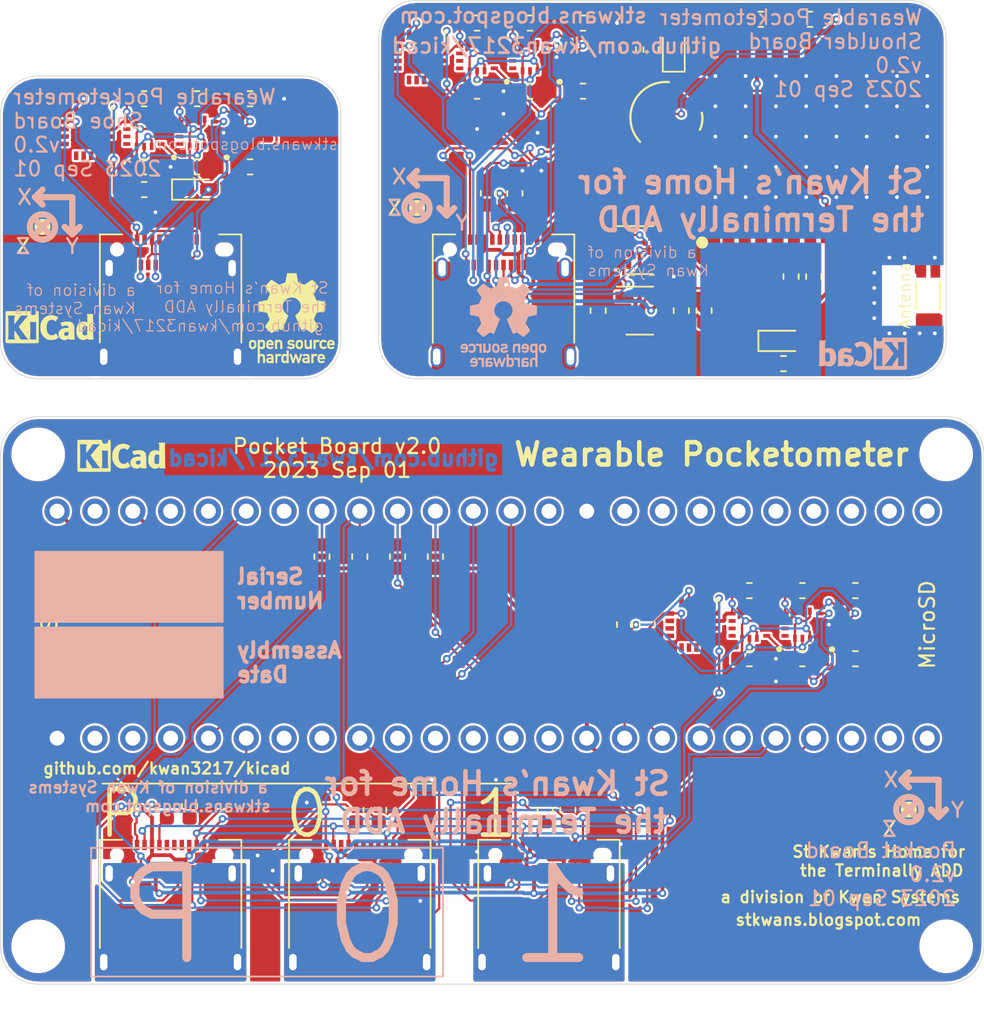
<source format=kicad_pcb>
(kicad_pcb (version 20171130) (host pcbnew 5.1.6-c6e7f7d~87~ubuntu18.04.1)
  (layers (0 F.Cu signal) (31 B.Cu signal) (34 B.Paste user) (35 F.Paste user) (36 B.SilkS user hide) (37 F.SilkS user) (38 B.Mask user) (39 F.Mask user) (44 Edge.Cuts user))
  (net 0 "")
  (net 1 /Shoulder/GPS/V_BATT)
  (net 2 GND)
  (net 3 /Shoulder/Q_3V3)
  (net 4 /RX_GPS)
  (net 5 /TX_GPS)
  (net 6 /PPS)
  (net 7 +3V3)
  (net 8 /Shoulder/GPS/GPS_ANT1)
  (net 9 +5V)
  (net 10 /Shoulder/GPS/R_D+)
  (net 11 /Shoulder/GPS/R_D-)
  (net 12 /Shoe/Q_3V3)
  (net 13 /P1_ID)
  (net 14 /MAG~RST)
  (net 15 /P0_ID)
  (net 16 /P0_INT)
  (net 17 /Shoulder/Q_MAG~RST)
  (net 18 /Shoe/Q_MAG~RST)
  (net 19 /P2_SCL)
  (net 20 /P2_SDA)
  (net 21 /P1_SCL)
  (net 22 /P0_SDA)
  (net 23 /P1_SDA)
  (net 24 /P0_SCL)
  (net 25 /Shoulder/Q_PPS)
  (net 26 /Shoulder/Q_TX_GPS)
  (net 27 /Shoulder/Q_RX_GPS)
  (net 28 /Shoulder/Q_INT)
  (net 29 /P1_INT)
  (net 30 /Shoe/Q_INT)
  (net 31 /P2_INT)
  (net 32 /Shoe/Q_GND)
  (net 33 /Shoulder/Q_GND)
  (net 34 /Shoulder/Q_5V)
  (net 35 /Shoulder/Regulator/BYP)
  (net 36 /Shoe/Q_SCL)
  (net 37 /Shoe/Q_SDA)
  (net 38 "/Shoulder/Shoulder Downstream/PD-")
  (net 39 "/Shoulder/Shoulder Downstream/PD+")
  (net 40 "/Shoulder/Shoulder Downstream/CC2")
  (net 41 "Net-(J1801-PadS1)")
  (net 42 "/Shoulder/Shoulder Downstream/CC1")
  (net 43 "Net-(J1901-PadS1)")
  (net 44 /Shoulder/D-)
  (net 45 /Shoulder/D+)
  (net 46 /Shoulder/Q_SDA)
  (net 47 /Shoulder/Q_SCL)
  (net 48 "Net-(D901-Pad1)")
  (net 49 "Net-(J1101-PadS1)")
  (net 50 "Net-(J1201-PadS1)")
  (net 51 "/Shoe/Shoe Downstream/VBUS")
  (net 52 "Net-(R905-Pad1)")
  (net 53 "Net-(R906-Pad1)")
  (net 54 "Net-(D501-Pad1)")
  (net 55 "Net-(D1301-Pad1)")
  (net 56 "/Shoulder/Shoulder Upstream/CC2")
  (net 57 "/Shoulder/Shoulder Upstream/CC1")
  (net 58 "Net-(J1701-PadS1)")
  (net 59 "/Shoe/Shoe Upstream/CC2")
  (net 60 "/Shoe/Shoe Upstream/CC1")
  (net 61 "/USB C Power/CC2")
  (net 62 "/USB C Power/CC1")
  (module Resistor_SMD:R_0603_1608Metric (layer F.Cu) (at 86.36 115.062 90)
    (fp_text reference R1902 hide)
    (fp_text value 5.1k hide)
    (pad 2 smd roundrect (at 0.7875 0 90) (size 0.875 0.95) (layers F.Cu F.Paste F.Mask) (net 2 GND))
    (pad 1 smd roundrect (at -0.7875 0 90) (size 0.875 0.95) (layers F.Cu F.Paste F.Mask) (net 61 "/USB C Power/CC2"))
  )
  (module Resistor_SMD:R_0603_1608Metric (layer F.Cu) (at 84.836 115.062 90)
    (fp_text reference R1901 hide)
    (fp_text value 5.1k hide)
    (pad 2 smd roundrect (at 0.7875 0 90) (size 0.875 0.95) (layers F.Cu F.Paste F.Mask) (net 2 GND))
    (pad 1 smd roundrect (at -0.7875 0 90) (size 0.875 0.95) (layers F.Cu F.Paste F.Mask) (net 62 "/USB C Power/CC1"))
  )
  (module Resistor_SMD:R_0603_1608Metric (layer F.Cu) (at 99.06 115.316 90)
    (fp_text reference R1702 hide)
    (fp_text value 5.1k hide)
    (pad 2 smd roundrect (at 0.7875 0 90) (size 0.875 0.95) (layers F.Cu F.Paste F.Mask) (net 2 GND))
    (pad 1 smd roundrect (at -0.7875 0 90) (size 0.875 0.95) (layers F.Cu F.Paste F.Mask) (net 59 "/Shoe/Shoe Upstream/CC2"))
  )
  (module Resistor_SMD:R_0603_1608Metric (layer F.Cu) (at 97.536 115.316 90)
    (fp_text reference R1701 hide)
    (fp_text value 5.1k hide)
    (pad 2 smd roundrect (at 0.7875 0 90) (size 0.875 0.95) (layers F.Cu F.Paste F.Mask) (net 2 GND))
    (pad 1 smd roundrect (at -0.7875 0 90) (size 0.875 0.95) (layers F.Cu F.Paste F.Mask) (net 60 "/Shoe/Shoe Upstream/CC1"))
  )
  (module Resistor_SMD:R_0603_1608Metric (layer F.Cu) (at 83.312 73.66 180)
    (fp_text reference R1301 hide)
    (fp_text value 1k hide)
    (pad 2 smd roundrect (at 0.7875 0 180) (size 0.875 0.95) (layers F.Cu F.Paste F.Mask) (net 32 /Shoe/Q_GND))
    (pad 1 smd roundrect (at -0.7875 0 180) (size 0.875 0.95) (layers F.Cu F.Paste F.Mask) (net 55 "Net-(D1301-Pad1)"))
  )
  (module Resistor_SMD:R_0603_1608Metric (layer F.Cu) (at 111.76 115.316 90)
    (fp_text reference R1102 hide)
    (fp_text value 5.1k hide)
    (pad 2 smd roundrect (at 0.7875 0 90) (size 0.875 0.95) (layers F.Cu F.Paste F.Mask) (net 2 GND))
    (pad 1 smd roundrect (at -0.7875 0 90) (size 0.875 0.95) (layers F.Cu F.Paste F.Mask) (net 56 "/Shoulder/Shoulder Upstream/CC2"))
  )
  (module Resistor_SMD:R_0603_1608Metric (layer F.Cu) (at 110.236 115.316 90)
    (fp_text reference R1101 hide)
    (fp_text value 5.1k hide)
    (pad 2 smd roundrect (at 0.7875 0 90) (size 0.875 0.95) (layers F.Cu F.Paste F.Mask) (net 2 GND))
    (pad 1 smd roundrect (at -0.7875 0 90) (size 0.875 0.95) (layers F.Cu F.Paste F.Mask) (net 57 "/Shoulder/Shoulder Upstream/CC1"))
  )
  (module Resistor_SMD:R_0603_1608Metric (layer F.Cu) (at 126.238 85.344)
    (fp_text reference R501 hide)
    (fp_text value 1k hide)
    (pad 2 smd roundrect (at 0.7875 0) (size 0.875 0.95) (layers F.Cu F.Paste F.Mask) (net 33 /Shoulder/Q_GND))
    (pad 1 smd roundrect (at -0.7875 0) (size 0.875 0.95) (layers F.Cu F.Paste F.Mask) (net 54 "Net-(D501-Pad1)"))
  )
  (module KwanSystems:USB_C_Receptacle_Amphenol_12401610E4-2A (layer F.Cu) (at 85.09 122.682)
    (fp_text reference J1901 hide)
    (fp_text value USB_C_Receptacle)
    (pad S1 smd rect (at 2.5 1.6) (size 2 4) (layers F.Cu F.Paste F.Mask) (net 43 "Net-(J1901-PadS1)"))
    (pad S1 smd rect (at -2.5 1.6) (size 2 4) (layers F.Cu F.Paste F.Mask) (net 43 "Net-(J1901-PadS1)"))
    (pad S1 smd rect (at 0 1.6) (size 2 4) (layers F.Cu F.Paste F.Mask) (net 43 "Net-(J1901-PadS1)"))
    (pad B12 smd rect (at -3 -3.32) (size 0.3 0.7) (layers F.Cu F.Paste F.Mask) (net 2 GND))
    (pad B11 smd rect (at -2.5 -3.32) (size 0.3 0.7) (layers F.Cu F.Paste F.Mask) (net 5 /TX_GPS))
    (pad B10 smd rect (at -2 -3.32) (size 0.3 0.7) (layers F.Cu F.Paste F.Mask) (net 24 /P0_SCL))
    (pad B9 smd rect (at -1.5 -3.32) (size 0.3 0.7) (layers F.Cu F.Paste F.Mask) (net 9 +5V))
    (pad B8 smd rect (at -1 -3.32) (size 0.3 0.7) (layers F.Cu F.Paste F.Mask) (net 7 +3V3))
    (pad B7 smd rect (at -0.5 -3.32) (size 0.3 0.7) (layers F.Cu F.Paste F.Mask))
    (pad B6 smd rect (at 0 -3.32) (size 0.3 0.7) (layers F.Cu F.Paste F.Mask))
    (pad B5 smd rect (at 0.5 -3.32) (size 0.3 0.7) (layers F.Cu F.Paste F.Mask) (net 61 "/USB C Power/CC2"))
    (pad B4 smd rect (at 1 -3.32) (size 0.3 0.7) (layers F.Cu F.Paste F.Mask) (net 9 +5V))
    (pad B3 smd rect (at 1.5 -3.32) (size 0.3 0.7) (layers F.Cu F.Paste F.Mask) (net 16 /P0_INT))
    (pad B2 smd rect (at 2 -3.32) (size 0.3 0.7) (layers F.Cu F.Paste F.Mask) (net 15 /P0_ID))
    (pad "" np_thru_hole circle (at -3.6 -4.36) (size 0.65 0.65) (drill 0.65) (layers *.Cu *.Mask))
    (pad "" np_thru_hole oval (at 3.6 -4.36) (size 0.95 0.65) (drill oval 0.95 0.65) (layers *.Cu *.Mask))
    (pad S1 thru_hole oval (at -4.49 2.84) (size 0.8 1.4) (drill oval 0.5 1.1) (layers *.Cu *.Mask) (net 43 "Net-(J1901-PadS1)"))
    (pad S1 thru_hole oval (at 4.49 2.84) (size 0.8 1.4) (drill oval 0.5 1.1) (layers *.Cu *.Mask) (net 43 "Net-(J1901-PadS1)"))
    (pad S1 thru_hole oval (at 4.13 -3.11) (size 0.8 1.4) (drill oval 0.5 1.1) (layers *.Cu *.Mask) (net 43 "Net-(J1901-PadS1)"))
    (pad B1 smd rect (at 2.5 -3.32) (size 0.3 0.7) (layers F.Cu F.Paste F.Mask) (net 2 GND))
    (pad A11 smd rect (at 2.25 -5.02) (size 0.3 0.7) (layers F.Cu F.Paste F.Mask) (net 6 /PPS))
    (pad A8 smd rect (at 0.75 -5.02) (size 0.3 0.7) (layers F.Cu F.Paste F.Mask))
    (pad A9 smd rect (at 1.25 -5.02) (size 0.3 0.7) (layers F.Cu F.Paste F.Mask) (net 9 +5V))
    (pad A10 smd rect (at 1.75 -5.02) (size 0.3 0.7) (layers F.Cu F.Paste F.Mask) (net 14 /MAG~RST))
    (pad A12 smd rect (at 2.75 -5.02) (size 0.3 0.7) (layers F.Cu F.Paste F.Mask) (net 2 GND))
    (pad A7 smd rect (at 0.25 -5.02) (size 0.3 0.7) (layers F.Cu F.Paste F.Mask))
    (pad A6 smd rect (at -0.25 -5.02) (size 0.3 0.7) (layers F.Cu F.Paste F.Mask))
    (pad A5 smd rect (at -0.75 -5.02) (size 0.3 0.7) (layers F.Cu F.Paste F.Mask) (net 62 "/USB C Power/CC1"))
    (pad A4 smd rect (at -1.25 -5.02) (size 0.3 0.7) (layers F.Cu F.Paste F.Mask) (net 9 +5V))
    (pad A3 smd rect (at -1.75 -5.02) (size 0.3 0.7) (layers F.Cu F.Paste F.Mask) (net 4 /RX_GPS))
    (pad A2 smd rect (at -2.25 -5.02) (size 0.3 0.7) (layers F.Cu F.Paste F.Mask) (net 22 /P0_SDA))
    (pad A1 smd rect (at -2.75 -5.02) (size 0.3 0.7) (layers F.Cu F.Paste F.Mask) (net 2 GND))
    (pad S1 thru_hole oval (at -4.13 -3.11) (size 0.8 1.4) (drill oval 0.5 1.1) (layers *.Cu *.Mask) (net 43 "Net-(J1901-PadS1)"))
  )
  (module KwanSystems:USB_C_Receptacle_Amphenol_12401610E4-2A (layer F.Cu) (at 97.79 122.682)
    (fp_text reference J1701 hide)
    (fp_text value USB_C_Receptacle)
    (pad S1 smd rect (at 2.5 1.6) (size 2 4) (layers F.Cu F.Paste F.Mask) (net 58 "Net-(J1701-PadS1)"))
    (pad S1 smd rect (at -2.5 1.6) (size 2 4) (layers F.Cu F.Paste F.Mask) (net 58 "Net-(J1701-PadS1)"))
    (pad S1 smd rect (at 0 1.6) (size 2 4) (layers F.Cu F.Paste F.Mask) (net 58 "Net-(J1701-PadS1)"))
    (pad B12 smd rect (at -3 -3.32) (size 0.3 0.7) (layers F.Cu F.Paste F.Mask) (net 2 GND))
    (pad B11 smd rect (at -2.5 -3.32) (size 0.3 0.7) (layers F.Cu F.Paste F.Mask) (net 5 /TX_GPS))
    (pad B10 smd rect (at -2 -3.32) (size 0.3 0.7) (layers F.Cu F.Paste F.Mask) (net 24 /P0_SCL))
    (pad B9 smd rect (at -1.5 -3.32) (size 0.3 0.7) (layers F.Cu F.Paste F.Mask) (net 9 +5V))
    (pad B8 smd rect (at -1 -3.32) (size 0.3 0.7) (layers F.Cu F.Paste F.Mask) (net 7 +3V3))
    (pad B7 smd rect (at -0.5 -3.32) (size 0.3 0.7) (layers F.Cu F.Paste F.Mask))
    (pad B6 smd rect (at 0 -3.32) (size 0.3 0.7) (layers F.Cu F.Paste F.Mask))
    (pad B5 smd rect (at 0.5 -3.32) (size 0.3 0.7) (layers F.Cu F.Paste F.Mask) (net 59 "/Shoe/Shoe Upstream/CC2"))
    (pad B4 smd rect (at 1 -3.32) (size 0.3 0.7) (layers F.Cu F.Paste F.Mask) (net 9 +5V))
    (pad B3 smd rect (at 1.5 -3.32) (size 0.3 0.7) (layers F.Cu F.Paste F.Mask) (net 16 /P0_INT))
    (pad B2 smd rect (at 2 -3.32) (size 0.3 0.7) (layers F.Cu F.Paste F.Mask) (net 15 /P0_ID))
    (pad "" np_thru_hole circle (at -3.6 -4.36) (size 0.65 0.65) (drill 0.65) (layers *.Cu *.Mask))
    (pad "" np_thru_hole oval (at 3.6 -4.36) (size 0.95 0.65) (drill oval 0.95 0.65) (layers *.Cu *.Mask))
    (pad S1 thru_hole oval (at -4.49 2.84) (size 0.8 1.4) (drill oval 0.5 1.1) (layers *.Cu *.Mask) (net 58 "Net-(J1701-PadS1)"))
    (pad S1 thru_hole oval (at 4.49 2.84) (size 0.8 1.4) (drill oval 0.5 1.1) (layers *.Cu *.Mask) (net 58 "Net-(J1701-PadS1)"))
    (pad S1 thru_hole oval (at 4.13 -3.11) (size 0.8 1.4) (drill oval 0.5 1.1) (layers *.Cu *.Mask) (net 58 "Net-(J1701-PadS1)"))
    (pad B1 smd rect (at 2.5 -3.32) (size 0.3 0.7) (layers F.Cu F.Paste F.Mask) (net 2 GND))
    (pad A11 smd rect (at 2.25 -5.02) (size 0.3 0.7) (layers F.Cu F.Paste F.Mask) (net 6 /PPS))
    (pad A8 smd rect (at 0.75 -5.02) (size 0.3 0.7) (layers F.Cu F.Paste F.Mask))
    (pad A9 smd rect (at 1.25 -5.02) (size 0.3 0.7) (layers F.Cu F.Paste F.Mask) (net 9 +5V))
    (pad A10 smd rect (at 1.75 -5.02) (size 0.3 0.7) (layers F.Cu F.Paste F.Mask) (net 14 /MAG~RST))
    (pad A12 smd rect (at 2.75 -5.02) (size 0.3 0.7) (layers F.Cu F.Paste F.Mask) (net 2 GND))
    (pad A7 smd rect (at 0.25 -5.02) (size 0.3 0.7) (layers F.Cu F.Paste F.Mask))
    (pad A6 smd rect (at -0.25 -5.02) (size 0.3 0.7) (layers F.Cu F.Paste F.Mask))
    (pad A5 smd rect (at -0.75 -5.02) (size 0.3 0.7) (layers F.Cu F.Paste F.Mask) (net 60 "/Shoe/Shoe Upstream/CC1"))
    (pad A4 smd rect (at -1.25 -5.02) (size 0.3 0.7) (layers F.Cu F.Paste F.Mask) (net 9 +5V))
    (pad A3 smd rect (at -1.75 -5.02) (size 0.3 0.7) (layers F.Cu F.Paste F.Mask) (net 4 /RX_GPS))
    (pad A2 smd rect (at -2.25 -5.02) (size 0.3 0.7) (layers F.Cu F.Paste F.Mask) (net 22 /P0_SDA))
    (pad A1 smd rect (at -2.75 -5.02) (size 0.3 0.7) (layers F.Cu F.Paste F.Mask) (net 2 GND))
    (pad S1 thru_hole oval (at -4.13 -3.11) (size 0.8 1.4) (drill oval 0.5 1.1) (layers *.Cu *.Mask) (net 58 "Net-(J1701-PadS1)"))
  )
  (module KwanSystems:USB_C_Receptacle_Amphenol_12401610E4-2A (layer F.Cu) (at 110.49 122.682)
    (fp_text reference J1101 hide)
    (fp_text value USB_C_Receptacle)
    (pad S1 smd rect (at 2.5 1.6) (size 2 4) (layers F.Cu F.Paste F.Mask) (net 49 "Net-(J1101-PadS1)"))
    (pad S1 smd rect (at -2.5 1.6) (size 2 4) (layers F.Cu F.Paste F.Mask) (net 49 "Net-(J1101-PadS1)"))
    (pad S1 smd rect (at 0 1.6) (size 2 4) (layers F.Cu F.Paste F.Mask) (net 49 "Net-(J1101-PadS1)"))
    (pad B12 smd rect (at -3 -3.32) (size 0.3 0.7) (layers F.Cu F.Paste F.Mask) (net 2 GND))
    (pad B11 smd rect (at -2.5 -3.32) (size 0.3 0.7) (layers F.Cu F.Paste F.Mask) (net 5 /TX_GPS))
    (pad B10 smd rect (at -2 -3.32) (size 0.3 0.7) (layers F.Cu F.Paste F.Mask) (net 21 /P1_SCL))
    (pad B9 smd rect (at -1.5 -3.32) (size 0.3 0.7) (layers F.Cu F.Paste F.Mask) (net 9 +5V))
    (pad B8 smd rect (at -1 -3.32) (size 0.3 0.7) (layers F.Cu F.Paste F.Mask) (net 7 +3V3))
    (pad B7 smd rect (at -0.5 -3.32) (size 0.3 0.7) (layers F.Cu F.Paste F.Mask))
    (pad B6 smd rect (at 0 -3.32) (size 0.3 0.7) (layers F.Cu F.Paste F.Mask))
    (pad B5 smd rect (at 0.5 -3.32) (size 0.3 0.7) (layers F.Cu F.Paste F.Mask) (net 56 "/Shoulder/Shoulder Upstream/CC2"))
    (pad B4 smd rect (at 1 -3.32) (size 0.3 0.7) (layers F.Cu F.Paste F.Mask) (net 9 +5V))
    (pad B3 smd rect (at 1.5 -3.32) (size 0.3 0.7) (layers F.Cu F.Paste F.Mask) (net 29 /P1_INT))
    (pad B2 smd rect (at 2 -3.32) (size 0.3 0.7) (layers F.Cu F.Paste F.Mask) (net 13 /P1_ID))
    (pad "" np_thru_hole circle (at -3.6 -4.36) (size 0.65 0.65) (drill 0.65) (layers *.Cu *.Mask))
    (pad "" np_thru_hole oval (at 3.6 -4.36) (size 0.95 0.65) (drill oval 0.95 0.65) (layers *.Cu *.Mask))
    (pad S1 thru_hole oval (at -4.49 2.84) (size 0.8 1.4) (drill oval 0.5 1.1) (layers *.Cu *.Mask) (net 49 "Net-(J1101-PadS1)"))
    (pad S1 thru_hole oval (at 4.49 2.84) (size 0.8 1.4) (drill oval 0.5 1.1) (layers *.Cu *.Mask) (net 49 "Net-(J1101-PadS1)"))
    (pad S1 thru_hole oval (at 4.13 -3.11) (size 0.8 1.4) (drill oval 0.5 1.1) (layers *.Cu *.Mask) (net 49 "Net-(J1101-PadS1)"))
    (pad B1 smd rect (at 2.5 -3.32) (size 0.3 0.7) (layers F.Cu F.Paste F.Mask) (net 2 GND))
    (pad A11 smd rect (at 2.25 -5.02) (size 0.3 0.7) (layers F.Cu F.Paste F.Mask) (net 6 /PPS))
    (pad A8 smd rect (at 0.75 -5.02) (size 0.3 0.7) (layers F.Cu F.Paste F.Mask))
    (pad A9 smd rect (at 1.25 -5.02) (size 0.3 0.7) (layers F.Cu F.Paste F.Mask) (net 9 +5V))
    (pad A10 smd rect (at 1.75 -5.02) (size 0.3 0.7) (layers F.Cu F.Paste F.Mask) (net 14 /MAG~RST))
    (pad A12 smd rect (at 2.75 -5.02) (size 0.3 0.7) (layers F.Cu F.Paste F.Mask) (net 2 GND))
    (pad A7 smd rect (at 0.25 -5.02) (size 0.3 0.7) (layers F.Cu F.Paste F.Mask))
    (pad A6 smd rect (at -0.25 -5.02) (size 0.3 0.7) (layers F.Cu F.Paste F.Mask))
    (pad A5 smd rect (at -0.75 -5.02) (size 0.3 0.7) (layers F.Cu F.Paste F.Mask) (net 57 "/Shoulder/Shoulder Upstream/CC1"))
    (pad A4 smd rect (at -1.25 -5.02) (size 0.3 0.7) (layers F.Cu F.Paste F.Mask) (net 9 +5V))
    (pad A3 smd rect (at -1.75 -5.02) (size 0.3 0.7) (layers F.Cu F.Paste F.Mask) (net 4 /RX_GPS))
    (pad A2 smd rect (at -2.25 -5.02) (size 0.3 0.7) (layers F.Cu F.Paste F.Mask) (net 23 /P1_SDA))
    (pad A1 smd rect (at -2.75 -5.02) (size 0.3 0.7) (layers F.Cu F.Paste F.Mask) (net 2 GND))
    (pad S1 thru_hole oval (at -4.13 -3.11) (size 0.8 1.4) (drill oval 0.5 1.1) (layers *.Cu *.Mask) (net 49 "Net-(J1101-PadS1)"))
  )
  (module LED_SMD:LED_0603_1608Metric_Castellated (layer F.Cu) (at 86.868 73.66)
    (fp_text reference D1301 hide)
    (fp_text value RED hide)
    (pad 2 smd roundrect (at 0.8125 0) (size 1.225 0.85) (layers F.Cu F.Paste F.Mask) (net 12 /Shoe/Q_3V3))
    (pad 1 smd roundrect (at -0.8125 0) (size 1.225 0.85) (layers F.Cu F.Paste F.Mask) (net 55 "Net-(D1301-Pad1)"))
  )
  (module LED_SMD:LED_0603_1608Metric_Castellated (layer F.Cu) (at 126.238 83.82)
    (fp_text reference D501 hide)
    (fp_text value RED hide)
    (pad 2 smd roundrect (at 0.8125 0) (size 1.225 0.85) (layers F.Cu F.Paste F.Mask) (net 3 /Shoulder/Q_3V3))
    (pad 1 smd roundrect (at -0.8125 0) (size 1.225 0.85) (layers F.Cu F.Paste F.Mask) (net 54 "Net-(D501-Pad1)"))
  )
  (module KwanSystems:USB_C_Receptacle_Amphenol_12401610E4-2A (layer F.Cu) (at 85.09 82.042)
    (fp_text reference J1801 hide)
    (fp_text value USB_C_Receptacle)
    (pad S1 smd rect (at 2.5 1.6) (size 2 4) (layers F.Cu F.Paste F.Mask) (net 41 "Net-(J1801-PadS1)"))
    (pad S1 smd rect (at -2.5 1.6) (size 2 4) (layers F.Cu F.Paste F.Mask) (net 41 "Net-(J1801-PadS1)"))
    (pad S1 smd rect (at 0 1.6) (size 2 4) (layers F.Cu F.Paste F.Mask) (net 41 "Net-(J1801-PadS1)"))
    (pad B12 smd rect (at -3 -3.32) (size 0.3 0.7) (layers F.Cu F.Paste F.Mask) (net 32 /Shoe/Q_GND))
    (pad B11 smd rect (at -2.5 -3.32) (size 0.3 0.7) (layers F.Cu F.Paste F.Mask))
    (pad B10 smd rect (at -2 -3.32) (size 0.3 0.7) (layers F.Cu F.Paste F.Mask) (net 36 /Shoe/Q_SCL))
    (pad B9 smd rect (at -1.5 -3.32) (size 0.3 0.7) (layers F.Cu F.Paste F.Mask) (net 51 "/Shoe/Shoe Downstream/VBUS"))
    (pad B8 smd rect (at -1 -3.32) (size 0.3 0.7) (layers F.Cu F.Paste F.Mask) (net 12 /Shoe/Q_3V3))
    (pad B7 smd rect (at -0.5 -3.32) (size 0.3 0.7) (layers F.Cu F.Paste F.Mask))
    (pad B6 smd rect (at 0 -3.32) (size 0.3 0.7) (layers F.Cu F.Paste F.Mask))
    (pad B5 smd rect (at 0.5 -3.32) (size 0.3 0.7) (layers F.Cu F.Paste F.Mask))
    (pad B4 smd rect (at 1 -3.32) (size 0.3 0.7) (layers F.Cu F.Paste F.Mask) (net 51 "/Shoe/Shoe Downstream/VBUS"))
    (pad B3 smd rect (at 1.5 -3.32) (size 0.3 0.7) (layers F.Cu F.Paste F.Mask) (net 30 /Shoe/Q_INT))
    (pad B2 smd rect (at 2 -3.32) (size 0.3 0.7) (layers F.Cu F.Paste F.Mask) (net 32 /Shoe/Q_GND))
    (pad "" np_thru_hole circle (at -3.6 -4.36) (size 0.65 0.65) (drill 0.65) (layers *.Cu *.Mask))
    (pad "" np_thru_hole oval (at 3.6 -4.36) (size 0.95 0.65) (drill oval 0.95 0.65) (layers *.Cu *.Mask))
    (pad S1 thru_hole oval (at -4.49 2.84) (size 0.8 1.4) (drill oval 0.5 1.1) (layers *.Cu *.Mask) (net 41 "Net-(J1801-PadS1)"))
    (pad S1 thru_hole oval (at 4.49 2.84) (size 0.8 1.4) (drill oval 0.5 1.1) (layers *.Cu *.Mask) (net 41 "Net-(J1801-PadS1)"))
    (pad S1 thru_hole oval (at 4.13 -3.11) (size 0.8 1.4) (drill oval 0.5 1.1) (layers *.Cu *.Mask) (net 41 "Net-(J1801-PadS1)"))
    (pad B1 smd rect (at 2.5 -3.32) (size 0.3 0.7) (layers F.Cu F.Paste F.Mask) (net 32 /Shoe/Q_GND))
    (pad A11 smd rect (at 2.25 -5.02) (size 0.3 0.7) (layers F.Cu F.Paste F.Mask))
    (pad A8 smd rect (at 0.75 -5.02) (size 0.3 0.7) (layers F.Cu F.Paste F.Mask))
    (pad A9 smd rect (at 1.25 -5.02) (size 0.3 0.7) (layers F.Cu F.Paste F.Mask) (net 51 "/Shoe/Shoe Downstream/VBUS"))
    (pad A10 smd rect (at 1.75 -5.02) (size 0.3 0.7) (layers F.Cu F.Paste F.Mask) (net 18 /Shoe/Q_MAG~RST))
    (pad A12 smd rect (at 2.75 -5.02) (size 0.3 0.7) (layers F.Cu F.Paste F.Mask) (net 32 /Shoe/Q_GND))
    (pad A7 smd rect (at 0.25 -5.02) (size 0.3 0.7) (layers F.Cu F.Paste F.Mask))
    (pad A6 smd rect (at -0.25 -5.02) (size 0.3 0.7) (layers F.Cu F.Paste F.Mask))
    (pad A5 smd rect (at -0.75 -5.02) (size 0.3 0.7) (layers F.Cu F.Paste F.Mask))
    (pad A4 smd rect (at -1.25 -5.02) (size 0.3 0.7) (layers F.Cu F.Paste F.Mask) (net 51 "/Shoe/Shoe Downstream/VBUS"))
    (pad A3 smd rect (at -1.75 -5.02) (size 0.3 0.7) (layers F.Cu F.Paste F.Mask))
    (pad A2 smd rect (at -2.25 -5.02) (size 0.3 0.7) (layers F.Cu F.Paste F.Mask) (net 37 /Shoe/Q_SDA))
    (pad A1 smd rect (at -2.75 -5.02) (size 0.3 0.7) (layers F.Cu F.Paste F.Mask) (net 32 /Shoe/Q_GND))
    (pad S1 thru_hole oval (at -4.13 -3.11) (size 0.8 1.4) (drill oval 0.5 1.1) (layers *.Cu *.Mask) (net 41 "Net-(J1801-PadS1)"))
  )
  (module KwanSystems:USB_C_Receptacle_Amphenol_12401610E4-2A (layer F.Cu) (at 107.442 82.042)
    (fp_text reference J1201 hide)
    (fp_text value USB_C_Receptacle)
    (pad S1 smd rect (at 2.5 1.6) (size 2 4) (layers F.Cu F.Paste F.Mask) (net 50 "Net-(J1201-PadS1)"))
    (pad S1 smd rect (at -2.5 1.6) (size 2 4) (layers F.Cu F.Paste F.Mask) (net 50 "Net-(J1201-PadS1)"))
    (pad S1 smd rect (at 0 1.6) (size 2 4) (layers F.Cu F.Paste F.Mask) (net 50 "Net-(J1201-PadS1)"))
    (pad B12 smd rect (at -3 -3.32) (size 0.3 0.7) (layers F.Cu F.Paste F.Mask) (net 33 /Shoulder/Q_GND))
    (pad B11 smd rect (at -2.5 -3.32) (size 0.3 0.7) (layers F.Cu F.Paste F.Mask) (net 26 /Shoulder/Q_TX_GPS))
    (pad B10 smd rect (at -2 -3.32) (size 0.3 0.7) (layers F.Cu F.Paste F.Mask) (net 47 /Shoulder/Q_SCL))
    (pad B9 smd rect (at -1.5 -3.32) (size 0.3 0.7) (layers F.Cu F.Paste F.Mask) (net 34 /Shoulder/Q_5V))
    (pad B8 smd rect (at -1 -3.32) (size 0.3 0.7) (layers F.Cu F.Paste F.Mask) (net 3 /Shoulder/Q_3V3))
    (pad B7 smd rect (at -0.5 -3.32) (size 0.3 0.7) (layers F.Cu F.Paste F.Mask) (net 38 "/Shoulder/Shoulder Downstream/PD-"))
    (pad B6 smd rect (at 0 -3.32) (size 0.3 0.7) (layers F.Cu F.Paste F.Mask) (net 39 "/Shoulder/Shoulder Downstream/PD+"))
    (pad B5 smd rect (at 0.5 -3.32) (size 0.3 0.7) (layers F.Cu F.Paste F.Mask) (net 40 "/Shoulder/Shoulder Downstream/CC2"))
    (pad B4 smd rect (at 1 -3.32) (size 0.3 0.7) (layers F.Cu F.Paste F.Mask) (net 34 /Shoulder/Q_5V))
    (pad B3 smd rect (at 1.5 -3.32) (size 0.3 0.7) (layers F.Cu F.Paste F.Mask) (net 28 /Shoulder/Q_INT))
    (pad B2 smd rect (at 2 -3.32) (size 0.3 0.7) (layers F.Cu F.Paste F.Mask) (net 3 /Shoulder/Q_3V3))
    (pad "" np_thru_hole circle (at -3.6 -4.36) (size 0.65 0.65) (drill 0.65) (layers *.Cu *.Mask))
    (pad "" np_thru_hole oval (at 3.6 -4.36) (size 0.95 0.65) (drill oval 0.95 0.65) (layers *.Cu *.Mask))
    (pad S1 thru_hole oval (at -4.49 2.84) (size 0.8 1.4) (drill oval 0.5 1.1) (layers *.Cu *.Mask) (net 50 "Net-(J1201-PadS1)"))
    (pad S1 thru_hole oval (at 4.49 2.84) (size 0.8 1.4) (drill oval 0.5 1.1) (layers *.Cu *.Mask) (net 50 "Net-(J1201-PadS1)"))
    (pad S1 thru_hole oval (at 4.13 -3.11) (size 0.8 1.4) (drill oval 0.5 1.1) (layers *.Cu *.Mask) (net 50 "Net-(J1201-PadS1)"))
    (pad B1 smd rect (at 2.5 -3.32) (size 0.3 0.7) (layers F.Cu F.Paste F.Mask) (net 33 /Shoulder/Q_GND))
    (pad A11 smd rect (at 2.25 -5.02) (size 0.3 0.7) (layers F.Cu F.Paste F.Mask) (net 25 /Shoulder/Q_PPS))
    (pad A8 smd rect (at 0.75 -5.02) (size 0.3 0.7) (layers F.Cu F.Paste F.Mask))
    (pad A9 smd rect (at 1.25 -5.02) (size 0.3 0.7) (layers F.Cu F.Paste F.Mask) (net 34 /Shoulder/Q_5V))
    (pad A10 smd rect (at 1.75 -5.02) (size 0.3 0.7) (layers F.Cu F.Paste F.Mask) (net 17 /Shoulder/Q_MAG~RST))
    (pad A12 smd rect (at 2.75 -5.02) (size 0.3 0.7) (layers F.Cu F.Paste F.Mask) (net 33 /Shoulder/Q_GND))
    (pad A7 smd rect (at 0.25 -5.02) (size 0.3 0.7) (layers F.Cu F.Paste F.Mask) (net 38 "/Shoulder/Shoulder Downstream/PD-"))
    (pad A6 smd rect (at -0.25 -5.02) (size 0.3 0.7) (layers F.Cu F.Paste F.Mask) (net 39 "/Shoulder/Shoulder Downstream/PD+"))
    (pad A5 smd rect (at -0.75 -5.02) (size 0.3 0.7) (layers F.Cu F.Paste F.Mask) (net 42 "/Shoulder/Shoulder Downstream/CC1"))
    (pad A4 smd rect (at -1.25 -5.02) (size 0.3 0.7) (layers F.Cu F.Paste F.Mask) (net 34 /Shoulder/Q_5V))
    (pad A3 smd rect (at -1.75 -5.02) (size 0.3 0.7) (layers F.Cu F.Paste F.Mask) (net 27 /Shoulder/Q_RX_GPS))
    (pad A2 smd rect (at -2.25 -5.02) (size 0.3 0.7) (layers F.Cu F.Paste F.Mask) (net 46 /Shoulder/Q_SDA))
    (pad A1 smd rect (at -2.75 -5.02) (size 0.3 0.7) (layers F.Cu F.Paste F.Mask) (net 33 /Shoulder/Q_GND))
    (pad S1 thru_hole oval (at -4.13 -3.11) (size 0.8 1.4) (drill oval 0.5 1.1) (layers *.Cu *.Mask) (net 50 "Net-(J1201-PadS1)"))
  )
  (module Package_TO_SOT_SMD:SOT-23-6 (layer F.Cu) (at 116.586 77.724)
    (fp_text reference U1201 hide)
    (fp_text value USBLC6-2SC6)
    (pad 5 smd rect (at 1.1 0) (size 1.06 0.65) (layers F.Cu F.Paste F.Mask) (net 34 /Shoulder/Q_5V))
    (pad 6 smd rect (at 1.1 -0.95) (size 1.06 0.65) (layers F.Cu F.Paste F.Mask) (net 45 /Shoulder/D+))
    (pad 4 smd rect (at 1.1 0.95) (size 1.06 0.65) (layers F.Cu F.Paste F.Mask) (net 44 /Shoulder/D-))
    (pad 3 smd rect (at -1.1 0.95) (size 1.06 0.65) (layers F.Cu F.Paste F.Mask) (net 38 "/Shoulder/Shoulder Downstream/PD-"))
    (pad 2 smd rect (at -1.1 0) (size 1.06 0.65) (layers F.Cu F.Paste F.Mask) (net 33 /Shoulder/Q_GND))
    (pad 1 smd rect (at -1.1 -0.95) (size 1.06 0.65) (layers F.Cu F.Paste F.Mask) (net 39 "/Shoulder/Shoulder Downstream/PD+"))
  )
  (module Package_TO_SOT_SMD:SOT-23-5 (layer F.Cu) (at 116.586 81.788)
    (fp_text reference U1001 hide)
    (fp_text value "MIC5319 3.3V" hide)
    (pad 5 smd rect (at 1.1 -0.95) (size 1.06 0.65) (layers F.Cu F.Paste F.Mask) (net 3 /Shoulder/Q_3V3))
    (pad 4 smd rect (at 1.1 0.95) (size 1.06 0.65) (layers F.Cu F.Paste F.Mask) (net 35 /Shoulder/Regulator/BYP))
    (pad 3 smd rect (at -1.1 0.95) (size 1.06 0.65) (layers F.Cu F.Paste F.Mask) (net 34 /Shoulder/Q_5V))
    (pad 2 smd rect (at -1.1 0) (size 1.06 0.65) (layers F.Cu F.Paste F.Mask) (net 33 /Shoulder/Q_GND))
    (pad 1 smd rect (at -1.1 -0.95) (size 1.06 0.65) (layers F.Cu F.Paste F.Mask) (net 34 /Shoulder/Q_5V))
  )
  (module Resistor_SMD:R_0603_1608Metric (layer F.Cu) (at 108.204 73.914 90)
    (fp_text reference R1202 hide)
    (fp_text value 5.1k hide)
    (pad 2 smd roundrect (at 0.7875 0 90) (size 0.875 0.95) (layers F.Cu F.Paste F.Mask) (net 33 /Shoulder/Q_GND))
    (pad 1 smd roundrect (at -0.7875 0 90) (size 0.875 0.95) (layers F.Cu F.Paste F.Mask) (net 40 "/Shoulder/Shoulder Downstream/CC2"))
  )
  (module Resistor_SMD:R_0603_1608Metric (layer F.Cu) (at 106.426 73.914 90)
    (fp_text reference R1201 hide)
    (fp_text value 5.1k hide)
    (pad 2 smd roundrect (at 0.7875 0 90) (size 0.875 0.95) (layers F.Cu F.Paste F.Mask) (net 33 /Shoulder/Q_GND))
    (pad 1 smd roundrect (at -0.7875 0 90) (size 0.875 0.95) (layers F.Cu F.Paste F.Mask) (net 42 "/Shoulder/Shoulder Downstream/CC1"))
  )
  (module Resistor_SMD:R_0603_1608Metric (layer F.Cu) (at 128.016 62.23)
    (fp_text reference R906 hide)
    (fp_text value 27)
    (pad 2 smd roundrect (at 0.7875 0) (size 0.875 0.95) (layers F.Cu F.Paste F.Mask) (net 26 /Shoulder/Q_TX_GPS))
    (pad 1 smd roundrect (at -0.7875 0) (size 0.875 0.95) (layers F.Cu F.Paste F.Mask) (net 53 "Net-(R906-Pad1)"))
  )
  (module Resistor_SMD:R_0603_1608Metric (layer F.Cu) (at 124.714 62.23 180)
    (fp_text reference R905 hide)
    (fp_text value 27 hide)
    (pad 2 smd roundrect (at 0.7875 0 180) (size 0.875 0.95) (layers F.Cu F.Paste F.Mask) (net 27 /Shoulder/Q_RX_GPS))
    (pad 1 smd roundrect (at -0.7875 0 180) (size 0.875 0.95) (layers F.Cu F.Paste F.Mask) (net 52 "Net-(R905-Pad1)"))
  )
  (module Resistor_SMD:R_0603_1608Metric (layer F.Cu) (at 117.348 64.262 270)
    (fp_text reference R904 hide)
    (fp_text value 33 hide)
    (pad 2 smd roundrect (at 0.7875 0 270) (size 0.875 0.95) (layers F.Cu F.Paste F.Mask) (net 1 /Shoulder/GPS/V_BATT))
    (pad 1 smd roundrect (at -0.7875 0 270) (size 0.875 0.95) (layers F.Cu F.Paste F.Mask) (net 48 "Net-(D901-Pad1)"))
  )
  (module Resistor_SMD:R_0603_1608Metric (layer F.Cu) (at 120.396 64.262 270)
    (fp_text reference R903 hide)
    (fp_text value 100k hide)
    (pad 2 smd roundrect (at 0.7875 0 270) (size 0.875 0.95) (layers F.Cu F.Paste F.Mask) (net 33 /Shoulder/Q_GND))
    (pad 1 smd roundrect (at -0.7875 0 270) (size 0.875 0.95) (layers F.Cu F.Paste F.Mask) (net 3 /Shoulder/Q_3V3))
  )
  (module Resistor_SMD:R_0603_1608Metric (layer F.Cu) (at 128.27 79.502 90)
    (fp_text reference R902 hide)
    (fp_text value 27)
    (pad 2 smd roundrect (at 0.7875 0 90) (size 0.875 0.95) (layers F.Cu F.Paste F.Mask) (net 10 /Shoulder/GPS/R_D+))
    (pad 1 smd roundrect (at -0.7875 0 90) (size 0.875 0.95) (layers F.Cu F.Paste F.Mask) (net 45 /Shoulder/D+))
  )
  (module Resistor_SMD:R_0603_1608Metric (layer F.Cu) (at 126.746 79.502 90)
    (fp_text reference R901 hide)
    (fp_text value 27)
    (pad 2 smd roundrect (at 0.7875 0 90) (size 0.875 0.95) (layers F.Cu F.Paste F.Mask) (net 11 /Shoulder/GPS/R_D-))
    (pad 1 smd roundrect (at -0.7875 0 90) (size 0.875 0.95) (layers F.Cu F.Paste F.Mask) (net 44 /Shoulder/D-))
  )
  (module Resistor_SMD:R_0603_1608Metric (layer F.Cu) (at 102.87 98.298 270)
    (fp_text reference R106 hide)
    (fp_text value 1k hide)
    (pad 2 smd roundrect (at 0.7875 0 270) (size 0.875 0.95) (layers F.Cu F.Paste F.Mask) (net 7 +3V3))
    (pad 1 smd roundrect (at -0.7875 0 270) (size 0.875 0.95) (layers F.Cu F.Paste F.Mask) (net 21 /P1_SCL))
  )
  (module Resistor_SMD:R_0603_1608Metric (layer F.Cu) (at 100.33 98.298 270)
    (fp_text reference R105 hide)
    (fp_text value 1k hide)
    (pad 2 smd roundrect (at 0.7875 0 270) (size 0.875 0.95) (layers F.Cu F.Paste F.Mask) (net 7 +3V3))
    (pad 1 smd roundrect (at -0.7875 0 270) (size 0.875 0.95) (layers F.Cu F.Paste F.Mask) (net 23 /P1_SDA))
  )
  (module Resistor_SMD:R_0603_1608Metric (layer F.Cu) (at 97.79 98.298 270)
    (fp_text reference R104 hide)
    (fp_text value 1k hide)
    (pad 2 smd roundrect (at 0.7875 0 270) (size 0.875 0.95) (layers F.Cu F.Paste F.Mask) (net 7 +3V3))
    (pad 1 smd roundrect (at -0.7875 0 270) (size 0.875 0.95) (layers F.Cu F.Paste F.Mask) (net 22 /P0_SDA))
  )
  (module Resistor_SMD:R_0603_1608Metric (layer F.Cu) (at 95.25 98.298 270)
    (fp_text reference R103 hide)
    (fp_text value 1k hide)
    (pad 2 smd roundrect (at 0.7875 0 270) (size 0.875 0.95) (layers F.Cu F.Paste F.Mask) (net 7 +3V3))
    (pad 1 smd roundrect (at -0.7875 0 270) (size 0.875 0.95) (layers F.Cu F.Paste F.Mask) (net 24 /P0_SCL))
  )
  (module Resistor_SMD:R_0603_1608Metric (layer F.Cu) (at 115.57 102.87 270)
    (fp_text reference R102 hide)
    (fp_text value 1k hide)
    (pad 2 smd roundrect (at 0.7875 0 270) (size 0.875 0.95) (layers F.Cu F.Paste F.Mask) (net 19 /P2_SCL))
    (pad 1 smd roundrect (at -0.7875 0 270) (size 0.875 0.95) (layers F.Cu F.Paste F.Mask) (net 7 +3V3))
  )
  (module Resistor_SMD:R_0603_1608Metric (layer F.Cu) (at 117.094 102.87 270)
    (fp_text reference R101 hide)
    (fp_text value 1k hide)
    (pad 2 smd roundrect (at 0.7875 0 270) (size 0.875 0.95) (layers F.Cu F.Paste F.Mask) (net 20 /P2_SDA))
    (pad 1 smd roundrect (at -0.7875 0 270) (size 0.875 0.95) (layers F.Cu F.Paste F.Mask) (net 7 +3V3))
  )
  (module Capacitor_SMD:C_0603_1608Metric (layer F.Cu) (at 120.904 81.788 90)
    (fp_text reference C1003 hide)
    (fp_text value 2.2uF hide)
    (pad 2 smd roundrect (at 0.7875 0 90) (size 0.875 0.95) (layers F.Cu F.Paste F.Mask) (net 33 /Shoulder/Q_GND))
    (pad 1 smd roundrect (at -0.7875 0 90) (size 0.875 0.95) (layers F.Cu F.Paste F.Mask) (net 3 /Shoulder/Q_3V3))
  )
  (module Capacitor_SMD:C_0603_1608Metric (layer F.Cu) (at 119.38 81.788 90)
    (fp_text reference C1002 hide)
    (fp_text value 100nF hide)
    (pad 2 smd roundrect (at 0.7875 0 90) (size 0.875 0.95) (layers F.Cu F.Paste F.Mask) (net 33 /Shoulder/Q_GND))
    (pad 1 smd roundrect (at -0.7875 0 90) (size 0.875 0.95) (layers F.Cu F.Paste F.Mask) (net 35 /Shoulder/Regulator/BYP))
  )
  (module Capacitor_SMD:C_0603_1608Metric (layer F.Cu) (at 113.792 81.788 90)
    (fp_text reference C1001 hide)
    (fp_text value 1uF hide)
    (pad 2 smd roundrect (at 0.7875 0 90) (size 0.875 0.95) (layers F.Cu F.Paste F.Mask) (net 33 /Shoulder/Q_GND))
    (pad 1 smd roundrect (at -0.7875 0 90) (size 0.875 0.95) (layers F.Cu F.Paste F.Mask) (net 34 /Shoulder/Q_5V))
  )
  (module Capacitor_SMD:C_0603_1608Metric (layer F.Cu) (at 115.824 64.262 90)
    (fp_text reference C901 hide)
    (fp_text value 1uF hide)
    (pad 2 smd roundrect (at 0.7875 0 90) (size 0.875 0.95) (layers F.Cu F.Paste F.Mask) (net 33 /Shoulder/Q_GND))
    (pad 1 smd roundrect (at -0.7875 0 90) (size 0.875 0.95) (layers F.Cu F.Paste F.Mask) (net 1 /Shoulder/GPS/V_BATT))
  )
  (module Capacitor_SMD:C_0603_1608Metric (layer F.Cu) (at 105.664 67.056)
    (fp_text reference C802 hide)
    (fp_text value 100nF hide)
    (pad 2 smd roundrect (at 0.7875 0) (size 0.875 0.95) (layers F.Cu F.Paste F.Mask) (net 33 /Shoulder/Q_GND))
    (pad 1 smd roundrect (at -0.7875 0) (size 0.875 0.95) (layers F.Cu F.Paste F.Mask) (net 3 /Shoulder/Q_3V3))
  )
  (module Capacitor_SMD:C_0603_1608Metric (layer F.Cu) (at 105.664 62.484)
    (fp_text reference C801 hide)
    (fp_text value 100nF hide)
    (pad 2 smd roundrect (at 0.7875 0) (size 0.875 0.95) (layers F.Cu F.Paste F.Mask) (net 33 /Shoulder/Q_GND))
    (pad 1 smd roundrect (at -0.7875 0) (size 0.875 0.95) (layers F.Cu F.Paste F.Mask) (net 3 /Shoulder/Q_3V3))
  )
  (module Capacitor_SMD:C_0603_1608Metric (layer F.Cu) (at 112.776 67.056)
    (fp_text reference C702 hide)
    (fp_text value 100nF hide)
    (pad 2 smd roundrect (at 0.7875 0) (size 0.875 0.95) (layers F.Cu F.Paste F.Mask) (net 3 /Shoulder/Q_3V3))
    (pad 1 smd roundrect (at -0.7875 0) (size 0.875 0.95) (layers F.Cu F.Paste F.Mask) (net 33 /Shoulder/Q_GND))
  )
  (module Capacitor_SMD:C_0603_1608Metric (layer F.Cu) (at 112.776 62.484 180)
    (fp_text reference C701 hide)
    (fp_text value 100nF hide)
    (pad 2 smd roundrect (at 0.7875 0 180) (size 0.875 0.95) (layers F.Cu F.Paste F.Mask) (net 33 /Shoulder/Q_GND))
    (pad 1 smd roundrect (at -0.7875 0 180) (size 0.875 0.95) (layers F.Cu F.Paste F.Mask) (net 3 /Shoulder/Q_3V3))
  )
  (module Capacitor_SMD:C_0603_1608Metric (layer F.Cu) (at 109.22 67.056)
    (fp_text reference C602 hide)
    (fp_text value 100nF hide)
    (pad 2 smd roundrect (at 0.7875 0) (size 0.875 0.95) (layers F.Cu F.Paste F.Mask) (net 33 /Shoulder/Q_GND))
    (pad 1 smd roundrect (at -0.7875 0) (size 0.875 0.95) (layers F.Cu F.Paste F.Mask) (net 3 /Shoulder/Q_3V3))
  )
  (module Capacitor_SMD:C_0603_1608Metric (layer F.Cu) (at 109.22 62.484)
    (fp_text reference C601 hide)
    (fp_text value 100nF hide)
    (pad 2 smd roundrect (at 0.7875 0) (size 0.875 0.95) (layers F.Cu F.Paste F.Mask) (net 33 /Shoulder/Q_GND))
    (pad 1 smd roundrect (at -0.7875 0) (size 0.875 0.95) (layers F.Cu F.Paste F.Mask) (net 3 /Shoulder/Q_3V3))
  )
  (module Capacitor_SMD:C_0603_1608Metric (layer F.Cu) (at 86.868 72.136)
    (fp_text reference C1602 hide)
    (fp_text value 100nF hide)
    (pad 2 smd roundrect (at 0.7875 0) (size 0.875 0.95) (layers F.Cu F.Paste F.Mask) (net 32 /Shoe/Q_GND))
    (pad 1 smd roundrect (at -0.7875 0) (size 0.875 0.95) (layers F.Cu F.Paste F.Mask) (net 12 /Shoe/Q_3V3))
  )
  (module Capacitor_SMD:C_0603_1608Metric (layer F.Cu) (at 86.868 67.564)
    (fp_text reference C1601 hide)
    (fp_text value 100nF hide)
    (pad 2 smd roundrect (at 0.7875 0) (size 0.875 0.95) (layers F.Cu F.Paste F.Mask) (net 32 /Shoe/Q_GND))
    (pad 1 smd roundrect (at -0.7875 0) (size 0.875 0.95) (layers F.Cu F.Paste F.Mask) (net 12 /Shoe/Q_3V3))
  )
  (module Capacitor_SMD:C_0603_1608Metric (layer F.Cu) (at 90.424 67.564)
    (fp_text reference C1502 hide)
    (fp_text value 100nF hide)
    (pad 2 smd roundrect (at 0.7875 0) (size 0.875 0.95) (layers F.Cu F.Paste F.Mask) (net 12 /Shoe/Q_3V3))
    (pad 1 smd roundrect (at -0.7875 0) (size 0.875 0.95) (layers F.Cu F.Paste F.Mask) (net 32 /Shoe/Q_GND))
  )
  (module Capacitor_SMD:C_0603_1608Metric (layer F.Cu) (at 90.424 72.136 180)
    (fp_text reference C1501 hide)
    (fp_text value 100nF hide)
    (pad 2 smd roundrect (at 0.7875 0 180) (size 0.875 0.95) (layers F.Cu F.Paste F.Mask) (net 32 /Shoe/Q_GND))
    (pad 1 smd roundrect (at -0.7875 0 180) (size 0.875 0.95) (layers F.Cu F.Paste F.Mask) (net 12 /Shoe/Q_3V3))
  )
  (module Capacitor_SMD:C_0603_1608Metric (layer F.Cu) (at 83.312 72.136)
    (fp_text reference C1402 hide)
    (fp_text value 100nF hide)
    (pad 2 smd roundrect (at 0.7875 0) (size 0.875 0.95) (layers F.Cu F.Paste F.Mask) (net 32 /Shoe/Q_GND))
    (pad 1 smd roundrect (at -0.7875 0) (size 0.875 0.95) (layers F.Cu F.Paste F.Mask) (net 12 /Shoe/Q_3V3))
  )
  (module Capacitor_SMD:C_0603_1608Metric (layer F.Cu) (at 83.312 67.564)
    (fp_text reference C1401 hide)
    (fp_text value 100nF hide)
    (pad 2 smd roundrect (at 0.7875 0) (size 0.875 0.95) (layers F.Cu F.Paste F.Mask) (net 32 /Shoe/Q_GND))
    (pad 1 smd roundrect (at -0.7875 0) (size 0.875 0.95) (layers F.Cu F.Paste F.Mask) (net 12 /Shoe/Q_3V3))
  )
  (module Capacitor_SMD:C_0603_1608Metric (layer F.Cu) (at 131.064 100.584)
    (fp_text reference C402 hide)
    (fp_text value 100nF hide)
    (pad 2 smd roundrect (at 0.7875 0) (size 0.875 0.95) (layers F.Cu F.Paste F.Mask) (net 7 +3V3))
    (pad 1 smd roundrect (at -0.7875 0) (size 0.875 0.95) (layers F.Cu F.Paste F.Mask) (net 2 GND))
  )
  (module Capacitor_SMD:C_0603_1608Metric (layer F.Cu) (at 131.064 105.156 180)
    (fp_text reference C401 hide)
    (fp_text value 100nF hide)
    (pad 2 smd roundrect (at 0.7875 0 180) (size 0.875 0.95) (layers F.Cu F.Paste F.Mask) (net 2 GND))
    (pad 1 smd roundrect (at -0.7875 0 180) (size 0.875 0.95) (layers F.Cu F.Paste F.Mask) (net 7 +3V3))
  )
  (module Capacitor_SMD:C_0603_1608Metric (layer F.Cu) (at 123.952 100.584)
    (fp_text reference C302 hide)
    (fp_text value 100nF hide)
    (pad 2 smd roundrect (at 0.7875 0) (size 0.875 0.95) (layers F.Cu F.Paste F.Mask) (net 2 GND))
    (pad 1 smd roundrect (at -0.7875 0) (size 0.875 0.95) (layers F.Cu F.Paste F.Mask) (net 7 +3V3))
  )
  (module Capacitor_SMD:C_0603_1608Metric (layer F.Cu) (at 123.952 105.156)
    (fp_text reference C301 hide)
    (fp_text value 100nF hide)
    (pad 2 smd roundrect (at 0.7875 0) (size 0.875 0.95) (layers F.Cu F.Paste F.Mask) (net 2 GND))
    (pad 1 smd roundrect (at -0.7875 0) (size 0.875 0.95) (layers F.Cu F.Paste F.Mask) (net 7 +3V3))
  )
  (module Capacitor_SMD:C_0603_1608Metric (layer F.Cu) (at 127.508 100.584)
    (fp_text reference C202 hide)
    (fp_text value 100nF hide)
    (pad 2 smd roundrect (at 0.7875 0) (size 0.875 0.95) (layers F.Cu F.Paste F.Mask) (net 2 GND))
    (pad 1 smd roundrect (at -0.7875 0) (size 0.875 0.95) (layers F.Cu F.Paste F.Mask) (net 7 +3V3))
  )
  (module Capacitor_SMD:C_0603_1608Metric (layer F.Cu) (at 127.508 105.156)
    (fp_text reference C201 hide)
    (fp_text value 100nF hide)
    (pad 2 smd roundrect (at 0.7875 0) (size 0.875 0.95) (layers F.Cu F.Paste F.Mask) (net 2 GND))
    (pad 1 smd roundrect (at -0.7875 0) (size 0.875 0.95) (layers F.Cu F.Paste F.Mask) (net 7 +3V3))
  )
  (module KwanSystems:Symbol_KiCAD-Logo_CopperAndSilkScreenTop_small (layer F.Cu) (at 81.788 91.44)
    (fp_text reference G101 hide)
    (fp_text value DesignedWithKicad hide)
  )
  (module KwanSystems:Teensy2x24 (layer F.Cu) (at 77.47 110.49 90)
    (fp_text reference U102 hide)
    (fp_text value Teensy4.1 hide)
    (fp_text user MicroSD (at 7.62 58.42 90) (layer F.SilkS))
    (fp_text user USB (at 7.62 -0.508 90) (layer F.SilkS))
    (pad 31 thru_hole oval (at 15.24 43.18 270) (size 1.7 1.7) (drill 1) (layers *.Cu *.Mask))
    (pad 45 thru_hole oval (at 15.24 7.62 270) (size 1.7 1.7) (drill 1) (layers *.Cu *.Mask))
    (pad 46 thru_hole oval (at 15.24 5.08 270) (size 1.7 1.7) (drill 1) (layers *.Cu *.Mask) (net 7 +3V3))
    (pad 30 thru_hole oval (at 15.24 45.72 270) (size 1.7 1.7) (drill 1) (layers *.Cu *.Mask))
    (pad 29 thru_hole oval (at 15.24 48.26 270) (size 1.7 1.7) (drill 1) (layers *.Cu *.Mask))
    (pad 26 thru_hole oval (at 15.24 55.88 270) (size 1.7 1.7) (drill 1) (layers *.Cu *.Mask))
    (pad 28 thru_hole oval (at 15.24 50.8 270) (size 1.7 1.7) (drill 1) (layers *.Cu *.Mask))
    (pad 27 thru_hole oval (at 15.24 53.34 270) (size 1.7 1.7) (drill 1) (layers *.Cu *.Mask))
    (pad 39 thru_hole oval (at 15.24 22.86 270) (size 1.7 1.7) (drill 1) (layers *.Cu *.Mask) (net 23 /P1_SDA))
    (pad 40 thru_hole oval (at 15.24 20.32 270) (size 1.7 1.7) (drill 1) (layers *.Cu *.Mask) (net 22 /P0_SDA))
    (pad 37 thru_hole oval (at 15.24 27.94 270) (size 1.7 1.7) (drill 1) (layers *.Cu *.Mask) (net 6 /PPS))
    (pad 35 thru_hole oval (at 15.24 33.02 270) (size 1.7 1.7) (drill 1) (layers *.Cu *.Mask))
    (pad 25 thru_hole circle (at 15.24 58.42 270) (size 1.7 1.7) (drill 1) (layers *.Cu *.Mask))
    (pad 41 thru_hole oval (at 15.24 17.78 270) (size 1.7 1.7) (drill 1) (layers *.Cu *.Mask) (net 24 /P0_SCL))
    (pad 44 thru_hole oval (at 15.24 10.16 270) (size 1.7 1.7) (drill 1) (layers *.Cu *.Mask))
    (pad 47 thru_hole oval (at 15.24 2.54 270) (size 1.7 1.7) (drill 1) (layers *.Cu *.Mask))
    (pad 48 thru_hole oval (at 15.24 0 270) (size 1.7 1.7) (drill 1) (layers *.Cu *.Mask) (net 9 +5V))
    (pad 42 thru_hole oval (at 15.24 15.24 270) (size 1.7 1.7) (drill 1) (layers *.Cu *.Mask))
    (pad 34 thru_hole oval (at 15.24 35.56 270) (size 1.7 1.7) (drill 1) (layers *.Cu *.Mask) (net 2 GND))
    (pad 43 thru_hole oval (at 15.24 12.7 270) (size 1.7 1.7) (drill 1) (layers *.Cu *.Mask) (net 16 /P0_INT))
    (pad 36 thru_hole oval (at 15.24 30.48 270) (size 1.7 1.7) (drill 1) (layers *.Cu *.Mask) (net 15 /P0_ID))
    (pad 38 thru_hole oval (at 15.24 25.4 270) (size 1.7 1.7) (drill 1) (layers *.Cu *.Mask) (net 21 /P1_SCL))
    (pad 33 thru_hole oval (at 15.24 38.1 270) (size 1.7 1.7) (drill 1) (layers *.Cu *.Mask))
    (pad 32 thru_hole oval (at 15.24 40.64 270) (size 1.7 1.7) (drill 1) (layers *.Cu *.Mask))
    (pad 7 thru_hole oval (at 0 15.24 90) (size 1.7 1.7) (drill 1) (layers *.Cu *.Mask))
    (pad 21 thru_hole oval (at 0 50.8 90) (size 1.7 1.7) (drill 1) (layers *.Cu *.Mask) (net 4 /RX_GPS))
    (pad 22 thru_hole oval (at 0 53.34 90) (size 1.7 1.7) (drill 1) (layers *.Cu *.Mask))
    (pad 6 thru_hole oval (at 0 12.7 90) (size 1.7 1.7) (drill 1) (layers *.Cu *.Mask) (net 14 /MAG~RST))
    (pad 5 thru_hole oval (at 0 10.16 90) (size 1.7 1.7) (drill 1) (layers *.Cu *.Mask) (net 13 /P1_ID))
    (pad 2 thru_hole oval (at 0 2.54 90) (size 1.7 1.7) (drill 1) (layers *.Cu *.Mask))
    (pad 4 thru_hole oval (at 0 7.62 90) (size 1.7 1.7) (drill 1) (layers *.Cu *.Mask))
    (pad 3 thru_hole oval (at 0 5.08 90) (size 1.7 1.7) (drill 1) (layers *.Cu *.Mask))
    (pad 15 thru_hole oval (at 0 35.56 90) (size 1.7 1.7) (drill 1) (layers *.Cu *.Mask) (net 7 +3V3))
    (pad 16 thru_hole oval (at 0 38.1 90) (size 1.7 1.7) (drill 1) (layers *.Cu *.Mask) (net 19 /P2_SCL))
    (pad 13 thru_hole oval (at 0 30.48 90) (size 1.7 1.7) (drill 1) (layers *.Cu *.Mask))
    (pad 11 thru_hole oval (at 0 25.4 90) (size 1.7 1.7) (drill 1) (layers *.Cu *.Mask))
    (pad 1 thru_hole rect (at 0 0 90) (size 1.7 1.7) (drill 1) (layers *.Cu *.Mask) (net 2 GND))
    (pad 17 thru_hole oval (at 0 40.64 90) (size 1.7 1.7) (drill 1) (layers *.Cu *.Mask) (net 20 /P2_SDA))
    (pad 20 thru_hole oval (at 0 48.26 90) (size 1.7 1.7) (drill 1) (layers *.Cu *.Mask) (net 5 /TX_GPS))
    (pad 23 thru_hole oval (at 0 55.88 90) (size 1.7 1.7) (drill 1) (layers *.Cu *.Mask))
    (pad 24 thru_hole oval (at 0 58.42 90) (size 1.7 1.7) (drill 1) (layers *.Cu *.Mask))
    (pad 18 thru_hole oval (at 0 43.18 90) (size 1.7 1.7) (drill 1) (layers *.Cu *.Mask) (net 31 /P2_INT))
    (pad 10 thru_hole oval (at 0 22.86 90) (size 1.7 1.7) (drill 1) (layers *.Cu *.Mask))
    (pad 19 thru_hole oval (at 0 45.72 90) (size 1.7 1.7) (drill 1) (layers *.Cu *.Mask))
    (pad 12 thru_hole oval (at 0 27.94 90) (size 1.7 1.7) (drill 1) (layers *.Cu *.Mask))
    (pad 14 thru_hole oval (at 0 33.02 90) (size 1.7 1.7) (drill 1) (layers *.Cu *.Mask))
    (pad 9 thru_hole oval (at 0 20.32 90) (size 1.7 1.7) (drill 1) (layers *.Cu *.Mask) (net 29 /P1_INT))
    (pad 8 thru_hole oval (at 0 17.78 90) (size 1.7 1.7) (drill 1) (layers *.Cu *.Mask))
  )
  (module KwanSystems:StKwansSoldermask (layer B.Cu) (at 92.456 74.93 180)
    (fp_text reference G1302 hide)
    (fp_text value KwanSystems hide)
    (fp_text user github.com/kwan3217/kicad (at 13.716 -7.874 unlocked) (layer B.SilkS) (effects (font (size 0.762 0.762) (thickness 0.0762)) (justify right mirror)))
    (fp_text user stkwans.blogspot.com (at 8.636 4.318 unlocked) (layer B.SilkS) (effects (font (size 0.762 0.762) (thickness 0.0762)) (justify right mirror)))
    (fp_text user "St Kwan's Home for" (at 8.382 -5.334 unlocked) (layer B.SilkS) (effects (font (size 0.762 0.762) (thickness 0.0762)) (justify right mirror)))
    (fp_text user "the Terminally ADD" (at 7.874 -6.604 unlocked) (layer B.SilkS) (effects (font (size 0.762 0.762) (thickness 0.0762)) (justify right mirror)))
  )
  (module KwanSystems:NEO-M9N_M8T_M8U (layer F.Cu) (at 129.54 70.358 270)
    (fp_text reference U901 hide)
    (fp_text value NEO_M8U hide)
    (pad 1 smd rect (at 6 7 270) (size 1.8 0.8) (layers F.Cu F.Mask))
    (pad 2 smd rect (at 6 5.9 270) (size 1.8 0.8) (layers F.Cu F.Mask))
    (pad 3 smd rect (at 6 4.8 270) (size 1.8 0.8) (layers F.Cu F.Mask) (net 25 /Shoulder/Q_PPS))
    (pad 4 smd rect (at 6 3.7 270) (size 1.8 0.8) (layers F.Cu F.Mask))
    (pad 5 smd rect (at 6 2.6 270) (size 1.8 0.8) (layers F.Cu F.Mask) (net 11 /Shoulder/GPS/R_D-))
    (pad 6 smd rect (at 6 1.5 270) (size 1.8 0.8) (layers F.Cu F.Mask) (net 10 /Shoulder/GPS/R_D+))
    (pad 7 smd rect (at 6 0.4 270) (size 1.8 0.8) (layers F.Cu F.Mask) (net 3 /Shoulder/Q_3V3))
    (pad 8 smd rect (at 6 -2.6 270) (size 1.8 0.8) (layers F.Cu F.Mask))
    (pad 9 smd rect (at 6 -3.7 270) (size 1.8 0.8) (layers F.Cu F.Mask))
    (pad 10 smd rect (at 6 -4.8 270) (size 1.8 0.8) (layers F.Cu F.Mask) (net 33 /Shoulder/Q_GND))
    (pad 11 smd rect (at 6 -5.9 270) (size 1.8 0.8) (layers F.Cu F.Mask) (net 8 /Shoulder/GPS/GPS_ANT1))
    (pad 12 smd rect (at 6 -7 270) (size 1.8 0.8) (layers F.Cu F.Mask) (net 33 /Shoulder/Q_GND))
    (pad 13 smd rect (at -6 -7 90) (size 1.8 0.8) (layers F.Cu F.Mask) (net 33 /Shoulder/Q_GND))
    (pad 14 smd rect (at -6 -5.9 90) (size 1.8 0.8) (layers F.Cu F.Mask))
    (pad 15 smd rect (at -6 -4.8 90) (size 1.8 0.8) (layers F.Cu F.Mask))
    (pad 16 smd rect (at -6 -3.7 90) (size 1.8 0.8) (layers F.Cu F.Mask))
    (pad 17 smd rect (at -6 -2.6 90) (size 1.8 0.8) (layers F.Cu F.Mask))
    (pad 18 smd rect (at -6 0.4 90) (size 1.8 0.8) (layers F.Cu F.Mask))
    (pad 19 smd rect (at -6 1.5 90) (size 1.8 0.8) (layers F.Cu F.Mask))
    (pad 20 smd rect (at -6 2.6 90) (size 1.8 0.8) (layers F.Cu F.Mask) (net 53 "Net-(R906-Pad1)"))
    (pad 21 smd rect (at -6 3.7 90) (size 1.8 0.8) (layers F.Cu F.Mask) (net 52 "Net-(R905-Pad1)"))
    (pad 22 smd rect (at -6 4.8 90) (size 1.8 0.8) (layers F.Cu F.Mask) (net 1 /Shoulder/GPS/V_BATT))
    (pad 23 smd rect (at -6 5.9 90) (size 1.8 0.8) (layers F.Cu F.Mask) (net 3 /Shoulder/Q_3V3))
    (pad 24 smd rect (at -6 7 90) (size 1.8 0.8) (layers F.Cu F.Mask) (net 33 /Shoulder/Q_GND))
  )
  (module KwanSystems:StKwansSoldermask (layer B.Cu) (at 124.714 81.28 180)
    (fp_text reference G502 hide)
    (fp_text value KwanSystems hide)
    (fp_text user github.com/kwan3217/kicad (at 24.892 17.272 unlocked) (layer B.SilkS) (effects (font (size 1.016 1.016) (thickness 0.1778)) (justify right mirror)))
    (fp_text user stkwans.blogspot.com (at 24.384 19.304 unlocked) (layer B.SilkS) (effects (font (size 1.016 1.016) (thickness 0.1778)) (justify right mirror)))
    (fp_text user "St Kwan's Home for" (at 12.446 8.128 unlocked) (layer B.SilkS) (effects (font (size 1.524 1.524) (thickness 0.3048)) (justify right mirror)))
    (fp_text user "the Terminally ADD" (at 11.176 5.588 unlocked) (layer B.SilkS) (effects (font (size 1.524 1.524) (thickness 0.3048)) (justify right mirror)))
  )
  (module KwanSystems:Axis (layer F.Cu) (at 78.486 74.168 180)
    (fp_text reference G504 hide)
    (fp_text value Axis hide)
    (fp_text user Z (at 3.302 -3.302) (layer B.SilkS) (effects (justify mirror)))
    (fp_text user Y (at 0 -3.302) (layer B.SilkS) (effects (justify mirror)))
    (fp_text user X (at 3.2 0) (layer B.SilkS) (effects (justify mirror)))
    (fp_text user Z (at 3.302 -3.302) (layer F.SilkS))
    (fp_text user X (at 3.2 0) (layer F.SilkS))
    (fp_text user Y (at 0 -3.302) (layer F.SilkS))
  )
  (module KwanSystems:Axis (layer F.Cu) (at 103.632 72.898 180)
    (fp_text reference G1304 hide)
    (fp_text value Axis hide)
    (fp_text user Z (at 3.5 -2) (layer B.SilkS) (effects (justify mirror)))
    (fp_text user Y (at -1.016 -3) (layer B.SilkS) (effects (justify mirror)))
    (fp_text user X (at 3.2 0.1) (layer B.SilkS) (effects (justify mirror)))
    (fp_text user Z (at 3.5 -2) (layer F.SilkS))
    (fp_text user X (at 3.2 0.1) (layer F.SilkS))
    (fp_text user Y (at -1.016 -3) (layer F.SilkS))
  )
  (module KwanSystems:Axis (layer F.Cu) (at 136.652 113.284 180)
    (fp_text reference G105 hide)
    (fp_text value Axis hide)
    (fp_text user Z (at 3.302 -3.302) (layer B.SilkS) (effects (justify mirror)))
    (fp_text user Y (at -1.27 -2.032 180) (layer B.SilkS) (effects (justify mirror)))
    (fp_text user X (at 3.2 0) (layer B.SilkS) (effects (justify mirror)))
    (fp_text user Z (at 3.302 -3.302) (layer F.SilkS))
    (fp_text user X (at 3.2 0) (layer F.SilkS))
    (fp_text user Y (at -1.27 -2.032) (layer F.SilkS))
  )
  (module KwanSystems:StKwansSoldermask (layer B.Cu) (at 122.682 116.586 180)
    (fp_text reference G102 hide)
    (fp_text value KwanSystems hide)
    (fp_text user stkwans.blogspot.com (at 43.434 1.524 unlocked) (layer B.SilkS) (effects (font (size 0.762 0.762) (thickness 0.1524)) (justify right mirror)))
    (fp_text user "a division of Kwan Systems" (at 47.244 2.794 unlocked) (layer B.SilkS) (effects (font (size 0.762 0.762) (thickness 0.1524)) (justify right mirror)))
    (fp_text user "St Kwan's Home for" (at 27.432 3.048 unlocked) (layer B.SilkS) (effects (font (size 1.524 1.524) (thickness 0.3048)) (justify right mirror)))
    (fp_text user "the Terminally ADD" (at 26.416 0.508 unlocked) (layer B.SilkS) (effects (font (size 1.524 1.524) (thickness 0.3048)) (justify right mirror)))
  )
  (module Symbol:OSHW-Logo_5.7x6mm_SilkScreen (layer B.Cu) (at 107.442 82.55 180)
    (fp_text reference G503 hide)
    (fp_text value OSHW hide)
  )
  (module KwanSystems:Symbol_KiCAD-Logo_CopperAndSilkScreenTop_small (layer B.Cu) (at 131.572 84.582 180)
    (fp_text reference G501 hide)
    (fp_text value DesignedWithKicad hide)
  )
  (module Symbol:OSHW-Logo_5.7x6mm_SilkScreen (layer F.Cu) (at 93.218 82.296)
    (fp_text reference G1303 hide)
    (fp_text value OSHW hide)
  )
  (module KwanSystems:Symbol_KiCAD-Logo_CopperAndSilkScreenTop_small (layer F.Cu) (at 76.962 82.804)
    (fp_text reference G1301 hide)
    (fp_text value DesignedWithKicad hide)
  )
  (module KwanSystems:STANDOFF_NONPLATED (layer F.Cu) (at 137.16 91.44 90)
    (fp_text reference J104 hide)
    (fp_text value STANDOFF hide)
    (pad "" np_thru_hole circle (at 0 0 90) (size 3.302 3.302) (drill 3.302) (layers *.Cu *.Mask))
  )
  (module KwanSystems:STANDOFF_NONPLATED (layer F.Cu) (at 76.2 91.44 90)
    (fp_text reference J103 hide)
    (fp_text value STANDOFF hide)
    (pad "" np_thru_hole circle (at 0 0 90) (size 3.302 3.302) (drill 3.302) (layers *.Cu *.Mask))
  )
  (module KwanSystems:STANDOFF_NONPLATED (layer F.Cu) (at 137.16 124.46 90)
    (fp_text reference J102 hide)
    (fp_text value STANDOFF hide)
    (pad "" np_thru_hole circle (at 0 0 90) (size 3.302 3.302) (drill 3.302) (layers *.Cu *.Mask))
  )
  (module KwanSystems:STANDOFF_NONPLATED (layer F.Cu) (at 76.2 124.46 90)
    (fp_text reference J101 hide)
    (fp_text value STANDOFF hide)
    (pad "" np_thru_hole circle (at 0 0 90) (size 3.302 3.302) (drill 3.302) (layers *.Cu *.Mask))
  )
  (module KwanSystems:StKwansSoldermask (layer F.Cu) (at 122.682 116.586)
    (fp_text reference G103 hide)
    (fp_text value KwanSystems hide)
    (fp_text user github.com/kwan3217/kicad (at -46.228 -4.064 unlocked) (layer F.SilkS) (effects (font (size 0.762 0.762) (thickness 0.1524)) (justify left)))
    (fp_text user stkwans.blogspot.com (at 0.254 6.096 unlocked) (layer F.SilkS) (effects (font (size 0.762 0.762) (thickness 0.1524)) (justify left)))
    (fp_text user "a division of Kwan Systems" (at -0.762 4.572 unlocked) (layer F.SilkS) (effects (font (size 0.762 0.762) (thickness 0.1524)) (justify left)))
    (fp_text user "St Kwan's Home for" (at 4.064 1.524 unlocked) (layer F.SilkS) (effects (font (size 0.762 0.762) (thickness 0.1524)) (justify left)))
    (fp_text user "the Terminally ADD" (at 4.572 2.794 unlocked) (layer F.SilkS) (effects (font (size 0.762 0.762) (thickness 0.1524)) (justify left)))
  )
  (module KwanSystems:OSHW-Symbol_6.7x6mm_SolderMask (layer F.Cu) (at 119.634 123.698)
    (fp_text reference G104 hide)
    (fp_text value OSHW hide)
  )
  (module KwanSystems:BME280 (layer F.Cu) (at 90.424 69.85 180)
    (fp_text reference U1501)
    (fp_text value BME280 hide)
    (pad 6 smd rect (at -1.025 0.325 180) (size 0.5 0.35) (layers F.Cu F.Paste F.Mask) (net 12 /Shoe/Q_3V3))
    (pad 7 smd rect (at -1.025 -0.325 180) (size 0.5 0.35) (layers F.Cu F.Paste F.Mask) (net 32 /Shoe/Q_GND))
    (pad 5 smd rect (at -1.025 0.975 180) (size 0.5 0.35) (layers F.Cu F.Paste F.Mask) (net 32 /Shoe/Q_GND))
    (pad 4 smd rect (at 1.025 0.975 180) (size 0.5 0.35) (layers F.Cu F.Paste F.Mask) (net 36 /Shoe/Q_SCL))
    (pad 1 smd rect (at 1.025 -0.975 180) (size 0.5 0.35) (layers F.Cu F.Paste F.Mask) (net 32 /Shoe/Q_GND))
    (pad 3 smd rect (at 1.025 0.325 180) (size 0.5 0.35) (layers F.Cu F.Paste F.Mask) (net 37 /Shoe/Q_SDA))
    (pad 8 smd rect (at -1.025 -0.975 180) (size 0.5 0.35) (layers F.Cu F.Paste F.Mask) (net 12 /Shoe/Q_3V3))
    (pad 2 smd rect (at 1.025 -0.325 180) (size 0.5 0.35) (layers F.Cu F.Paste F.Mask) (net 12 /Shoe/Q_3V3))
  )
  (module KwanSystems:BME280 (layer F.Cu) (at 131.064 102.87 180)
    (fp_text reference U401)
    (fp_text value BME280 hide)
    (pad 6 smd rect (at -1.025 0.325 180) (size 0.5 0.35) (layers F.Cu F.Paste F.Mask) (net 7 +3V3))
    (pad 7 smd rect (at -1.025 -0.325 180) (size 0.5 0.35) (layers F.Cu F.Paste F.Mask) (net 2 GND))
    (pad 5 smd rect (at -1.025 0.975 180) (size 0.5 0.35) (layers F.Cu F.Paste F.Mask) (net 2 GND))
    (pad 4 smd rect (at 1.025 0.975 180) (size 0.5 0.35) (layers F.Cu F.Paste F.Mask) (net 19 /P2_SCL))
    (pad 1 smd rect (at 1.025 -0.975 180) (size 0.5 0.35) (layers F.Cu F.Paste F.Mask) (net 2 GND))
    (pad 3 smd rect (at 1.025 0.325 180) (size 0.5 0.35) (layers F.Cu F.Paste F.Mask) (net 20 /P2_SDA))
    (pad 8 smd rect (at -1.025 -0.975 180) (size 0.5 0.35) (layers F.Cu F.Paste F.Mask) (net 7 +3V3))
    (pad 2 smd rect (at 1.025 -0.325 180) (size 0.5 0.35) (layers F.Cu F.Paste F.Mask) (net 7 +3V3))
  )
  (module KwanSystems:BME280 (layer F.Cu) (at 112.776 64.77 180)
    (fp_text reference U701 hide)
    (fp_text value BME280 hide)
    (pad 6 smd rect (at -1.025 0.325 180) (size 0.5 0.35) (layers F.Cu F.Paste F.Mask) (net 3 /Shoulder/Q_3V3))
    (pad 7 smd rect (at -1.025 -0.325 180) (size 0.5 0.35) (layers F.Cu F.Paste F.Mask) (net 33 /Shoulder/Q_GND))
    (pad 5 smd rect (at -1.025 0.975 180) (size 0.5 0.35) (layers F.Cu F.Paste F.Mask) (net 33 /Shoulder/Q_GND))
    (pad 4 smd rect (at 1.025 0.975 180) (size 0.5 0.35) (layers F.Cu F.Paste F.Mask) (net 47 /Shoulder/Q_SCL))
    (pad 1 smd rect (at 1.025 -0.975 180) (size 0.5 0.35) (layers F.Cu F.Paste F.Mask) (net 33 /Shoulder/Q_GND))
    (pad 3 smd rect (at 1.025 0.325 180) (size 0.5 0.35) (layers F.Cu F.Paste F.Mask) (net 46 /Shoulder/Q_SDA))
    (pad 8 smd rect (at -1.025 -0.975 180) (size 0.5 0.35) (layers F.Cu F.Paste F.Mask) (net 3 /Shoulder/Q_3V3))
    (pad 2 smd rect (at 1.025 -0.325 180) (size 0.5 0.35) (layers F.Cu F.Paste F.Mask) (net 3 /Shoulder/Q_3V3))
  )
  (module KwanSystems:LGA-14L (layer F.Cu) (at 83.312 69.85 180)
    (fp_text reference U1601)
    (fp_text value LSM6DSO hide)
    (pad 1 smd rect (at -1.1625 -0.75 180) (size 0.475 0.25) (layers F.Cu F.Paste F.Mask) (net 12 /Shoe/Q_3V3))
    (pad 2 smd rect (at -1.1625 -0.25 180) (size 0.475 0.25) (layers F.Cu F.Paste F.Mask) (net 32 /Shoe/Q_GND))
    (pad 3 smd rect (at -1.1625 0.25 180) (size 0.475 0.25) (layers F.Cu F.Paste F.Mask) (net 32 /Shoe/Q_GND))
    (pad 4 smd rect (at -1.1625 0.75 180) (size 0.475 0.25) (layers F.Cu F.Paste F.Mask))
    (pad 5 smd rect (at -0.5 0.9125 270) (size 0.475 0.25) (layers F.Cu F.Paste F.Mask) (net 12 /Shoe/Q_3V3))
    (pad 6 smd rect (at 0 0.9125 270) (size 0.475 0.25) (layers F.Cu F.Paste F.Mask) (net 32 /Shoe/Q_GND))
    (pad 7 smd rect (at 0.5 0.9125 270) (size 0.475 0.25) (layers F.Cu F.Paste F.Mask) (net 32 /Shoe/Q_GND))
    (pad 8 smd rect (at 1.1625 0.75) (size 0.475 0.25) (layers F.Cu F.Paste F.Mask) (net 12 /Shoe/Q_3V3))
    (pad 9 smd rect (at 1.1625 0.25) (size 0.475 0.25) (layers F.Cu F.Paste F.Mask))
    (pad 10 smd rect (at 1.1625 -0.25) (size 0.475 0.25) (layers F.Cu F.Paste F.Mask))
    (pad 11 smd rect (at 1.1625 -0.75) (size 0.475 0.25) (layers F.Cu F.Paste F.Mask))
    (pad 12 smd rect (at 0.5 -0.9125 90) (size 0.475 0.25) (layers F.Cu F.Paste F.Mask) (net 12 /Shoe/Q_3V3))
    (pad 13 smd rect (at 0 -0.9125 90) (size 0.475 0.25) (layers F.Cu F.Paste F.Mask) (net 36 /Shoe/Q_SCL))
    (pad 14 smd rect (at -0.5 -0.9125 90) (size 0.475 0.25) (layers F.Cu F.Paste F.Mask) (net 37 /Shoe/Q_SDA))
  )
  (module KwanSystems:LGA-14L (layer F.Cu) (at 86.868 69.85 180)
    (fp_text reference U1401)
    (fp_text value LSM6DSO hide)
    (pad 1 smd rect (at -1.1625 -0.75 180) (size 0.475 0.25) (layers F.Cu F.Paste F.Mask) (net 32 /Shoe/Q_GND))
    (pad 2 smd rect (at -1.1625 -0.25 180) (size 0.475 0.25) (layers F.Cu F.Paste F.Mask) (net 32 /Shoe/Q_GND))
    (pad 3 smd rect (at -1.1625 0.25 180) (size 0.475 0.25) (layers F.Cu F.Paste F.Mask) (net 32 /Shoe/Q_GND))
    (pad 4 smd rect (at -1.1625 0.75 180) (size 0.475 0.25) (layers F.Cu F.Paste F.Mask) (net 30 /Shoe/Q_INT))
    (pad 5 smd rect (at -0.5 0.9125 270) (size 0.475 0.25) (layers F.Cu F.Paste F.Mask) (net 12 /Shoe/Q_3V3))
    (pad 6 smd rect (at 0 0.9125 270) (size 0.475 0.25) (layers F.Cu F.Paste F.Mask) (net 32 /Shoe/Q_GND))
    (pad 7 smd rect (at 0.5 0.9125 270) (size 0.475 0.25) (layers F.Cu F.Paste F.Mask) (net 32 /Shoe/Q_GND))
    (pad 8 smd rect (at 1.1625 0.75) (size 0.475 0.25) (layers F.Cu F.Paste F.Mask) (net 12 /Shoe/Q_3V3))
    (pad 9 smd rect (at 1.1625 0.25) (size 0.475 0.25) (layers F.Cu F.Paste F.Mask))
    (pad 10 smd rect (at 1.1625 -0.25) (size 0.475 0.25) (layers F.Cu F.Paste F.Mask))
    (pad 11 smd rect (at 1.1625 -0.75) (size 0.475 0.25) (layers F.Cu F.Paste F.Mask))
    (pad 12 smd rect (at 0.5 -0.9125 90) (size 0.475 0.25) (layers F.Cu F.Paste F.Mask) (net 12 /Shoe/Q_3V3))
    (pad 13 smd rect (at 0 -0.9125 90) (size 0.475 0.25) (layers F.Cu F.Paste F.Mask) (net 36 /Shoe/Q_SCL))
    (pad 14 smd rect (at -0.5 -0.9125 90) (size 0.475 0.25) (layers F.Cu F.Paste F.Mask) (net 37 /Shoe/Q_SDA))
  )
  (module KwanSystems:LGA-14L (layer F.Cu) (at 123.952 102.87 180)
    (fp_text reference U301)
    (fp_text value LSM6DSO hide)
    (pad 1 smd rect (at -1.1625 -0.75 180) (size 0.475 0.25) (layers F.Cu F.Paste F.Mask) (net 7 +3V3))
    (pad 2 smd rect (at -1.1625 -0.25 180) (size 0.475 0.25) (layers F.Cu F.Paste F.Mask) (net 2 GND))
    (pad 3 smd rect (at -1.1625 0.25 180) (size 0.475 0.25) (layers F.Cu F.Paste F.Mask) (net 2 GND))
    (pad 4 smd rect (at -1.1625 0.75 180) (size 0.475 0.25) (layers F.Cu F.Paste F.Mask))
    (pad 5 smd rect (at -0.5 0.9125 270) (size 0.475 0.25) (layers F.Cu F.Paste F.Mask) (net 7 +3V3))
    (pad 6 smd rect (at 0 0.9125 270) (size 0.475 0.25) (layers F.Cu F.Paste F.Mask) (net 2 GND))
    (pad 7 smd rect (at 0.5 0.9125 270) (size 0.475 0.25) (layers F.Cu F.Paste F.Mask) (net 2 GND))
    (pad 8 smd rect (at 1.1625 0.75) (size 0.475 0.25) (layers F.Cu F.Paste F.Mask) (net 7 +3V3))
    (pad 9 smd rect (at 1.1625 0.25) (size 0.475 0.25) (layers F.Cu F.Paste F.Mask))
    (pad 10 smd rect (at 1.1625 -0.25) (size 0.475 0.25) (layers F.Cu F.Paste F.Mask))
    (pad 11 smd rect (at 1.1625 -0.75) (size 0.475 0.25) (layers F.Cu F.Paste F.Mask))
    (pad 12 smd rect (at 0.5 -0.9125 90) (size 0.475 0.25) (layers F.Cu F.Paste F.Mask) (net 7 +3V3))
    (pad 13 smd rect (at 0 -0.9125 90) (size 0.475 0.25) (layers F.Cu F.Paste F.Mask) (net 19 /P2_SCL))
    (pad 14 smd rect (at -0.5 -0.9125 90) (size 0.475 0.25) (layers F.Cu F.Paste F.Mask) (net 20 /P2_SDA))
  )
  (module KwanSystems:LGA-14L (layer F.Cu) (at 127.508 102.87 180)
    (fp_text reference U201)
    (fp_text value LSM6DSO hide)
    (pad 1 smd rect (at -1.1625 -0.75 180) (size 0.475 0.25) (layers F.Cu F.Paste F.Mask) (net 2 GND))
    (pad 2 smd rect (at -1.1625 -0.25 180) (size 0.475 0.25) (layers F.Cu F.Paste F.Mask) (net 2 GND))
    (pad 3 smd rect (at -1.1625 0.25 180) (size 0.475 0.25) (layers F.Cu F.Paste F.Mask) (net 2 GND))
    (pad 4 smd rect (at -1.1625 0.75 180) (size 0.475 0.25) (layers F.Cu F.Paste F.Mask) (net 31 /P2_INT))
    (pad 5 smd rect (at -0.5 0.9125 270) (size 0.475 0.25) (layers F.Cu F.Paste F.Mask) (net 7 +3V3))
    (pad 6 smd rect (at 0 0.9125 270) (size 0.475 0.25) (layers F.Cu F.Paste F.Mask) (net 2 GND))
    (pad 7 smd rect (at 0.5 0.9125 270) (size 0.475 0.25) (layers F.Cu F.Paste F.Mask) (net 2 GND))
    (pad 8 smd rect (at 1.1625 0.75) (size 0.475 0.25) (layers F.Cu F.Paste F.Mask) (net 7 +3V3))
    (pad 9 smd rect (at 1.1625 0.25) (size 0.475 0.25) (layers F.Cu F.Paste F.Mask))
    (pad 10 smd rect (at 1.1625 -0.25) (size 0.475 0.25) (layers F.Cu F.Paste F.Mask))
    (pad 11 smd rect (at 1.1625 -0.75) (size 0.475 0.25) (layers F.Cu F.Paste F.Mask))
    (pad 12 smd rect (at 0.5 -0.9125 90) (size 0.475 0.25) (layers F.Cu F.Paste F.Mask) (net 7 +3V3))
    (pad 13 smd rect (at 0 -0.9125 90) (size 0.475 0.25) (layers F.Cu F.Paste F.Mask) (net 19 /P2_SCL))
    (pad 14 smd rect (at -0.5 -0.9125 90) (size 0.475 0.25) (layers F.Cu F.Paste F.Mask) (net 20 /P2_SDA))
  )
  (module KwanSystems:LGA-14L (layer F.Cu) (at 105.664 64.77 180)
    (fp_text reference U801)
    (fp_text value LSM6DSO hide)
    (pad 1 smd rect (at -1.1625 -0.75 180) (size 0.475 0.25) (layers F.Cu F.Paste F.Mask) (net 3 /Shoulder/Q_3V3))
    (pad 2 smd rect (at -1.1625 -0.25 180) (size 0.475 0.25) (layers F.Cu F.Paste F.Mask) (net 33 /Shoulder/Q_GND))
    (pad 3 smd rect (at -1.1625 0.25 180) (size 0.475 0.25) (layers F.Cu F.Paste F.Mask) (net 33 /Shoulder/Q_GND))
    (pad 4 smd rect (at -1.1625 0.75 180) (size 0.475 0.25) (layers F.Cu F.Paste F.Mask))
    (pad 5 smd rect (at -0.5 0.9125 270) (size 0.475 0.25) (layers F.Cu F.Paste F.Mask) (net 3 /Shoulder/Q_3V3))
    (pad 6 smd rect (at 0 0.9125 270) (size 0.475 0.25) (layers F.Cu F.Paste F.Mask) (net 33 /Shoulder/Q_GND))
    (pad 7 smd rect (at 0.5 0.9125 270) (size 0.475 0.25) (layers F.Cu F.Paste F.Mask) (net 33 /Shoulder/Q_GND))
    (pad 8 smd rect (at 1.1625 0.75) (size 0.475 0.25) (layers F.Cu F.Paste F.Mask) (net 3 /Shoulder/Q_3V3))
    (pad 9 smd rect (at 1.1625 0.25) (size 0.475 0.25) (layers F.Cu F.Paste F.Mask))
    (pad 10 smd rect (at 1.1625 -0.25) (size 0.475 0.25) (layers F.Cu F.Paste F.Mask))
    (pad 11 smd rect (at 1.1625 -0.75) (size 0.475 0.25) (layers F.Cu F.Paste F.Mask))
    (pad 12 smd rect (at 0.5 -0.9125 90) (size 0.475 0.25) (layers F.Cu F.Paste F.Mask) (net 3 /Shoulder/Q_3V3))
    (pad 13 smd rect (at 0 -0.9125 90) (size 0.475 0.25) (layers F.Cu F.Paste F.Mask) (net 47 /Shoulder/Q_SCL))
    (pad 14 smd rect (at -0.5 -0.9125 90) (size 0.475 0.25) (layers F.Cu F.Paste F.Mask) (net 46 /Shoulder/Q_SDA))
  )
  (module KwanSystems:LGA-14L (layer F.Cu) (at 109.22 64.77 180)
    (fp_text reference U601)
    (fp_text value LSM6DSO hide)
    (pad 1 smd rect (at -1.1625 -0.75 180) (size 0.475 0.25) (layers F.Cu F.Paste F.Mask) (net 33 /Shoulder/Q_GND))
    (pad 2 smd rect (at -1.1625 -0.25 180) (size 0.475 0.25) (layers F.Cu F.Paste F.Mask) (net 33 /Shoulder/Q_GND))
    (pad 3 smd rect (at -1.1625 0.25 180) (size 0.475 0.25) (layers F.Cu F.Paste F.Mask) (net 33 /Shoulder/Q_GND))
    (pad 4 smd rect (at -1.1625 0.75 180) (size 0.475 0.25) (layers F.Cu F.Paste F.Mask) (net 28 /Shoulder/Q_INT))
    (pad 5 smd rect (at -0.5 0.9125 270) (size 0.475 0.25) (layers F.Cu F.Paste F.Mask) (net 3 /Shoulder/Q_3V3))
    (pad 6 smd rect (at 0 0.9125 270) (size 0.475 0.25) (layers F.Cu F.Paste F.Mask) (net 33 /Shoulder/Q_GND))
    (pad 7 smd rect (at 0.5 0.9125 270) (size 0.475 0.25) (layers F.Cu F.Paste F.Mask) (net 33 /Shoulder/Q_GND))
    (pad 8 smd rect (at 1.1625 0.75) (size 0.475 0.25) (layers F.Cu F.Paste F.Mask) (net 3 /Shoulder/Q_3V3))
    (pad 9 smd rect (at 1.1625 0.25) (size 0.475 0.25) (layers F.Cu F.Paste F.Mask))
    (pad 10 smd rect (at 1.1625 -0.25) (size 0.475 0.25) (layers F.Cu F.Paste F.Mask))
    (pad 11 smd rect (at 1.1625 -0.75) (size 0.475 0.25) (layers F.Cu F.Paste F.Mask))
    (pad 12 smd rect (at 0.5 -0.9125 90) (size 0.475 0.25) (layers F.Cu F.Paste F.Mask) (net 3 /Shoulder/Q_3V3))
    (pad 13 smd rect (at 0 -0.9125 90) (size 0.475 0.25) (layers F.Cu F.Paste F.Mask) (net 47 /Shoulder/Q_SCL))
    (pad 14 smd rect (at -0.5 -0.9125 90) (size 0.475 0.25) (layers F.Cu F.Paste F.Mask) (net 46 /Shoulder/Q_SDA))
  )
  (module KwanSystems:W3011 (layer F.Cu) (at 135.96 80.772 90)
    (fp_text reference Y901 hide)
    (fp_text value W3011 hide)
    (fp_text user Antenna (at 0 -1.594 90) (layer F.SilkS) (effects (font (size 0.762 0.762) (thickness 0.0762))))
    (pad 3 smd rect (at -1.6 0 90) (size 0.8 1.6) (layers F.Cu F.Paste F.Mask) (net 33 /Shoulder/Q_GND))
    (pad 2 smd rect (at 1.6 0.475 90) (size 0.8 0.65) (layers F.Cu F.Paste F.Mask) (net 33 /Shoulder/Q_GND))
    (pad 1 smd rect (at 1.6 -0.475 90) (size 0.8 0.65) (layers F.Cu F.Paste F.Mask) (net 8 /Shoulder/GPS/GPS_ANT1))
  )
  (module KwanSystems:AK09970 (layer F.Cu) (at 79.502 69.85 180)
    (fp_text reference U1301)
    (fp_text value AK09970)
    (pad 16 smd rect (at -1.5375 0.75 90) (size 0.3 0.575) (layers F.Cu F.Paste F.Mask) (net 18 /Shoe/Q_MAG~RST))
    (pad 15 smd rect (at -1.5375 0.25 90) (size 0.3 0.575) (layers F.Cu F.Paste F.Mask) (net 12 /Shoe/Q_3V3))
    (pad 14 smd rect (at -1.5375 -0.25 90) (size 0.3 0.575) (layers F.Cu F.Paste F.Mask))
    (pad 13 smd rect (at -1.5375 -0.75 90) (size 0.3 0.575) (layers F.Cu F.Paste F.Mask) (net 32 /Shoe/Q_GND))
    (pad 12 smd rect (at -0.75 -1.5375) (size 0.3 0.575) (layers F.Cu F.Paste F.Mask) (net 32 /Shoe/Q_GND))
    (pad 11 smd rect (at -0.25 -1.5375) (size 0.3 0.575) (layers F.Cu F.Paste F.Mask))
    (pad 10 smd rect (at 0.25 -1.5375) (size 0.3 0.575) (layers F.Cu F.Paste F.Mask))
    (pad 9 smd rect (at 0.75 -1.5375) (size 0.3 0.575) (layers F.Cu F.Paste F.Mask))
    (pad 8 smd rect (at 1.5375 -0.75 270) (size 0.3 0.575) (layers F.Cu F.Paste F.Mask))
    (pad 7 smd rect (at 1.5375 -0.25 270) (size 0.3 0.575) (layers F.Cu F.Paste F.Mask))
    (pad 6 smd rect (at 1.5375 0.25 270) (size 0.3 0.575) (layers F.Cu F.Paste F.Mask))
    (pad 5 smd rect (at 1.5375 0.75 270) (size 0.3 0.575) (layers F.Cu F.Paste F.Mask) (net 37 /Shoe/Q_SDA))
    (pad 4 smd rect (at 0.75 1.5375 180) (size 0.3 0.575) (layers F.Cu F.Paste F.Mask))
    (pad 3 smd rect (at 0.25 1.5375 180) (size 0.3 0.575) (layers F.Cu F.Paste F.Mask) (net 36 /Shoe/Q_SCL))
    (pad 2 smd rect (at -0.25 1.5375 180) (size 0.3 0.575) (layers F.Cu F.Paste F.Mask) (net 12 /Shoe/Q_3V3))
    (pad 1 smd rect (at -0.75 1.5375 180) (size 0.3 0.575) (layers F.Cu F.Paste F.Mask))
  )
  (module KwanSystems:AK09970 (layer F.Cu) (at 101.854 64.77 180)
    (fp_text reference U501)
    (fp_text value AK09970)
    (pad 16 smd rect (at -1.5375 0.75 90) (size 0.3 0.575) (layers F.Cu F.Paste F.Mask) (net 17 /Shoulder/Q_MAG~RST))
    (pad 15 smd rect (at -1.5375 0.25 90) (size 0.3 0.575) (layers F.Cu F.Paste F.Mask) (net 3 /Shoulder/Q_3V3))
    (pad 14 smd rect (at -1.5375 -0.25 90) (size 0.3 0.575) (layers F.Cu F.Paste F.Mask))
    (pad 13 smd rect (at -1.5375 -0.75 90) (size 0.3 0.575) (layers F.Cu F.Paste F.Mask) (net 33 /Shoulder/Q_GND))
    (pad 12 smd rect (at -0.75 -1.5375) (size 0.3 0.575) (layers F.Cu F.Paste F.Mask) (net 33 /Shoulder/Q_GND))
    (pad 11 smd rect (at -0.25 -1.5375) (size 0.3 0.575) (layers F.Cu F.Paste F.Mask))
    (pad 10 smd rect (at 0.25 -1.5375) (size 0.3 0.575) (layers F.Cu F.Paste F.Mask))
    (pad 9 smd rect (at 0.75 -1.5375) (size 0.3 0.575) (layers F.Cu F.Paste F.Mask))
    (pad 8 smd rect (at 1.5375 -0.75 270) (size 0.3 0.575) (layers F.Cu F.Paste F.Mask))
    (pad 7 smd rect (at 1.5375 -0.25 270) (size 0.3 0.575) (layers F.Cu F.Paste F.Mask))
    (pad 6 smd rect (at 1.5375 0.25 270) (size 0.3 0.575) (layers F.Cu F.Paste F.Mask))
    (pad 5 smd rect (at 1.5375 0.75 270) (size 0.3 0.575) (layers F.Cu F.Paste F.Mask) (net 46 /Shoulder/Q_SDA))
    (pad 4 smd rect (at 0.75 1.5375 180) (size 0.3 0.575) (layers F.Cu F.Paste F.Mask))
    (pad 3 smd rect (at 0.25 1.5375 180) (size 0.3 0.575) (layers F.Cu F.Paste F.Mask) (net 47 /Shoulder/Q_SCL))
    (pad 2 smd rect (at -0.25 1.5375 180) (size 0.3 0.575) (layers F.Cu F.Paste F.Mask) (net 3 /Shoulder/Q_3V3))
    (pad 1 smd rect (at -0.75 1.5375 180) (size 0.3 0.575) (layers F.Cu F.Paste F.Mask))
  )
  (module KwanSystems:AK09970 (layer F.Cu) (at 120.142 102.87 180)
    (fp_text reference U101)
    (fp_text value AK09970)
    (pad 16 smd rect (at -1.5375 0.75 90) (size 0.3 0.575) (layers F.Cu F.Paste F.Mask) (net 14 /MAG~RST))
    (pad 15 smd rect (at -1.5375 0.25 90) (size 0.3 0.575) (layers F.Cu F.Paste F.Mask) (net 7 +3V3))
    (pad 14 smd rect (at -1.5375 -0.25 90) (size 0.3 0.575) (layers F.Cu F.Paste F.Mask))
    (pad 13 smd rect (at -1.5375 -0.75 90) (size 0.3 0.575) (layers F.Cu F.Paste F.Mask) (net 2 GND))
    (pad 12 smd rect (at -0.75 -1.5375) (size 0.3 0.575) (layers F.Cu F.Paste F.Mask) (net 2 GND))
    (pad 11 smd rect (at -0.25 -1.5375) (size 0.3 0.575) (layers F.Cu F.Paste F.Mask))
    (pad 10 smd rect (at 0.25 -1.5375) (size 0.3 0.575) (layers F.Cu F.Paste F.Mask))
    (pad 9 smd rect (at 0.75 -1.5375) (size 0.3 0.575) (layers F.Cu F.Paste F.Mask))
    (pad 8 smd rect (at 1.5375 -0.75 270) (size 0.3 0.575) (layers F.Cu F.Paste F.Mask))
    (pad 7 smd rect (at 1.5375 -0.25 270) (size 0.3 0.575) (layers F.Cu F.Paste F.Mask))
    (pad 6 smd rect (at 1.5375 0.25 270) (size 0.3 0.575) (layers F.Cu F.Paste F.Mask))
    (pad 5 smd rect (at 1.5375 0.75 270) (size 0.3 0.575) (layers F.Cu F.Paste F.Mask) (net 20 /P2_SDA))
    (pad 4 smd rect (at 0.75 1.5375 180) (size 0.3 0.575) (layers F.Cu F.Paste F.Mask))
    (pad 3 smd rect (at 0.25 1.5375 180) (size 0.3 0.575) (layers F.Cu F.Paste F.Mask) (net 19 /P2_SCL))
    (pad 2 smd rect (at -0.25 1.5375 180) (size 0.3 0.575) (layers F.Cu F.Paste F.Mask) (net 7 +3V3))
    (pad 1 smd rect (at -0.75 1.5375 180) (size 0.3 0.575) (layers F.Cu F.Paste F.Mask))
  )
  (module Diode_SMD:D_0603_1608Metric (layer F.Cu) (at 118.872 64.262 90)
    (fp_text reference D901 hide)
    (fp_text value 0.5A/40V/420mV hide)
    (pad 2 smd roundrect (at 0.7875 0 90) (size 0.875 0.95) (layers F.Cu F.Paste F.Mask) (net 3 /Shoulder/Q_3V3))
    (pad 1 smd roundrect (at -0.7875 0 90) (size 0.875 0.95) (layers F.Cu F.Paste F.Mask) (net 48 "Net-(D901-Pad1)"))
  )
  (module KwanSystems:Coin_Cell_ML414H (layer F.Cu) (at 118.364 68.834)
    (fp_text reference B901 hide)
    (fp_text value ML414H hide)
    (fp_poly (pts (xy 0.28 -2.68) (xy 2.68 -2.68) (xy 2.68 -0.28)) (layer F.Cu) (width 0))
    (pad 1 smd rect (at 2.022 -2.032) (size 1 1) (layers F.Cu F.Mask) (net 1 /Shoulder/GPS/V_BATT))
    (pad 2 smd rect (at 0.6 1.85) (size 4.2 1.7) (layers F.Cu F.Mask) (net 33 /Shoulder/Q_GND))
  )
  (gr_line (start 103.378 117.856) (end 79.756 117.856) (layer B.SilkS) (width 0.12))
  (gr_line (start 103.378 126.492) (end 103.378 117.856) (layer B.SilkS) (width 0.12))
  (gr_line (start 79.756 126.492) (end 103.378 126.492) (layer B.SilkS) (width 0.12))
  (gr_line (start 79.756 117.856) (end 79.756 126.492) (layer B.SilkS) (width 0.12))
  (gr_text 1 (at 110.744 122.428) (layer B.SilkS) (effects (font (size 6.096 6.096) (thickness 0.6096)) (justify mirror)))
  (gr_text 0 (at 98.298 122.428) (layer B.SilkS) (effects (font (size 6.096 6.096) (thickness 0.6096)) (justify mirror)))
  (gr_text P (at 84.582 122.428) (layer B.SilkS) (effects (font (size 6.096 6.096) (thickness 0.6096)) (justify mirror)))
  (gr_line (start 105.664 113.538) (end 107.95 113.538) (layer F.SilkS) (width 0.12))
  (gr_line (start 80.518 113.538) (end 102.616 113.538) (layer F.SilkS) (width 0.12))
  (gr_text 1 (at 106.934 115.57) (layer F.SilkS) (effects (font (size 3.048 3.048) (thickness 0.3048))))
  (gr_text 0 (at 94.234 115.57) (layer F.SilkS) (effects (font (size 3.048 3.048) (thickness 0.3048))))
  (gr_text P (at 81.788 115.57) (layer F.SilkS) (effects (font (size 3.048 3.048) (thickness 0.3048))))
  (gr_text github.com/kwan3217/kicad (at 96.012 91.694) (layer B.Cu) (effects (font (size 1.016 1.016) (thickness 0.254)) (justify mirror)))
  (gr_text "Assembly\nDate" (at 89.408 105.41) (layer B.SilkS) (effects (font (size 1.016 1.016) (thickness 0.254)) (justify right mirror)))
  (gr_poly (pts (xy 88.646 107.823) (xy 75.946 107.823) (xy 75.946 102.997) (xy 88.646 102.997)) (layer B.SilkS) (width 0))
  (gr_poly (pts (xy 88.646 102.743) (xy 75.946 102.743) (xy 75.946 97.917) (xy 88.646 97.917)) (layer B.SilkS) (width 0))
  (gr_text "Serial\nNumber" (at 89.408 100.457) (layer B.SilkS) (effects (font (size 1.016 1.016) (thickness 0.254)) (justify right mirror)))
  (gr_text "a division of\nKwan Systems" (at 113.03 78.486) (layer B.SilkS) (effects (font (size 0.762 0.762) (thickness 0.0762)) (justify right mirror)))
  (gr_text "Pocket Board\nv2.0\n2023 Sep 01" (at 137.922 119.634) (layer B.SilkS) (effects (font (size 1 1)) (justify left mirror)))
  (gr_text "Wearable Pocketometer\nShoulder Board\nv2.0\n2023 Sep 01" (at 135.636 64.516) (layer B.SilkS) (effects (font (size 1 1)) (justify left mirror)))
  (gr_text "Wearable Pocketometer\nShoe Board\nv2.0\n2023 Sep 01" (at 74.422 69.85) (layer B.SilkS) (effects (font (size 1 1)) (justify right mirror)))
  (gr_text "a division of\nKwan Systems" (at 82.804 81.026) (layer B.SilkS) (effects (font (size 0.762 0.762) (thickness 0.0762)) (justify left mirror)))
  (gr_text "Pocket Board v2.0\n2023 Sep 01" (at 96.266 91.694) (layer F.SilkS) (effects (font (size 1 1))))
  (gr_text "Wearable Pocketometer" (at 121.412 91.44) (layer F.SilkS) (effects (font (size 1.5 1.5) (thickness 0.3))))
  (gr_line (start 99.06 63.5) (end 99.06 66.04) (layer Edge.Cuts) (width 0.05))
  (gr_line (start 99.06 66.04) (end 99.06 83.82) (layer Edge.Cuts) (width 0.05))
  (gr_line (start 76.2 66.04) (end 93.98 66.04) (layer Edge.Cuts) (width 0.05))
  (gr_line (start 101.6 86.36) (end 134.62 86.36) (layer Edge.Cuts) (width 0.05))
  (gr_line (start 76.2 88.9) (end 137.16 88.9) (layer Edge.Cuts) (width 0.05))
  (gr_line (start 96.52 68.58) (end 96.52 83.82) (layer Edge.Cuts) (width 0.05))
  (gr_arc (start 101.6 83.82) (end 99.06 83.82) (angle -90) (layer Edge.Cuts) (width 0.05))
  (gr_arc (start 101.6 63.5) (end 101.6 60.96) (angle -90) (layer Edge.Cuts) (width 0.05))
  (gr_arc (start 134.62 63.5) (end 137.16 63.5) (angle -90) (layer Edge.Cuts) (width 0.05))
  (gr_arc (start 134.62 83.82) (end 134.62 86.36) (angle -90) (layer Edge.Cuts) (width 0.05))
  (gr_line (start 134.62 60.96) (end 101.6 60.96) (layer Edge.Cuts) (width 0.05))
  (gr_line (start 137.16 83.82) (end 137.16 63.5) (layer Edge.Cuts) (width 0.05))
  (gr_arc (start 93.98 83.82) (end 93.98 86.36) (angle -90) (layer Edge.Cuts) (width 0.05))
  (gr_arc (start 76.2 83.82) (end 73.66 83.82) (angle -90) (layer Edge.Cuts) (width 0.05))
  (gr_arc (start 76.2 68.58) (end 76.2 66.04) (angle -90) (layer Edge.Cuts) (width 0.05))
  (gr_arc (start 93.98 68.58) (end 96.52 68.58) (angle -90) (layer Edge.Cuts) (width 0.05))
  (gr_line (start 76.2 86.36) (end 93.98 86.36) (layer Edge.Cuts) (width 0.05))
  (gr_line (start 73.66 68.58) (end 73.66 83.82) (layer Edge.Cuts) (width 0.05))
  (gr_arc (start 76.2 124.46) (end 73.66 124.46) (angle -90) (layer Edge.Cuts) (width 0.05))
  (gr_arc (start 76.2 91.44) (end 76.2 88.9) (angle -90) (layer Edge.Cuts) (width 0.05))
  (gr_arc (start 137.16 91.44) (end 139.7 91.44) (angle -90) (layer Edge.Cuts) (width 0.05))
  (gr_arc (start 137.16 124.46) (end 137.16 127) (angle -90) (layer Edge.Cuts) (width 0.05))
  (gr_line (start 76.2 127) (end 137.16 127) (layer Edge.Cuts) (width 0.05))
  (gr_line (start 73.66 91.44) (end 73.66 124.46) (layer Edge.Cuts) (width 0.05))
  (gr_line (start 139.7 124.46) (end 139.7 91.44) (layer Edge.Cuts) (width 0.05))
  (segment (start 124.942601 66.827399) (end 124.942601 64.560601) (width 0.1524) (layer F.Cu) (net 1))
  (segment (start 124.942601 64.560601) (end 124.74 64.358) (width 0.1524) (layer F.Cu) (net 1))
  (segment (start 120.614601 67.030601) (end 124.739399 67.030601) (width 0.1524) (layer F.Cu) (net 1))
  (segment (start 124.739399 67.030601) (end 124.942601 66.827399) (width 0.1524) (layer F.Cu) (net 1))
  (segment (start 120.386 66.802) (end 120.614601 67.030601) (width 0.1524) (layer F.Cu) (net 1))
  (segment (start 115.824 65.0495) (end 117.348 65.0495) (width 0.1524) (layer F.Cu) (net 1))
  (segment (start 117.348 65.0495) (end 117.6275 65.0495) (width 0.1524) (layer F.Cu) (net 1))
  (segment (start 119.38 66.802) (end 120.386 66.802) (width 0.1524) (layer F.Cu) (net 1))
  (segment (start 117.6275 65.0495) (end 119.38 66.802) (width 0.1524) (layer F.Cu) (net 1))
  (via (at 129.032 74.422) (size 0.508) (drill 0.254) (layers F.Cu B.Cu) (net 3))
  (segment (start 124.46 66.548) (end 124.46 69.85) (width 0.254) (layer B.Cu) (net 3))
  (segment (start 124.46 69.85) (end 129.032 74.422) (width 0.254) (layer B.Cu) (net 3))
  (segment (start 124.46 65.786) (end 124.46 66.548) (width 0.254) (layer F.Cu) (net 3))
  (segment (start 123.64 64.966) (end 124.46 65.786) (width 0.254) (layer F.Cu) (net 3))
  (via (at 124.46 66.548) (size 0.508) (drill 0.254) (layers F.Cu B.Cu) (net 3))
  (segment (start 123.64 64.358) (end 123.64 64.966) (width 0.254) (layer F.Cu) (net 3))
  (segment (start 135.44 75.85) (end 135.44 79.130801) (width 0.762) (layer F.Cu) (net 8))
  (segment (start 127.858 76.54) (end 128.04 76.358) (width 0.254) (layer F.Cu) (net 10))
  (segment (start 127.158 76.576) (end 126.94 76.358) (width 0.254) (layer F.Cu) (net 11))
  (segment (start 83.863018 68.9375) (end 83.812 68.9375) (width 0.1524) (layer F.Cu) (net 12))
  (segment (start 82.812 71.8485) (end 82.5245 72.136) (width 0.1524) (layer F.Cu) (net 12))
  (segment (start 82.812 70.7625) (end 82.812 71.8485) (width 0.1524) (layer F.Cu) (net 12))
  (segment (start 82.1495 67.939) (end 82.5245 67.564) (width 0.1524) (layer F.Cu) (net 12))
  (segment (start 85.7055 67.939) (end 86.0805 67.564) (width 0.1524) (layer F.Cu) (net 12))
  (segment (start 85.7055 69.1) (end 85.7055 67.939) (width 0.1524) (layer F.Cu) (net 12))
  (segment (start 86.368 71.8485) (end 86.0805 72.136) (width 0.1524) (layer F.Cu) (net 12))
  (segment (start 86.368 70.7625) (end 86.368 71.8485) (width 0.1524) (layer F.Cu) (net 12))
  (segment (start 85.37689 72.83961) (end 86.0805 72.136) (width 0.1524) (layer F.Cu) (net 12))
  (segment (start 83.48211 72.83961) (end 85.37689 72.83961) (width 0.1524) (layer F.Cu) (net 12))
  (segment (start 82.5245 72.136) (end 83.22811 72.83961) (width 0.1524) (layer F.Cu) (net 12))
  (segment (start 81.375518 69.6) (end 81.0395 69.6) (width 0.1524) (layer F.Cu) (net 12))
  (segment (start 81.875518 69.1) (end 81.375518 69.6) (width 0.1524) (layer F.Cu) (net 12))
  (segment (start 82.1495 69.1) (end 81.875518 69.1) (width 0.1524) (layer F.Cu) (net 12))
  (segment (start 79.752 68.7524) (end 79.752 68.3125) (width 0.1524) (layer F.Cu) (net 12))
  (segment (start 80.5996 69.6) (end 79.752 68.7524) (width 0.1524) (layer F.Cu) (net 12))
  (segment (start 81.0395 69.6) (end 80.5996 69.6) (width 0.1524) (layer F.Cu) (net 12))
  (via (at 84.074 79.502) (size 0.508) (drill 0.254) (layers F.Cu B.Cu) (net 12))
  (segment (start 84.074 78.738) (end 84.09 78.722) (width 0.1524) (layer F.Cu) (net 12))
  (segment (start 84.074 79.502) (end 84.074 78.738) (width 0.1524) (layer F.Cu) (net 12))
  (via (at 86.614 69.596) (size 0.508) (drill 0.254) (layers F.Cu B.Cu) (net 12))
  (segment (start 87.0994 69.596) (end 86.614 69.596) (width 0.1524) (layer F.Cu) (net 12))
  (segment (start 87.368 68.9375) (end 87.368 69.3274) (width 0.1524) (layer F.Cu) (net 12))
  (segment (start 87.368 69.3274) (end 87.0994 69.596) (width 0.1524) (layer F.Cu) (net 12))
  (via (at 85.7055 68.4335) (size 0.508) (drill 0.254) (layers F.Cu B.Cu) (net 12))
  (segment (start 86.614 69.596) (end 85.7055 68.6875) (width 0.1524) (layer B.Cu) (net 12))
  (segment (start 85.7055 68.6875) (end 85.7055 68.4335) (width 0.1524) (layer B.Cu) (net 12))
  (via (at 83.058 69.596) (size 0.508) (drill 0.254) (layers F.Cu B.Cu) (net 12))
  (segment (start 83.5434 69.596) (end 83.058 69.596) (width 0.1524) (layer F.Cu) (net 12))
  (segment (start 83.812 68.9375) (end 83.812 69.3274) (width 0.1524) (layer F.Cu) (net 12))
  (segment (start 83.812 69.3274) (end 83.5434 69.596) (width 0.1524) (layer F.Cu) (net 12))
  (via (at 82.1495 68.4335) (size 0.508) (drill 0.254) (layers F.Cu B.Cu) (net 12))
  (segment (start 82.1495 68.6875) (end 82.1495 68.4335) (width 0.1524) (layer B.Cu) (net 12))
  (segment (start 83.058 69.596) (end 82.1495 68.6875) (width 0.1524) (layer B.Cu) (net 12))
  (segment (start 82.1495 69.1) (end 82.1495 68.4335) (width 0.1524) (layer F.Cu) (net 12))
  (segment (start 82.1495 68.4335) (end 82.1495 67.939) (width 0.1524) (layer F.Cu) (net 12))
  (segment (start 82.812 69.842) (end 83.058 69.596) (width 0.1524) (layer F.Cu) (net 12))
  (segment (start 82.812 70.7625) (end 82.812 69.842) (width 0.1524) (layer F.Cu) (net 12))
  (segment (start 86.368 69.842) (end 86.614 69.596) (width 0.1524) (layer F.Cu) (net 12))
  (segment (start 86.368 70.7625) (end 86.368 69.842) (width 0.1524) (layer F.Cu) (net 12))
  (segment (start 84.5445 70.6) (end 84.4745 70.6) (width 0.1524) (layer F.Cu) (net 12))
  (segment (start 86.0805 72.136) (end 84.5445 70.6) (width 0.1524) (layer F.Cu) (net 12))
  (segment (start 83.22811 72.83961) (end 83.48211 72.83961) (width 0.1524) (layer F.Cu) (net 12))
  (via (at 87.63 73.66) (size 0.508) (drill 0.254) (layers F.Cu B.Cu) (net 12))
  (segment (start 86.106 72.136) (end 86.0805 72.136) (width 0.1524) (layer F.Cu) (net 12))
  (segment (start 87.63 73.66) (end 86.106 72.136) (width 0.1524) (layer F.Cu) (net 12))
  (segment (start 91.449 71.8985) (end 91.2115 72.136) (width 0.1524) (layer F.Cu) (net 12))
  (segment (start 91.449 70.825) (end 91.449 71.8985) (width 0.1524) (layer F.Cu) (net 12))
  (segment (start 92.202 70.4744) (end 91.8514 70.825) (width 0.1524) (layer F.Cu) (net 12))
  (segment (start 91.8514 70.825) (end 91.449 70.825) (width 0.1524) (layer F.Cu) (net 12))
  (segment (start 91.2115 67.564) (end 92.202 68.5545) (width 0.1524) (layer F.Cu) (net 12))
  (segment (start 91.449 69.525) (end 92.131 69.525) (width 0.1524) (layer F.Cu) (net 12))
  (segment (start 92.202 68.5545) (end 92.202 69.596) (width 0.1524) (layer F.Cu) (net 12))
  (segment (start 92.131 69.525) (end 92.202 69.596) (width 0.1524) (layer F.Cu) (net 12))
  (segment (start 92.202 69.596) (end 92.202 70.4744) (width 0.1524) (layer F.Cu) (net 12))
  (segment (start 88.45039 72.83961) (end 87.63 73.66) (width 0.1524) (layer F.Cu) (net 12))
  (segment (start 91.2115 72.136) (end 90.50789 72.83961) (width 0.1524) (layer F.Cu) (net 12))
  (segment (start 90.50789 72.83961) (end 88.70439 72.83961) (width 0.1524) (layer F.Cu) (net 12))
  (segment (start 88.70439 72.83961) (end 88.45039 72.83961) (width 0.1524) (layer F.Cu) (net 12))
  (segment (start 89.212518 70.175) (end 88.874602 70.512916) (width 0.1524) (layer F.Cu) (net 12))
  (segment (start 88.874602 72.669398) (end 88.70439 72.83961) (width 0.1524) (layer F.Cu) (net 12))
  (segment (start 89.399 70.175) (end 89.212518 70.175) (width 0.1524) (layer F.Cu) (net 12))
  (segment (start 88.874602 70.512916) (end 88.874602 72.669398) (width 0.1524) (layer F.Cu) (net 12))
  (segment (start 87.63 73.66) (end 84.074 77.216) (width 0.1524) (layer B.Cu) (net 12))
  (segment (start 84.074 77.216) (end 84.074 79.502) (width 0.1524) (layer B.Cu) (net 12))
  (segment (start 105.164 65.6825) (end 105.164 64.762) (width 0.1524) (layer F.Cu) (net 3))
  (segment (start 105.164 66.7685) (end 104.8765 67.056) (width 0.1524) (layer F.Cu) (net 3))
  (segment (start 105.164 65.6825) (end 105.164 66.7685) (width 0.1524) (layer F.Cu) (net 3))
  (segment (start 104.5015 62.859) (end 104.8765 62.484) (width 0.1524) (layer F.Cu) (net 3))
  (segment (start 108.0575 62.859) (end 108.4325 62.484) (width 0.1524) (layer F.Cu) (net 3))
  (segment (start 108.0575 64.02) (end 108.0575 62.859) (width 0.1524) (layer F.Cu) (net 3))
  (segment (start 108.72 66.7685) (end 108.4325 67.056) (width 0.1524) (layer F.Cu) (net 3))
  (segment (start 108.72 65.6825) (end 108.72 66.7685) (width 0.1524) (layer F.Cu) (net 3))
  (segment (start 107.72889 67.75961) (end 108.4325 67.056) (width 0.1524) (layer F.Cu) (net 3))
  (segment (start 105.83411 67.75961) (end 107.72889 67.75961) (width 0.1524) (layer F.Cu) (net 3))
  (segment (start 104.8765 67.056) (end 105.58011 67.75961) (width 0.1524) (layer F.Cu) (net 3))
  (segment (start 103.727518 64.52) (end 103.3915 64.52) (width 0.1524) (layer F.Cu) (net 3))
  (segment (start 104.227518 64.02) (end 103.727518 64.52) (width 0.1524) (layer F.Cu) (net 3))
  (segment (start 104.5015 64.02) (end 104.227518 64.02) (width 0.1524) (layer F.Cu) (net 3))
  (segment (start 102.104 63.6724) (end 102.104 63.2325) (width 0.1524) (layer F.Cu) (net 3))
  (segment (start 102.9516 64.52) (end 102.104 63.6724) (width 0.1524) (layer F.Cu) (net 3))
  (segment (start 103.3915 64.52) (end 102.9516 64.52) (width 0.1524) (layer F.Cu) (net 3))
  (via (at 108.966 64.516) (size 0.508) (drill 0.254) (layers F.Cu B.Cu) (net 3))
  (segment (start 109.4514 64.516) (end 108.966 64.516) (width 0.1524) (layer F.Cu) (net 3))
  (segment (start 109.72 63.8575) (end 109.72 64.2474) (width 0.1524) (layer F.Cu) (net 3))
  (segment (start 109.72 64.2474) (end 109.4514 64.516) (width 0.1524) (layer F.Cu) (net 3))
  (via (at 108.0575 63.3535) (size 0.508) (drill 0.254) (layers F.Cu B.Cu) (net 3))
  (segment (start 108.966 64.516) (end 108.0575 63.6075) (width 0.1524) (layer B.Cu) (net 3))
  (segment (start 108.0575 63.6075) (end 108.0575 63.3535) (width 0.1524) (layer B.Cu) (net 3))
  (via (at 105.41 64.516) (size 0.508) (drill 0.254) (layers F.Cu B.Cu) (net 3))
  (segment (start 105.8954 64.516) (end 105.41 64.516) (width 0.1524) (layer F.Cu) (net 3))
  (segment (start 106.164 63.8575) (end 106.164 64.2474) (width 0.1524) (layer F.Cu) (net 3))
  (segment (start 106.164 64.2474) (end 105.8954 64.516) (width 0.1524) (layer F.Cu) (net 3))
  (via (at 104.5015 63.3535) (size 0.508) (drill 0.254) (layers F.Cu B.Cu) (net 3))
  (segment (start 104.5015 63.6075) (end 104.5015 63.3535) (width 0.1524) (layer B.Cu) (net 3))
  (segment (start 105.41 64.516) (end 104.5015 63.6075) (width 0.1524) (layer B.Cu) (net 3))
  (segment (start 104.5015 64.02) (end 104.5015 63.3535) (width 0.1524) (layer F.Cu) (net 3))
  (segment (start 104.5015 63.3535) (end 104.5015 62.859) (width 0.1524) (layer F.Cu) (net 3))
  (segment (start 105.164 64.762) (end 105.41 64.516) (width 0.1524) (layer F.Cu) (net 3))
  (segment (start 108.72 64.762) (end 108.966 64.516) (width 0.1524) (layer F.Cu) (net 3))
  (segment (start 108.72 65.6825) (end 108.72 64.762) (width 0.1524) (layer F.Cu) (net 3))
  (segment (start 106.8965 65.52) (end 106.8265 65.52) (width 0.1524) (layer F.Cu) (net 3))
  (segment (start 108.4325 67.056) (end 106.8965 65.52) (width 0.1524) (layer F.Cu) (net 3))
  (segment (start 105.58011 67.75961) (end 105.83411 67.75961) (width 0.1524) (layer F.Cu) (net 3))
  (via (at 109.982 68.58) (size 0.508) (drill 0.254) (layers F.Cu B.Cu) (net 3))
  (segment (start 108.458 67.056) (end 108.4325 67.056) (width 0.1524) (layer F.Cu) (net 3))
  (segment (start 109.982 68.58) (end 108.458 67.056) (width 0.1524) (layer F.Cu) (net 3))
  (segment (start 113.801 66.8185) (end 113.5635 67.056) (width 0.1524) (layer F.Cu) (net 3))
  (segment (start 113.801 65.745) (end 113.801 66.8185) (width 0.1524) (layer F.Cu) (net 3))
  (segment (start 114.554 65.3944) (end 114.2034 65.745) (width 0.1524) (layer F.Cu) (net 3))
  (segment (start 114.2034 65.745) (end 113.801 65.745) (width 0.1524) (layer F.Cu) (net 3))
  (segment (start 113.5635 62.484) (end 114.554 63.4745) (width 0.1524) (layer F.Cu) (net 3))
  (segment (start 113.801 64.445) (end 114.483 64.445) (width 0.1524) (layer F.Cu) (net 3))
  (segment (start 114.554 63.4745) (end 114.554 64.516) (width 0.1524) (layer F.Cu) (net 3))
  (segment (start 114.483 64.445) (end 114.554 64.516) (width 0.1524) (layer F.Cu) (net 3))
  (segment (start 114.554 64.516) (end 114.554 65.3944) (width 0.1524) (layer F.Cu) (net 3))
  (segment (start 110.80239 67.75961) (end 109.982 68.58) (width 0.1524) (layer F.Cu) (net 3))
  (segment (start 113.5635 67.056) (end 112.85989 67.75961) (width 0.1524) (layer F.Cu) (net 3))
  (segment (start 112.85989 67.75961) (end 111.05639 67.75961) (width 0.1524) (layer F.Cu) (net 3))
  (segment (start 111.05639 67.75961) (end 110.80239 67.75961) (width 0.1524) (layer F.Cu) (net 3))
  (segment (start 111.564518 65.095) (end 111.226602 65.432916) (width 0.1524) (layer F.Cu) (net 3))
  (segment (start 111.226602 67.589398) (end 111.05639 67.75961) (width 0.1524) (layer F.Cu) (net 3))
  (segment (start 111.751 65.095) (end 111.564518 65.095) (width 0.1524) (layer F.Cu) (net 3))
  (segment (start 111.226602 65.432916) (end 111.226602 67.589398) (width 0.1524) (layer F.Cu) (net 3))
  (segment (start 106.215018 63.8575) (end 106.164 63.8575) (width 0.1524) (layer F.Cu) (net 3))
  (segment (start 106.442 79.278547) (end 106.441999 79.278548) (width 0.254) (layer F.Cu) (net 3))
  (segment (start 106.442 78.722) (end 106.442 79.278547) (width 0.254) (layer F.Cu) (net 3))
  (segment (start 109.442 80.042) (end 109.442 78.722) (width 0.254) (layer F.Cu) (net 3))
  (segment (start 106.442 79.278547) (end 106.442 79.458566) (width 0.254) (layer F.Cu) (net 3))
  (segment (start 106.973307 80.584741) (end 108.899259 80.584741) (width 0.254) (layer F.Cu) (net 3))
  (segment (start 106.400599 79.499967) (end 106.400599 80.012033) (width 0.254) (layer F.Cu) (net 3))
  (segment (start 108.899259 80.584741) (end 109.442 80.042) (width 0.254) (layer F.Cu) (net 3))
  (segment (start 106.442 79.458566) (end 106.400599 79.499967) (width 0.254) (layer F.Cu) (net 3))
  (segment (start 106.400599 80.012033) (end 106.973307 80.584741) (width 0.254) (layer F.Cu) (net 3))
  (via (at 106.338632 79.470223) (size 0.508) (drill 0.254) (layers F.Cu B.Cu) (net 3))
  (segment (start 106.442 79.458566) (end 106.350289 79.458566) (width 0.1524) (layer F.Cu) (net 3))
  (segment (start 106.350289 79.458566) (end 106.338632 79.470223) (width 0.1524) (layer F.Cu) (net 3))
  (segment (start 106.338632 72.223368) (end 109.982 68.58) (width 0.1524) (layer B.Cu) (net 3))
  (segment (start 106.338632 79.470223) (end 106.338632 72.223368) (width 0.1524) (layer B.Cu) (net 3))
  (segment (start 118.56541 81.71741) (end 120.04591 81.71741) (width 0.254) (layer F.Cu) (net 3))
  (segment (start 120.04591 81.71741) (end 120.904 82.5755) (width 0.254) (layer F.Cu) (net 3))
  (segment (start 117.686 80.838) (end 118.56541 81.71741) (width 0.254) (layer F.Cu) (net 3))
  (via (at 117.348 81.788) (size 0.508) (drill 0.254) (layers F.Cu B.Cu) (net 3))
  (segment (start 117.686 80.838) (end 117.686 81.45) (width 0.254) (layer F.Cu) (net 3))
  (segment (start 117.686 81.45) (end 117.348 81.788) (width 0.254) (layer F.Cu) (net 3))
  (via (at 108.966 81.153017) (size 0.508) (drill 0.254) (layers F.Cu B.Cu) (net 3))
  (segment (start 108.966 80.651482) (end 108.899259 80.584741) (width 0.254) (layer F.Cu) (net 3))
  (segment (start 108.966 81.153017) (end 108.966 80.651482) (width 0.254) (layer F.Cu) (net 3))
  (segment (start 127.163506 82.5755) (end 129.14 80.599006) (width 0.254) (layer F.Cu) (net 3))
  (segment (start 129.14 80.599006) (end 129.14 76.358) (width 0.254) (layer F.Cu) (net 3))
  (segment (start 121.158 82.5755) (end 127.163506 82.5755) (width 0.254) (layer F.Cu) (net 3))
  (segment (start 129.14 74.53) (end 129.032 74.422) (width 0.254) (layer F.Cu) (net 3))
  (segment (start 129.14 76.358) (end 129.14 74.53) (width 0.254) (layer F.Cu) (net 3))
  (segment (start 128.27 76.588) (end 128.04 76.358) (width 0.1524) (layer F.Cu) (net 10))
  (segment (start 128.27 78.7145) (end 128.27 76.588) (width 0.1524) (layer F.Cu) (net 10))
  (segment (start 126.746 76.552) (end 126.94 76.358) (width 0.1524) (layer F.Cu) (net 11))
  (segment (start 126.746 78.7145) (end 126.746 76.552) (width 0.1524) (layer F.Cu) (net 11))
  (via (at 81.28 71.628) (size 0.508) (drill 0.254) (layers F.Cu B.Cu) (net 18))
  (via (at 81.28 68.072) (size 0.508) (drill 0.254) (layers F.Cu B.Cu) (net 18))
  (segment (start 81.28 71.628) (end 81.28 68.072) (width 0.1524) (layer B.Cu) (net 18))
  (segment (start 81.28 68.8595) (end 81.0395 69.1) (width 0.1524) (layer F.Cu) (net 18))
  (segment (start 81.28 68.072) (end 81.28 68.8595) (width 0.1524) (layer F.Cu) (net 18))
  (via (at 103.632 66.548) (size 0.508) (drill 0.254) (layers F.Cu B.Cu) (net 17))
  (via (at 103.632 62.992) (size 0.508) (drill 0.254) (layers F.Cu B.Cu) (net 17))
  (segment (start 103.632 66.548) (end 103.632 62.992) (width 0.1524) (layer B.Cu) (net 17))
  (segment (start 103.632 63.7795) (end 103.3915 64.02) (width 0.1524) (layer F.Cu) (net 17))
  (segment (start 103.632 62.992) (end 103.632 63.7795) (width 0.1524) (layer F.Cu) (net 17))
  (segment (start 103.632 66.919164) (end 103.632 66.548) (width 0.1524) (layer F.Cu) (net 17))
  (segment (start 109.192 77.022) (end 109.270809 76.943191) (width 0.1524) (layer F.Cu) (net 17))
  (segment (start 124.74 75.3056) (end 124.74 76.358) (width 0.1524) (layer F.Cu) (net 25))
  (segment (start 124.663799 75.229399) (end 124.74 75.3056) (width 0.1524) (layer F.Cu) (net 25))
  (segment (start 111.073119 75.229399) (end 123.489399 75.229399) (width 0.1524) (layer F.Cu) (net 25))
  (segment (start 109.692 76.610518) (end 111.073119 75.229399) (width 0.1524) (layer F.Cu) (net 25))
  (segment (start 109.692 77.022) (end 109.692 76.610518) (width 0.1524) (layer F.Cu) (net 25))
  (segment (start 121.957119 75.229399) (end 123.489399 75.229399) (width 0.1524) (layer F.Cu) (net 25))
  (segment (start 123.489399 75.229399) (end 124.663799 75.229399) (width 0.1524) (layer F.Cu) (net 25))
  (via (at 104.902 77.978) (size 0.508) (drill 0.254) (layers F.Cu B.Cu) (net 26))
  (segment (start 104.942 78.722) (end 104.942 78.018) (width 0.1524) (layer F.Cu) (net 26))
  (segment (start 104.942 78.018) (end 104.902 77.978) (width 0.1524) (layer F.Cu) (net 26))
  (via (at 103.378 71.374) (size 0.508) (drill 0.254) (layers F.Cu B.Cu) (net 26))
  (segment (start 104.902 77.978) (end 104.902 72.898) (width 0.1524) (layer B.Cu) (net 26))
  (segment (start 104.902 72.898) (end 103.378 71.374) (width 0.1524) (layer B.Cu) (net 26))
  (via (at 108.204 71.374) (size 0.508) (drill 0.254) (layers F.Cu B.Cu) (net 26))
  (segment (start 107.721399 70.891399) (end 108.204 71.374) (width 0.1524) (layer F.Cu) (net 26))
  (segment (start 103.378 71.374) (end 103.860601 70.891399) (width 0.1524) (layer F.Cu) (net 26))
  (segment (start 103.860601 70.891399) (end 107.721399 70.891399) (width 0.1524) (layer F.Cu) (net 26))
  (via (at 109.22 70.866) (size 0.508) (drill 0.254) (layers F.Cu B.Cu) (net 26))
  (segment (start 108.204 71.374) (end 108.712 71.374) (width 0.1524) (layer B.Cu) (net 26))
  (segment (start 108.712 71.374) (end 109.22 70.866) (width 0.1524) (layer B.Cu) (net 26))
  (via (at 119.38 68.58) (size 0.508) (drill 0.254) (layers F.Cu B.Cu) (net 26))
  (segment (start 113.57823 68.58) (end 119.38 68.58) (width 0.1524) (layer F.Cu) (net 26))
  (segment (start 110.555629 71.602601) (end 113.57823 68.58) (width 0.1524) (layer F.Cu) (net 26))
  (segment (start 109.597391 71.602601) (end 110.555629 71.602601) (width 0.1524) (layer F.Cu) (net 26))
  (segment (start 109.22 70.866) (end 109.22 71.22521) (width 0.1524) (layer F.Cu) (net 26))
  (segment (start 109.22 71.22521) (end 109.597391 71.602601) (width 0.1524) (layer F.Cu) (net 26))
  (segment (start 119.38 67.61175) (end 122.428 64.56375) (width 0.1524) (layer B.Cu) (net 26))
  (segment (start 119.38 68.58) (end 119.38 67.61175) (width 0.1524) (layer B.Cu) (net 26))
  (via (at 129.794 62.23) (size 0.508) (drill 0.254) (layers F.Cu B.Cu) (net 26))
  (segment (start 122.428 64.56375) (end 127.46025 64.56375) (width 0.1524) (layer B.Cu) (net 26))
  (segment (start 127.46025 64.56375) (end 129.794 62.23) (width 0.1524) (layer B.Cu) (net 26))
  (segment (start 129.794 62.23) (end 128.8035 62.23) (width 0.1524) (layer F.Cu) (net 26))
  (via (at 107.442 71.882) (size 0.508) (drill 0.254) (layers F.Cu B.Cu) (net 27))
  (segment (start 106.562836 71.882) (end 107.442 71.882) (width 0.1524) (layer F.Cu) (net 27))
  (segment (start 105.692 77.022) (end 105.692 72.752836) (width 0.1524) (layer F.Cu) (net 27))
  (segment (start 105.692 72.752836) (end 106.562836 71.882) (width 0.1524) (layer F.Cu) (net 27))
  (via (at 109.982 71.12) (size 0.508) (drill 0.254) (layers F.Cu B.Cu) (net 27))
  (segment (start 107.442 71.882) (end 109.22 71.882) (width 0.1524) (layer B.Cu) (net 27))
  (segment (start 109.22 71.882) (end 109.982 71.12) (width 0.1524) (layer B.Cu) (net 27))
  (segment (start 110.607164 71.12) (end 109.982 71.12) (width 0.1524) (layer F.Cu) (net 27))
  (segment (start 114.858809 66.868355) (end 110.607164 71.12) (width 0.1524) (layer F.Cu) (net 27))
  (segment (start 123.9265 62.23) (end 116.722836 62.23) (width 0.1524) (layer F.Cu) (net 27))
  (via (at 86.866944 77.972218) (size 0.508) (drill 0.254) (layers F.Cu B.Cu) (net 30))
  (segment (start 86.59 78.722) (end 86.59 78.249162) (width 0.1524) (layer F.Cu) (net 30))
  (segment (start 86.59 78.249162) (end 86.866944 77.972218) (width 0.1524) (layer F.Cu) (net 30))
  (via (at 88.646 69.088) (size 0.508) (drill 0.254) (layers F.Cu B.Cu) (net 30))
  (segment (start 88.0425 69.088) (end 88.0305 69.1) (width 0.1524) (layer F.Cu) (net 30))
  (segment (start 88.646 69.088) (end 88.0425 69.088) (width 0.1524) (layer F.Cu) (net 30))
  (segment (start 88.646 69.088) (end 88.163399 69.570601) (width 0.1524) (layer B.Cu) (net 30))
  (segment (start 88.163399 69.570601) (end 88.163399 71.193149) (width 0.1524) (layer B.Cu) (net 30))
  (segment (start 86.866944 77.972218) (end 86.866944 75.185056) (width 0.1524) (layer B.Cu) (net 30))
  (segment (start 88.9 71.92975) (end 88.749125 71.778875) (width 0.1524) (layer B.Cu) (net 30))
  (segment (start 88.163399 71.193149) (end 88.749125 71.778875) (width 0.1524) (layer B.Cu) (net 30))
  (segment (start 88.749125 71.778875) (end 88.874601 71.904351) (width 0.1524) (layer B.Cu) (net 30))
  (segment (start 88.265 73.787) (end 88.265 73.025) (width 0.1524) (layer B.Cu) (net 30))
  (segment (start 86.866944 75.185056) (end 88.265 73.787) (width 0.1524) (layer B.Cu) (net 30))
  (segment (start 88.265 73.025) (end 88.9 72.39) (width 0.1524) (layer B.Cu) (net 30))
  (segment (start 88.9 72.39) (end 88.9 71.92975) (width 0.1524) (layer B.Cu) (net 30))
  (segment (start 110.515399 64.490601) (end 110.515399 66.113149) (width 0.1524) (layer B.Cu) (net 28))
  (segment (start 110.515399 66.113149) (end 111.101125 66.698875) (width 0.1524) (layer B.Cu) (net 28))
  (segment (start 111.101125 66.698875) (end 111.226601 66.824351) (width 0.1524) (layer B.Cu) (net 28))
  (via (at 110.998 64.008) (size 0.508) (drill 0.254) (layers F.Cu B.Cu) (net 28))
  (segment (start 110.3945 64.008) (end 110.3825 64.02) (width 0.1524) (layer F.Cu) (net 28))
  (segment (start 110.998 64.008) (end 110.3945 64.008) (width 0.1524) (layer F.Cu) (net 28))
  (segment (start 110.998 64.008) (end 110.515399 64.490601) (width 0.1524) (layer B.Cu) (net 28))
  (via (at 109.224272 77.77868) (size 0.508) (drill 0.254) (layers F.Cu B.Cu) (net 28))
  (segment (start 108.942 78.722) (end 108.942 78.060952) (width 0.1524) (layer F.Cu) (net 28))
  (segment (start 108.942 78.060952) (end 109.224272 77.77868) (width 0.1524) (layer F.Cu) (net 28))
  (segment (start 110.617 76.385952) (end 109.224272 77.77868) (width 0.1524) (layer B.Cu) (net 28))
  (segment (start 110.617 67.945) (end 110.617 76.385952) (width 0.1524) (layer B.Cu) (net 28))
  (segment (start 111.252 67.31) (end 110.617 67.945) (width 0.1524) (layer B.Cu) (net 28))
  (segment (start 111.101125 66.698875) (end 111.252 66.84975) (width 0.1524) (layer B.Cu) (net 28))
  (segment (start 111.252 66.84975) (end 111.252 67.31) (width 0.1524) (layer B.Cu) (net 28))
  (via (at 85.09 72.136) (size 0.508) (drill 0.254) (layers F.Cu B.Cu) (net 32))
  (segment (start 84.3535 72.136) (end 85.09 72.136) (width 0.1524) (layer F.Cu) (net 32))
  (via (at 88.646 69.85) (size 0.508) (drill 0.254) (layers F.Cu B.Cu) (net 32))
  (segment (start 88.396 70.1) (end 88.646 69.85) (width 0.1524) (layer F.Cu) (net 32))
  (segment (start 88.0305 70.1) (end 88.396 70.1) (width 0.1524) (layer F.Cu) (net 32))
  (via (at 92.71 67.564) (size 0.508) (drill 0.254) (layers F.Cu B.Cu) (net 32))
  (via (at 107.442 67.056) (size 0.508) (drill 0.254) (layers F.Cu B.Cu) (net 33))
  (segment (start 106.7055 67.056) (end 107.442 67.056) (width 0.1524) (layer F.Cu) (net 33))
  (via (at 110.998 64.77) (size 0.508) (drill 0.254) (layers F.Cu B.Cu) (net 33))
  (segment (start 110.748 65.02) (end 110.998 64.77) (width 0.1524) (layer F.Cu) (net 33))
  (segment (start 110.3825 65.02) (end 110.748 65.02) (width 0.1524) (layer F.Cu) (net 33))
  (via (at 133.858 66.04) (size 0.508) (drill 0.254) (layers F.Cu B.Cu) (net 33))
  (via (at 131.826 74.168) (size 0.508) (drill 0.254) (layers F.Cu B.Cu) (net 33))
  (via (at 131.826 72.136) (size 0.508) (drill 0.254) (layers F.Cu B.Cu) (net 33))
  (via (at 131.826 70.104) (size 0.508) (drill 0.254) (layers F.Cu B.Cu) (net 33))
  (via (at 131.826 68.072) (size 0.508) (drill 0.254) (layers F.Cu B.Cu) (net 33))
  (via (at 131.826 66.04) (size 0.508) (drill 0.254) (layers F.Cu B.Cu) (net 33))
  (via (at 129.794 74.168) (size 0.508) (drill 0.254) (layers F.Cu B.Cu) (net 33))
  (via (at 129.794 72.136) (size 0.508) (drill 0.254) (layers F.Cu B.Cu) (net 33))
  (via (at 129.794 70.104) (size 0.508) (drill 0.254) (layers F.Cu B.Cu) (net 33))
  (via (at 129.794 68.072) (size 0.508) (drill 0.254) (layers F.Cu B.Cu) (net 33))
  (via (at 129.794 66.04) (size 0.508) (drill 0.254) (layers F.Cu B.Cu) (net 33))
  (via (at 127.762 74.168) (size 0.508) (drill 0.254) (layers F.Cu B.Cu) (net 33))
  (via (at 127.762 72.136) (size 0.508) (drill 0.254) (layers F.Cu B.Cu) (net 33))
  (via (at 127.762 70.104) (size 0.508) (drill 0.254) (layers F.Cu B.Cu) (net 33))
  (via (at 127.762 68.072) (size 0.508) (drill 0.254) (layers F.Cu B.Cu) (net 33))
  (via (at 127.762 66.04) (size 0.508) (drill 0.254) (layers F.Cu B.Cu) (net 33))
  (via (at 125.73 74.168) (size 0.508) (drill 0.254) (layers F.Cu B.Cu) (net 33))
  (via (at 125.73 72.136) (size 0.508) (drill 0.254) (layers F.Cu B.Cu) (net 33))
  (via (at 125.73 70.104) (size 0.508) (drill 0.254) (layers F.Cu B.Cu) (net 33))
  (via (at 123.698 74.168) (size 0.508) (drill 0.254) (layers F.Cu B.Cu) (net 33))
  (via (at 123.698 72.136) (size 0.508) (drill 0.254) (layers F.Cu B.Cu) (net 33))
  (via (at 121.666 74.168) (size 0.508) (drill 0.254) (layers F.Cu B.Cu) (net 33))
  (via (at 121.666 70.104) (size 0.508) (drill 0.254) (layers F.Cu B.Cu) (net 33))
  (via (at 121.666 68.072) (size 0.508) (drill 0.254) (layers F.Cu B.Cu) (net 33))
  (via (at 121.666 72.136) (size 0.508) (drill 0.254) (layers F.Cu B.Cu) (net 33))
  (via (at 123.698 70.104) (size 0.508) (drill 0.254) (layers F.Cu B.Cu) (net 33))
  (via (at 125.73 68.072) (size 0.508) (drill 0.254) (layers F.Cu B.Cu) (net 33))
  (via (at 125.73 66.04) (size 0.508) (drill 0.254) (layers F.Cu B.Cu) (net 33))
  (via (at 121.666 66.04) (size 0.508) (drill 0.254) (layers F.Cu B.Cu) (net 33))
  (via (at 123.698 66.04) (size 0.508) (drill 0.254) (layers F.Cu B.Cu) (net 33))
  (via (at 123.698 68.072) (size 0.508) (drill 0.254) (layers F.Cu B.Cu) (net 33))
  (via (at 136.398 83.312) (size 0.508) (drill 0.254) (layers F.Cu B.Cu) (net 33))
  (via (at 135.382 83.312) (size 0.508) (drill 0.254) (layers F.Cu B.Cu) (net 33))
  (via (at 134.366 83.312) (size 0.508) (drill 0.254) (layers F.Cu B.Cu) (net 33))
  (via (at 133.35 83.312) (size 0.508) (drill 0.254) (layers F.Cu B.Cu) (net 33))
  (via (at 132.334 81.28) (size 0.508) (drill 0.254) (layers F.Cu B.Cu) (net 33))
  (via (at 132.334 80.264) (size 0.508) (drill 0.254) (layers F.Cu B.Cu) (net 33))
  (via (at 132.334 79.248) (size 0.508) (drill 0.254) (layers F.Cu B.Cu) (net 33))
  (via (at 133.35 78.232) (size 0.508) (drill 0.254) (layers F.Cu B.Cu) (net 33))
  (via (at 134.366 78.232) (size 0.508) (drill 0.254) (layers F.Cu B.Cu) (net 33))
  (via (at 136.398 78.232) (size 0.508) (drill 0.254) (layers F.Cu B.Cu) (net 33))
  (segment (start 136.435 78.777) (end 136.398 78.74) (width 0.254) (layer F.Cu) (net 33))
  (segment (start 136.435 79.172) (end 136.435 78.269) (width 0.64516) (layer F.Cu) (net 33))
  (via (at 132.334 82.296) (size 0.508) (drill 0.254) (layers F.Cu B.Cu) (net 33))
  (via (at 135.89 74.168) (size 0.508) (drill 0.254) (layers F.Cu B.Cu) (net 33))
  (via (at 135.89 72.136) (size 0.508) (drill 0.254) (layers F.Cu B.Cu) (net 33))
  (via (at 135.89 70.104) (size 0.508) (drill 0.254) (layers F.Cu B.Cu) (net 33))
  (via (at 135.89 68.072) (size 0.508) (drill 0.254) (layers F.Cu B.Cu) (net 33))
  (via (at 135.89 66.04) (size 0.508) (drill 0.254) (layers F.Cu B.Cu) (net 33))
  (via (at 133.858 74.168) (size 0.508) (drill 0.254) (layers F.Cu B.Cu) (net 33))
  (via (at 133.858 72.136) (size 0.508) (drill 0.254) (layers F.Cu B.Cu) (net 33))
  (via (at 133.858 70.104) (size 0.508) (drill 0.254) (layers F.Cu B.Cu) (net 33))
  (via (at 133.858 68.072) (size 0.508) (drill 0.254) (layers F.Cu B.Cu) (net 33))
  (via (at 107.442 68.58) (size 0.508) (drill 0.254) (layers F.Cu B.Cu) (net 33))
  (via (at 115.062 62.484) (size 0.508) (drill 0.254) (layers F.Cu B.Cu) (net 33))
  (segment (start 106.192 77.022) (end 106.192 77.704) (width 0.254) (layer F.Cu) (net 34))
  (segment (start 105.942 77.954) (end 105.942 78.722) (width 0.254) (layer F.Cu) (net 34))
  (segment (start 106.192 77.704) (end 105.942 77.954) (width 0.254) (layer F.Cu) (net 34))
  (segment (start 108.692 77.744) (end 108.692 77.022) (width 0.254) (layer F.Cu) (net 34))
  (segment (start 108.442 78.722) (end 108.442 77.994) (width 0.254) (layer F.Cu) (net 34))
  (segment (start 108.442 77.994) (end 108.692 77.744) (width 0.254) (layer F.Cu) (net 34))
  (segment (start 105.942 78.722) (end 105.908597 78.755403) (width 0.254) (layer F.Cu) (net 34))
  (segment (start 106.192 77.704) (end 107.168 77.704) (width 0.254) (layer F.Cu) (net 34))
  (segment (start 107.458 77.994) (end 108.442 77.994) (width 0.254) (layer F.Cu) (net 34))
  (segment (start 107.168 77.704) (end 107.458 77.994) (width 0.254) (layer F.Cu) (net 34))
  (via (at 108.9086 79.756) (size 0.508) (drill 0.254) (layers F.Cu B.Cu) (net 34))
  (segment (start 108.9086 79.689199) (end 108.9086 79.756) (width 0.254) (layer F.Cu) (net 34))
  (segment (start 108.442 78.722) (end 108.442 79.222599) (width 0.254) (layer F.Cu) (net 34))
  (segment (start 108.442 79.222599) (end 108.9086 79.689199) (width 0.254) (layer F.Cu) (net 34))
  (via (at 116.586 77.724) (size 0.508) (drill 0.254) (layers F.Cu B.Cu) (net 34))
  (segment (start 114.300001 80.009999) (end 116.586 77.724) (width 0.254) (layer B.Cu) (net 34))
  (segment (start 108.9086 79.756) (end 109.162599 80.009999) (width 0.254) (layer B.Cu) (net 34))
  (segment (start 109.162599 80.009999) (end 114.300001 80.009999) (width 0.254) (layer B.Cu) (net 34))
  (segment (start 116.586 77.724) (end 117.686 77.724) (width 0.254) (layer F.Cu) (net 34))
  (segment (start 115.3235 82.5755) (end 115.486 82.738) (width 0.254) (layer F.Cu) (net 34))
  (segment (start 113.792 82.5755) (end 115.3235 82.5755) (width 0.254) (layer F.Cu) (net 34))
  (segment (start 116.27 82.738) (end 115.486 82.738) (width 0.254) (layer F.Cu) (net 34))
  (segment (start 116.295401 82.712599) (end 116.27 82.738) (width 0.254) (layer F.Cu) (net 34))
  (segment (start 116.295401 81.239479) (end 116.295401 82.712599) (width 0.254) (layer F.Cu) (net 34))
  (segment (start 115.893922 80.838) (end 116.295401 81.239479) (width 0.254) (layer F.Cu) (net 34))
  (segment (start 115.486 80.838) (end 115.893922 80.838) (width 0.254) (layer F.Cu) (net 34))
  (segment (start 119.2175 82.738) (end 119.38 82.5755) (width 0.1524) (layer F.Cu) (net 35))
  (segment (start 117.686 82.738) (end 119.2175 82.738) (width 0.1524) (layer F.Cu) (net 35))
  (via (at 83.312 71.374) (size 0.508) (drill 0.254) (layers F.Cu B.Cu) (net 36))
  (segment (start 83.312 70.7625) (end 83.312 71.374) (width 0.1524) (layer F.Cu) (net 36))
  (via (at 86.868 71.374) (size 0.508) (drill 0.254) (layers F.Cu B.Cu) (net 36))
  (segment (start 86.868 70.7625) (end 86.868 71.374) (width 0.1524) (layer F.Cu) (net 36))
  (segment (start 86.868 71.374) (end 83.566 71.374) (width 0.1524) (layer B.Cu) (net 36))
  (via (at 83.058 79.502) (size 0.508) (drill 0.254) (layers F.Cu B.Cu) (net 36))
  (segment (start 83.058 78.754) (end 83.09 78.722) (width 0.1524) (layer F.Cu) (net 36))
  (segment (start 83.058 79.502) (end 83.058 78.754) (width 0.1524) (layer F.Cu) (net 36))
  (via (at 79.248 67.564) (size 0.508) (drill 0.254) (layers F.Cu B.Cu) (net 36))
  (segment (start 79.248 68.3085) (end 79.252 68.3125) (width 0.1524) (layer F.Cu) (net 36))
  (segment (start 79.248 67.564) (end 79.248 68.3085) (width 0.1524) (layer F.Cu) (net 36))
  (segment (start 77.978 68.834) (end 79.248 67.564) (width 0.1524) (layer B.Cu) (net 36))
  (segment (start 77.978 72.39) (end 77.978 68.834) (width 0.1524) (layer B.Cu) (net 36))
  (segment (start 83.058 79.502) (end 83.058 77.47) (width 0.1524) (layer B.Cu) (net 36))
  (segment (start 83.058 77.47) (end 77.978 72.39) (width 0.1524) (layer B.Cu) (net 36))
  (segment (start 86.868 73.66) (end 83.058 77.47) (width 0.1524) (layer B.Cu) (net 36))
  (segment (start 86.868 71.374) (end 86.868 73.66) (width 0.1524) (layer B.Cu) (net 36))
  (via (at 88.646 68.326) (size 0.508) (drill 0.254) (layers F.Cu B.Cu) (net 36))
  (segment (start 88.85 68.326) (end 89.399 68.875) (width 0.1524) (layer F.Cu) (net 36))
  (segment (start 88.646 68.326) (end 88.85 68.326) (width 0.1524) (layer F.Cu) (net 36))
  (segment (start 87.858588 70.383412) (end 87.858588 69.113412) (width 0.1524) (layer B.Cu) (net 36))
  (segment (start 86.868 71.374) (end 87.858588 70.383412) (width 0.1524) (layer B.Cu) (net 36))
  (segment (start 87.858588 69.113412) (end 88.646 68.326) (width 0.1524) (layer B.Cu) (net 36))
  (via (at 105.664 66.294) (size 0.508) (drill 0.254) (layers F.Cu B.Cu) (net 47))
  (segment (start 105.664 65.6825) (end 105.664 66.294) (width 0.1524) (layer F.Cu) (net 47))
  (via (at 109.22 66.294) (size 0.508) (drill 0.254) (layers F.Cu B.Cu) (net 47))
  (segment (start 109.22 65.6825) (end 109.22 66.294) (width 0.1524) (layer F.Cu) (net 47))
  (segment (start 109.22 66.294) (end 105.918 66.294) (width 0.1524) (layer B.Cu) (net 47))
  (via (at 101.6 62.484) (size 0.508) (drill 0.254) (layers F.Cu B.Cu) (net 47))
  (segment (start 101.6 63.2285) (end 101.604 63.2325) (width 0.1524) (layer F.Cu) (net 47))
  (segment (start 101.6 62.484) (end 101.6 63.2285) (width 0.1524) (layer F.Cu) (net 47))
  (segment (start 100.33 63.754) (end 101.6 62.484) (width 0.1524) (layer B.Cu) (net 47))
  (segment (start 100.33 67.31) (end 100.33 63.754) (width 0.1524) (layer B.Cu) (net 47))
  (segment (start 109.22 66.294) (end 109.22 68.58) (width 0.1524) (layer B.Cu) (net 47))
  (via (at 110.998 63.246) (size 0.508) (drill 0.254) (layers F.Cu B.Cu) (net 47))
  (segment (start 111.202 63.246) (end 111.751 63.795) (width 0.1524) (layer F.Cu) (net 47))
  (segment (start 110.998 63.246) (end 111.202 63.246) (width 0.1524) (layer F.Cu) (net 47))
  (segment (start 110.210588 65.303412) (end 110.210588 64.033412) (width 0.1524) (layer B.Cu) (net 47))
  (segment (start 109.22 66.294) (end 110.210588 65.303412) (width 0.1524) (layer B.Cu) (net 47))
  (segment (start 110.210588 64.033412) (end 110.998 63.246) (width 0.1524) (layer B.Cu) (net 47))
  (via (at 83.566 70.104) (size 0.508) (drill 0.254) (layers F.Cu B.Cu) (net 37))
  (segment (start 83.812 70.7625) (end 83.812 70.35) (width 0.1524) (layer F.Cu) (net 37))
  (segment (start 83.812 70.35) (end 83.566 70.104) (width 0.1524) (layer F.Cu) (net 37))
  (via (at 87.122 70.104) (size 0.508) (drill 0.254) (layers F.Cu B.Cu) (net 37))
  (segment (start 87.368 70.7625) (end 87.368 70.35) (width 0.1524) (layer F.Cu) (net 37))
  (segment (start 87.368 70.35) (end 87.122 70.104) (width 0.1524) (layer F.Cu) (net 37))
  (segment (start 87.122 70.104) (end 83.82 70.104) (width 0.1524) (layer B.Cu) (net 37))
  (via (at 82.804 76.2) (size 0.508) (drill 0.254) (layers F.Cu B.Cu) (net 37))
  (segment (start 82.84 77.022) (end 82.84 76.236) (width 0.1524) (layer F.Cu) (net 37))
  (segment (start 82.84 76.236) (end 82.804 76.2) (width 0.1524) (layer F.Cu) (net 37))
  (segment (start 83.566 70.104) (end 81.026 72.644) (width 0.1524) (layer B.Cu) (net 37))
  (via (at 78.74 69.088) (size 0.508) (drill 0.254) (layers F.Cu B.Cu) (net 37))
  (segment (start 81.026 72.644) (end 78.74 70.358) (width 0.1524) (layer B.Cu) (net 37))
  (segment (start 78.74 70.358) (end 78.74 69.088) (width 0.1524) (layer B.Cu) (net 37))
  (segment (start 77.9765 69.088) (end 77.9645 69.1) (width 0.1524) (layer F.Cu) (net 37))
  (segment (start 78.74 69.088) (end 77.9765 69.088) (width 0.1524) (layer F.Cu) (net 37))
  (segment (start 81.026 74.422) (end 82.804 76.2) (width 0.1524) (layer B.Cu) (net 37))
  (segment (start 81.026 72.644) (end 81.026 74.422) (width 0.1524) (layer B.Cu) (net 37))
  (segment (start 87.122 70.104) (end 87.122 68.58) (width 0.1524) (layer B.Cu) (net 37))
  (segment (start 87.122 68.58) (end 88.138 67.564) (width 0.1524) (layer B.Cu) (net 37))
  (segment (start 88.138 67.564) (end 88.9 67.564) (width 0.1524) (layer B.Cu) (net 37))
  (via (at 90.424 69.088) (size 0.508) (drill 0.254) (layers F.Cu B.Cu) (net 37))
  (segment (start 88.9 67.564) (end 90.424 69.088) (width 0.1524) (layer B.Cu) (net 37))
  (segment (start 89.987 69.525) (end 89.399 69.525) (width 0.1524) (layer F.Cu) (net 37))
  (segment (start 90.424 69.088) (end 89.987 69.525) (width 0.1524) (layer F.Cu) (net 37))
  (via (at 107.696 76.2) (size 0.508) (drill 0.254) (layers F.Cu B.Cu) (net 38))
  (segment (start 107.692 77.022) (end 107.692 76.204) (width 0.1524) (layer F.Cu) (net 38))
  (segment (start 107.692 76.204) (end 107.696 76.2) (width 0.1524) (layer F.Cu) (net 38))
  (segment (start 107.696 76.2) (end 107.696 77.47) (width 0.1524) (layer B.Cu) (net 38))
  (segment (start 107.696 77.47) (end 106.934 78.232) (width 0.1524) (layer B.Cu) (net 38))
  (segment (start 106.934 78.232) (end 106.934 79.756) (width 0.1524) (layer B.Cu) (net 38))
  (via (at 106.934 79.756) (size 0.508) (drill 0.254) (layers F.Cu B.Cu) (net 38))
  (segment (start 106.942 79.748) (end 106.934 79.756) (width 0.1524) (layer F.Cu) (net 38))
  (segment (start 106.942 78.722) (end 106.942 79.748) (width 0.1524) (layer F.Cu) (net 38))
  (segment (start 115.486 78.674) (end 115.486 79.418) (width 0.1524) (layer F.Cu) (net 38))
  (segment (start 106.934 79.756) (end 106.934 80.11521) (width 0.1524) (layer B.Cu) (net 38))
  (segment (start 106.934 80.11521) (end 107.489207 80.670417) (width 0.1524) (layer B.Cu) (net 38))
  (segment (start 105.918 65.024) (end 103.378 67.564) (width 0.1524) (layer B.Cu) (net 46))
  (via (at 101.092 64.008) (size 0.508) (drill 0.254) (layers F.Cu B.Cu) (net 46))
  (segment (start 103.378 67.564) (end 101.092 65.278) (width 0.1524) (layer B.Cu) (net 46))
  (segment (start 101.092 65.278) (end 101.092 64.008) (width 0.1524) (layer B.Cu) (net 46))
  (segment (start 100.3285 64.008) (end 100.3165 64.02) (width 0.1524) (layer F.Cu) (net 46))
  (segment (start 101.092 64.008) (end 100.3285 64.008) (width 0.1524) (layer F.Cu) (net 46))
  (segment (start 109.474 65.024) (end 109.474 63.5) (width 0.1524) (layer B.Cu) (net 46))
  (segment (start 109.474 63.5) (end 110.49 62.484) (width 0.1524) (layer B.Cu) (net 46))
  (segment (start 110.49 62.484) (end 111.252 62.484) (width 0.1524) (layer B.Cu) (net 46))
  (via (at 112.776 64.008) (size 0.508) (drill 0.254) (layers F.Cu B.Cu) (net 46))
  (segment (start 111.252 62.484) (end 112.776 64.008) (width 0.1524) (layer B.Cu) (net 46))
  (segment (start 112.339 64.445) (end 111.751 64.445) (width 0.1524) (layer F.Cu) (net 46))
  (segment (start 112.776 64.008) (end 112.339 64.445) (width 0.1524) (layer F.Cu) (net 46))
  (via (at 105.918 65.024) (size 0.508) (drill 0.254) (layers F.Cu B.Cu) (net 46))
  (segment (start 106.164 65.6825) (end 106.164 65.27) (width 0.1524) (layer F.Cu) (net 46))
  (segment (start 106.164 65.27) (end 105.918 65.024) (width 0.1524) (layer F.Cu) (net 46))
  (via (at 109.474 65.024) (size 0.508) (drill 0.254) (layers F.Cu B.Cu) (net 46))
  (segment (start 109.72 65.6825) (end 109.72 65.27) (width 0.1524) (layer F.Cu) (net 46))
  (segment (start 109.72 65.27) (end 109.474 65.024) (width 0.1524) (layer F.Cu) (net 46))
  (segment (start 109.474 65.024) (end 106.172 65.024) (width 0.1524) (layer B.Cu) (net 46))
  (segment (start 107.442 78.722) (end 107.442 79.603597) (width 0.1524) (layer F.Cu) (net 39))
  (via (at 106.934 76.2) (size 0.508) (drill 0.254) (layers F.Cu B.Cu) (net 39))
  (segment (start 107.416601 75.717399) (end 106.934 76.2) (width 0.1524) (layer B.Cu) (net 39))
  (segment (start 107.927649 75.717399) (end 107.416601 75.717399) (width 0.1524) (layer B.Cu) (net 39))
  (segment (start 108.204 79.146403) (end 108.204 75.99375) (width 0.1524) (layer B.Cu) (net 39))
  (segment (start 108.204 75.99375) (end 107.927649 75.717399) (width 0.1524) (layer B.Cu) (net 39))
  (segment (start 107.192 76.458) (end 107.192 77.022) (width 0.1524) (layer F.Cu) (net 39))
  (segment (start 106.934 76.2) (end 107.192 76.458) (width 0.1524) (layer F.Cu) (net 39))
  (via (at 107.613319 80.05134) (size 0.508) (drill 0.254) (layers F.Cu B.Cu) (net 39))
  (segment (start 107.442 79.603597) (end 107.442 79.880021) (width 0.1524) (layer F.Cu) (net 39))
  (segment (start 107.442 79.880021) (end 107.613319 80.05134) (width 0.1524) (layer F.Cu) (net 39))
  (segment (start 108.099347 79.146403) (end 108.204 79.146403) (width 0.1524) (layer B.Cu) (net 39))
  (segment (start 107.613319 79.632431) (end 108.099347 79.146403) (width 0.1524) (layer B.Cu) (net 39))
  (segment (start 107.613319 80.05134) (end 107.613319 79.632431) (width 0.1524) (layer B.Cu) (net 39))
  (segment (start 117.068601 77.190601) (end 116.586 76.708) (width 0.1524) (layer B.Cu) (net 39))
  (segment (start 117.068601 77.955649) (end 117.068601 77.190601) (width 0.1524) (layer B.Cu) (net 39))
  (segment (start 114.658642 80.365608) (end 117.068601 77.955649) (width 0.1524) (layer B.Cu) (net 39))
  (segment (start 107.613319 80.05134) (end 107.927587 80.365608) (width 0.1524) (layer B.Cu) (net 39))
  (via (at 116.586 76.708) (size 0.508) (drill 0.254) (layers F.Cu B.Cu) (net 39))
  (segment (start 107.927587 80.365608) (end 114.658642 80.365608) (width 0.1524) (layer B.Cu) (net 39))
  (segment (start 115.552 76.708) (end 115.486 76.774) (width 0.1524) (layer F.Cu) (net 39))
  (segment (start 116.586 76.708) (end 115.552 76.708) (width 0.1524) (layer F.Cu) (net 39))
  (via (at 108.204 79.756) (size 0.508) (drill 0.254) (layers F.Cu B.Cu) (net 40))
  (via (at 107.188 73.914) (size 0.508) (drill 0.254) (layers F.Cu B.Cu) (net 40))
  (segment (start 107.942 79.494) (end 108.204 79.756) (width 0.1524) (layer F.Cu) (net 40))
  (segment (start 107.942 78.722) (end 107.942 79.494) (width 0.1524) (layer F.Cu) (net 40))
  (segment (start 106.692 76.67225) (end 106.692 77.022) (width 0.1524) (layer F.Cu) (net 42))
  (segment (start 106.426 76.40625) (end 106.692 76.67225) (width 0.1524) (layer F.Cu) (net 42))
  (segment (start 106.426 74.7015) (end 106.426 76.40625) (width 0.1524) (layer F.Cu) (net 42))
  (segment (start 117.686 78.674) (end 118.806 78.674) (width 0.1524) (layer F.Cu) (net 44))
  (segment (start 120.4215 80.2895) (end 126.746 80.2895) (width 0.1524) (layer F.Cu) (net 44))
  (segment (start 118.806 78.674) (end 120.4215 80.2895) (width 0.1524) (layer F.Cu) (net 44))
  (segment (start 118.3684 76.774) (end 121.0964 79.502) (width 0.1524) (layer F.Cu) (net 45))
  (segment (start 117.686 76.774) (end 118.3684 76.774) (width 0.1524) (layer F.Cu) (net 45))
  (segment (start 127.4825 79.502) (end 128.27 80.2895) (width 0.1524) (layer F.Cu) (net 45))
  (segment (start 121.0964 79.502) (end 127.4825 79.502) (width 0.1524) (layer F.Cu) (net 45))
  (via (at 105.156 71.374) (size 0.508) (drill 0.254) (layers F.Cu B.Cu) (net 46))
  (segment (start 105.192 77.022) (end 105.192 71.41) (width 0.1524) (layer F.Cu) (net 46))
  (segment (start 105.192 71.41) (end 105.156 71.374) (width 0.1524) (layer F.Cu) (net 46))
  (segment (start 103.378 69.596) (end 103.378 67.564) (width 0.1524) (layer B.Cu) (net 46))
  (segment (start 105.156 71.374) (end 103.378 69.596) (width 0.1524) (layer B.Cu) (net 46))
  (segment (start 109.22 68.58) (end 105.41 72.39) (width 0.1524) (layer B.Cu) (net 47))
  (segment (start 100.33 67.31) (end 105.41 72.39) (width 0.1524) (layer B.Cu) (net 47))
  (via (at 105.41 79.756) (size 0.508) (drill 0.254) (layers F.Cu B.Cu) (net 47))
  (segment (start 105.442 78.722) (end 105.442 79.724) (width 0.1524) (layer F.Cu) (net 47))
  (segment (start 105.442 79.724) (end 105.41 79.756) (width 0.1524) (layer F.Cu) (net 47))
  (segment (start 105.41 79.756) (end 105.41 72.39) (width 0.1524) (layer B.Cu) (net 47))
  (segment (start 123.64 63.3056) (end 123.0724 62.738) (width 0.1524) (layer F.Cu) (net 3))
  (segment (start 123.64 64.358) (end 123.64 63.3056) (width 0.1524) (layer F.Cu) (net 3))
  (segment (start 123.0724 62.738) (end 121.1325 62.738) (width 0.1524) (layer F.Cu) (net 3))
  (segment (start 120.396 63.4745) (end 121.1325 62.738) (width 0.1524) (layer F.Cu) (net 3))
  (segment (start 118.872 63.4745) (end 120.396 63.4745) (width 0.1524) (layer F.Cu) (net 3))
  (segment (start 116.713017 81.153017) (end 117.348 81.788) (width 0.254) (layer B.Cu) (net 3))
  (segment (start 108.966 81.153017) (end 116.713017 81.153017) (width 0.254) (layer B.Cu) (net 3))
  (segment (start 123.452 103.7825) (end 123.452 102.862) (width 0.1524) (layer F.Cu) (net 7))
  (segment (start 123.452 104.8685) (end 123.1645 105.156) (width 0.1524) (layer F.Cu) (net 7))
  (segment (start 123.452 103.7825) (end 123.452 104.8685) (width 0.1524) (layer F.Cu) (net 7))
  (segment (start 122.7895 100.959) (end 123.1645 100.584) (width 0.1524) (layer F.Cu) (net 7))
  (segment (start 126.3455 100.959) (end 126.7205 100.584) (width 0.1524) (layer F.Cu) (net 7))
  (segment (start 126.3455 102.12) (end 126.3455 100.959) (width 0.1524) (layer F.Cu) (net 7))
  (segment (start 127.008 104.8685) (end 126.7205 105.156) (width 0.1524) (layer F.Cu) (net 7))
  (segment (start 127.008 103.7825) (end 127.008 104.8685) (width 0.1524) (layer F.Cu) (net 7))
  (segment (start 126.01689 105.85961) (end 126.7205 105.156) (width 0.1524) (layer F.Cu) (net 7))
  (segment (start 124.12211 105.85961) (end 126.01689 105.85961) (width 0.1524) (layer F.Cu) (net 7))
  (segment (start 123.1645 105.156) (end 123.86811 105.85961) (width 0.1524) (layer F.Cu) (net 7))
  (segment (start 120.392 101.7724) (end 120.392 101.3325) (width 0.1524) (layer F.Cu) (net 7))
  (segment (start 121.2396 102.62) (end 120.392 101.7724) (width 0.1524) (layer F.Cu) (net 7))
  (segment (start 121.6795 102.62) (end 121.2396 102.62) (width 0.1524) (layer F.Cu) (net 7))
  (via (at 127.254 102.616) (size 0.508) (drill 0.254) (layers F.Cu B.Cu) (net 7))
  (segment (start 127.7394 102.616) (end 127.254 102.616) (width 0.1524) (layer F.Cu) (net 7))
  (segment (start 128.008 101.9575) (end 128.008 102.3474) (width 0.1524) (layer F.Cu) (net 7))
  (segment (start 128.008 102.3474) (end 127.7394 102.616) (width 0.1524) (layer F.Cu) (net 7))
  (via (at 126.3455 101.4535) (size 0.508) (drill 0.254) (layers F.Cu B.Cu) (net 7))
  (segment (start 127.254 102.616) (end 126.3455 101.7075) (width 0.1524) (layer B.Cu) (net 7))
  (segment (start 126.3455 101.7075) (end 126.3455 101.4535) (width 0.1524) (layer B.Cu) (net 7))
  (via (at 123.698 102.616) (size 0.508) (drill 0.254) (layers F.Cu B.Cu) (net 7))
  (segment (start 124.1834 102.616) (end 123.698 102.616) (width 0.1524) (layer F.Cu) (net 7))
  (segment (start 124.452 101.9575) (end 124.452 102.3474) (width 0.1524) (layer F.Cu) (net 7))
  (segment (start 124.452 102.3474) (end 124.1834 102.616) (width 0.1524) (layer F.Cu) (net 7))
  (via (at 122.7895 101.4535) (size 0.508) (drill 0.254) (layers F.Cu B.Cu) (net 7))
  (segment (start 122.7895 101.7075) (end 122.7895 101.4535) (width 0.1524) (layer B.Cu) (net 7))
  (segment (start 123.698 102.616) (end 122.7895 101.7075) (width 0.1524) (layer B.Cu) (net 7))
  (segment (start 122.7895 102.12) (end 122.7895 101.4535) (width 0.1524) (layer F.Cu) (net 7))
  (segment (start 122.7895 101.4535) (end 122.7895 100.959) (width 0.1524) (layer F.Cu) (net 7))
  (segment (start 123.452 102.862) (end 123.698 102.616) (width 0.1524) (layer F.Cu) (net 7))
  (segment (start 127.008 102.862) (end 127.254 102.616) (width 0.1524) (layer F.Cu) (net 7))
  (segment (start 127.008 103.7825) (end 127.008 102.862) (width 0.1524) (layer F.Cu) (net 7))
  (segment (start 125.1845 103.62) (end 125.1145 103.62) (width 0.1524) (layer F.Cu) (net 7))
  (segment (start 126.7205 105.156) (end 125.1845 103.62) (width 0.1524) (layer F.Cu) (net 7))
  (segment (start 123.86811 105.85961) (end 124.12211 105.85961) (width 0.1524) (layer F.Cu) (net 7))
  (via (at 128.27 106.68) (size 0.508) (drill 0.254) (layers F.Cu B.Cu) (net 7))
  (segment (start 126.746 105.156) (end 126.7205 105.156) (width 0.1524) (layer F.Cu) (net 7))
  (segment (start 128.27 106.68) (end 126.746 105.156) (width 0.1524) (layer F.Cu) (net 7))
  (segment (start 132.089 104.9185) (end 131.8515 105.156) (width 0.1524) (layer F.Cu) (net 7))
  (segment (start 132.089 103.845) (end 132.089 104.9185) (width 0.1524) (layer F.Cu) (net 7))
  (segment (start 132.842 103.4944) (end 132.4914 103.845) (width 0.1524) (layer F.Cu) (net 7))
  (segment (start 132.4914 103.845) (end 132.089 103.845) (width 0.1524) (layer F.Cu) (net 7))
  (segment (start 131.8515 100.584) (end 132.842 101.5745) (width 0.1524) (layer F.Cu) (net 7))
  (segment (start 132.089 102.545) (end 132.771 102.545) (width 0.1524) (layer F.Cu) (net 7))
  (segment (start 132.842 101.5745) (end 132.842 102.616) (width 0.1524) (layer F.Cu) (net 7))
  (segment (start 132.771 102.545) (end 132.842 102.616) (width 0.1524) (layer F.Cu) (net 7))
  (segment (start 132.842 102.616) (end 132.842 103.4944) (width 0.1524) (layer F.Cu) (net 7))
  (segment (start 129.09039 105.85961) (end 128.27 106.68) (width 0.1524) (layer F.Cu) (net 7))
  (segment (start 131.8515 105.156) (end 131.14789 105.85961) (width 0.1524) (layer F.Cu) (net 7))
  (segment (start 131.14789 105.85961) (end 129.34439 105.85961) (width 0.1524) (layer F.Cu) (net 7))
  (segment (start 129.34439 105.85961) (end 129.09039 105.85961) (width 0.1524) (layer F.Cu) (net 7))
  (segment (start 129.852518 103.195) (end 129.514602 103.532916) (width 0.1524) (layer F.Cu) (net 7))
  (segment (start 129.514602 105.689398) (end 129.34439 105.85961) (width 0.1524) (layer F.Cu) (net 7))
  (segment (start 130.039 103.195) (end 129.852518 103.195) (width 0.1524) (layer F.Cu) (net 7))
  (segment (start 129.514602 103.532916) (end 129.514602 105.689398) (width 0.1524) (layer F.Cu) (net 7))
  (segment (start 124.503018 101.9575) (end 124.452 101.9575) (width 0.1524) (layer F.Cu) (net 7))
  (segment (start 109.270809 71.726559) (end 109.270809 72.948809) (width 0.1524) (layer F.Cu) (net 17))
  (segment (start 105.608669 68.064419) (end 109.270809 71.726559) (width 0.1524) (layer F.Cu) (net 17))
  (segment (start 103.632 66.919164) (end 104.777255 68.064419) (width 0.1524) (layer F.Cu) (net 17))
  (segment (start 104.777255 68.064419) (end 105.608669 68.064419) (width 0.1524) (layer F.Cu) (net 17))
  (segment (start 109.270809 76.943191) (end 109.270809 72.948809) (width 0.1524) (layer F.Cu) (net 17))
  (segment (start 109.270809 72.948809) (end 109.270809 72.557973) (width 0.1524) (layer F.Cu) (net 17))
  (via (at 121.92 104.648) (size 0.508) (drill 0.254) (layers F.Cu B.Cu) (net 14))
  (via (at 121.92 101.092) (size 0.508) (drill 0.254) (layers F.Cu B.Cu) (net 14))
  (segment (start 121.92 104.648) (end 121.92 101.092) (width 0.1524) (layer B.Cu) (net 14))
  (segment (start 121.92 101.8795) (end 121.6795 102.12) (width 0.1524) (layer F.Cu) (net 14))
  (segment (start 121.92 101.092) (end 121.92 101.8795) (width 0.1524) (layer F.Cu) (net 14))
  (segment (start 121.92 104.648) (end 121.92 105.019164) (width 0.1524) (layer F.Cu) (net 14))
  (segment (start 116.093355 64.312809) (end 114.858809 64.312809) (width 0.1524) (layer F.Cu) (net 27))
  (segment (start 116.64439 63.761774) (end 116.093355 64.312809) (width 0.1524) (layer F.Cu) (net 27))
  (segment (start 116.64439 62.308446) (end 116.64439 63.761774) (width 0.1524) (layer F.Cu) (net 27))
  (segment (start 116.722836 62.23) (end 116.64439 62.308446) (width 0.1524) (layer F.Cu) (net 27))
  (segment (start 114.858809 64.312809) (end 114.858809 66.868355) (width 0.1524) (layer F.Cu) (net 27))
  (segment (start 128.803399 102.590601) (end 128.803399 104.213149) (width 0.1524) (layer B.Cu) (net 31))
  (segment (start 129.54 104.94975) (end 129.389125 104.798875) (width 0.1524) (layer B.Cu) (net 31))
  (segment (start 128.803399 104.213149) (end 129.389125 104.798875) (width 0.1524) (layer B.Cu) (net 31))
  (segment (start 129.389125 104.798875) (end 129.514601 104.924351) (width 0.1524) (layer B.Cu) (net 31))
  (segment (start 128.905 106.807) (end 128.905 106.045) (width 0.1524) (layer B.Cu) (net 31))
  (segment (start 128.905 106.045) (end 129.54 105.41) (width 0.1524) (layer B.Cu) (net 31))
  (segment (start 129.54 105.41) (end 129.54 104.94975) (width 0.1524) (layer B.Cu) (net 31))
  (via (at 129.286 102.108) (size 0.508) (drill 0.254) (layers F.Cu B.Cu) (net 31))
  (segment (start 128.6825 102.108) (end 128.6705 102.12) (width 0.1524) (layer F.Cu) (net 31))
  (segment (start 129.286 102.108) (end 128.6825 102.108) (width 0.1524) (layer F.Cu) (net 31))
  (segment (start 129.286 102.108) (end 128.803399 102.590601) (width 0.1524) (layer B.Cu) (net 31))
  (via (at 125.73 105.156) (size 0.508) (drill 0.254) (layers F.Cu B.Cu) (net 2))
  (segment (start 124.9935 105.156) (end 125.73 105.156) (width 0.1524) (layer F.Cu) (net 2))
  (via (at 129.286 102.87) (size 0.508) (drill 0.254) (layers F.Cu B.Cu) (net 2))
  (segment (start 129.036 103.12) (end 129.286 102.87) (width 0.1524) (layer F.Cu) (net 2))
  (segment (start 128.6705 103.12) (end 129.036 103.12) (width 0.1524) (layer F.Cu) (net 2))
  (via (at 125.73 106.68) (size 0.508) (drill 0.254) (layers F.Cu B.Cu) (net 2))
  (via (at 106.934 113.284) (size 0.508) (drill 0.254) (layers F.Cu B.Cu) (net 2))
  (via (at 102.616 113.284) (size 0.508) (drill 0.254) (layers F.Cu B.Cu) (net 2))
  (via (at 115.316 117.602) (size 0.508) (drill 0.254) (layers F.Cu B.Cu) (net 2))
  (via (at 105.664 118.11) (size 0.508) (drill 0.254) (layers F.Cu B.Cu) (net 2))
  (segment (start 108.988351 118.846601) (end 109.499399 118.846601) (width 0.1524) (layer B.Cu) (net 2))
  (segment (start 107.910149 117.768399) (end 108.988351 118.846601) (width 0.1524) (layer B.Cu) (net 2))
  (segment (start 105.664 118.11) (end 106.005601 117.768399) (width 0.1524) (layer B.Cu) (net 2))
  (segment (start 106.005601 117.768399) (end 107.910149 117.768399) (width 0.1524) (layer B.Cu) (net 2))
  (segment (start 110.744 117.602) (end 115.316 117.602) (width 0.1524) (layer B.Cu) (net 2))
  (segment (start 109.499399 118.846601) (end 110.744 117.602) (width 0.1524) (layer B.Cu) (net 2))
  (via (at 94.234 114.808) (size 0.508) (drill 0.254) (layers F.Cu B.Cu) (net 2))
  (via (at 91.948 119.38) (size 0.508) (drill 0.254) (layers F.Cu B.Cu) (net 2))
  (via (at 90.932 118.364) (size 0.508) (drill 0.254) (layers F.Cu B.Cu) (net 2))
  (segment (start 127.163506 83.706994) (end 127.0505 83.82) (width 0.254) (layer F.Cu) (net 3))
  (segment (start 127.163506 82.5755) (end 127.163506 83.706994) (width 0.254) (layer F.Cu) (net 3))
  (via (at 83.186225 116.706567) (size 0.508) (drill 0.254) (layers F.Cu B.Cu) (net 4))
  (segment (start 83.34 117.662) (end 83.34 116.860342) (width 0.1524) (layer F.Cu) (net 4))
  (segment (start 83.34 116.860342) (end 83.186225 116.706567) (width 0.1524) (layer F.Cu) (net 4))
  (segment (start 96.00061 116.385399) (end 96.012 116.396789) (width 0.1524) (layer B.Cu) (net 4))
  (via (at 96.012 116.396789) (size 0.508) (drill 0.254) (layers F.Cu B.Cu) (net 4))
  (segment (start 83.186225 116.706567) (end 83.507393 116.385399) (width 0.1524) (layer B.Cu) (net 4))
  (segment (start 83.507393 116.385399) (end 96.00061 116.385399) (width 0.1524) (layer B.Cu) (net 4))
  (segment (start 96.012 117.634) (end 96.04 117.662) (width 0.1524) (layer F.Cu) (net 4))
  (segment (start 96.012 116.396789) (end 96.012 117.634) (width 0.1524) (layer F.Cu) (net 4))
  (via (at 108.7226 116.396789) (size 0.508) (drill 0.254) (layers F.Cu B.Cu) (net 4))
  (segment (start 96.012 116.396789) (end 108.7226 116.396789) (width 0.1524) (layer B.Cu) (net 4))
  (segment (start 108.7226 117.6446) (end 108.74 117.662) (width 0.1524) (layer F.Cu) (net 4))
  (segment (start 108.7226 116.396789) (end 108.7226 117.6446) (width 0.1524) (layer F.Cu) (net 4))
  (segment (start 128.27 110.49) (end 126.746 112.014) (width 0.1524) (layer F.Cu) (net 4))
  (segment (start 126.746 112.014) (end 121.158 112.014) (width 0.1524) (layer F.Cu) (net 4))
  (segment (start 121.158 112.014) (end 118.618 114.554) (width 0.1524) (layer F.Cu) (net 4))
  (segment (start 118.618 114.554) (end 118.618 116.03025) (width 0.1524) (layer F.Cu) (net 4))
  (segment (start 118.251461 116.396789) (end 118.618 116.03025) (width 0.1524) (layer B.Cu) (net 4))
  (segment (start 108.7226 116.396789) (end 118.251461 116.396789) (width 0.1524) (layer B.Cu) (net 4))
  (via (at 118.618 116.03025) (size 0.508) (drill 0.254) (layers F.Cu B.Cu) (net 4))
  (segment (start 124.651399 111.568601) (end 125.73 110.49) (width 0.1524) (layer B.Cu) (net 5))
  (segment (start 119.910477 111.568601) (end 119.910477 115.883089) (width 0.1524) (layer B.Cu) (net 5))
  (segment (start 119.910477 115.883089) (end 115.292956 120.50061) (width 0.1524) (layer B.Cu) (net 5))
  (segment (start 119.910477 111.568601) (end 124.651399 111.568601) (width 0.1524) (layer B.Cu) (net 5))
  (segment (start 93.9806 120.50061) (end 84.68661 120.50061) (width 0.1524) (layer B.Cu) (net 5))
  (segment (start 103.78139 120.50061) (end 97.38661 120.50061) (width 0.1524) (layer B.Cu) (net 5))
  (segment (start 97.259618 120.373618) (end 97.38661 120.50061) (width 0.1524) (layer B.Cu) (net 5))
  (segment (start 96.74857 120.373618) (end 97.259618 120.373618) (width 0.1524) (layer B.Cu) (net 5))
  (segment (start 96.621578 120.50061) (end 96.74857 120.373618) (width 0.1524) (layer B.Cu) (net 5))
  (via (at 95.35461 120.322819) (size 0.508) (drill 0.254) (layers F.Cu B.Cu) (net 5))
  (segment (start 95.29 119.362) (end 95.29 120.258209) (width 0.1524) (layer F.Cu) (net 5))
  (segment (start 95.29 120.258209) (end 95.35461 120.322819) (width 0.1524) (layer F.Cu) (net 5))
  (segment (start 95.684819 120.322819) (end 95.86261 120.50061) (width 0.1524) (layer B.Cu) (net 5))
  (segment (start 95.35461 120.322819) (end 95.684819 120.322819) (width 0.1524) (layer B.Cu) (net 5))
  (segment (start 95.86261 120.50061) (end 96.621578 120.50061) (width 0.1524) (layer B.Cu) (net 5))
  (segment (start 95.35461 120.322819) (end 95.024401 120.322819) (width 0.1524) (layer B.Cu) (net 5))
  (segment (start 95.024401 120.322819) (end 94.84661 120.50061) (width 0.1524) (layer B.Cu) (net 5))
  (segment (start 93.9806 120.50061) (end 94.84661 120.50061) (width 0.1524) (layer B.Cu) (net 5))
  (via (at 82.55 120.142) (size 0.508) (drill 0.254) (layers F.Cu B.Cu) (net 5))
  (segment (start 84.68661 120.50061) (end 84.328 120.142) (width 0.1524) (layer B.Cu) (net 5))
  (segment (start 84.328 120.142) (end 82.55 120.142) (width 0.1524) (layer B.Cu) (net 5))
  (segment (start 82.55 119.402) (end 82.59 119.362) (width 0.1524) (layer F.Cu) (net 5))
  (segment (start 82.55 120.142) (end 82.55 119.402) (width 0.1524) (layer F.Cu) (net 5))
  (via (at 107.95 120.322819) (size 0.508) (drill 0.254) (layers F.Cu B.Cu) (net 5))
  (segment (start 107.99 119.362) (end 107.99 120.282819) (width 0.1524) (layer F.Cu) (net 5))
  (segment (start 107.99 120.282819) (end 107.95 120.322819) (width 0.1524) (layer F.Cu) (net 5))
  (segment (start 107.772209 120.50061) (end 103.78139 120.50061) (width 0.1524) (layer B.Cu) (net 5))
  (segment (start 107.95 120.322819) (end 107.772209 120.50061) (width 0.1524) (layer B.Cu) (net 5))
  (segment (start 107.95 120.322819) (end 109.607069 120.322819) (width 0.1524) (layer B.Cu) (net 5))
  (segment (start 109.607069 120.322819) (end 109.78486 120.50061) (width 0.1524) (layer B.Cu) (net 5))
  (segment (start 115.292956 120.50061) (end 114.65861 120.50061) (width 0.1524) (layer B.Cu) (net 5))
  (segment (start 109.78486 120.50061) (end 114.65861 120.50061) (width 0.1524) (layer B.Cu) (net 5))
  (via (at 112.776 115.824) (size 0.508) (drill 0.254) (layers F.Cu B.Cu) (net 6))
  (segment (start 112.74 117.662) (end 112.776 117.626) (width 0.1524) (layer F.Cu) (net 6))
  (segment (start 112.776 117.626) (end 112.776 115.824) (width 0.1524) (layer F.Cu) (net 6))
  (segment (start 86.3855 99.0855) (end 95.25 99.0855) (width 0.254) (layer F.Cu) (net 7))
  (segment (start 82.55 95.25) (end 86.3855 99.0855) (width 0.254) (layer F.Cu) (net 7))
  (segment (start 95.25 99.0855) (end 97.79 99.0855) (width 0.254) (layer F.Cu) (net 7))
  (segment (start 97.79 99.0855) (end 100.33 99.0855) (width 0.254) (layer F.Cu) (net 7))
  (segment (start 100.33 99.0855) (end 102.87 99.0855) (width 0.254) (layer F.Cu) (net 7))
  (segment (start 102.87 99.0855) (end 105.6895 99.0855) (width 0.254) (layer F.Cu) (net 7))
  (segment (start 105.6895 99.0855) (end 108.6865 102.0825) (width 0.254) (layer F.Cu) (net 7))
  (segment (start 115.57 102.0825) (end 117.094 102.0825) (width 0.254) (layer F.Cu) (net 7))
  (segment (start 120.421401 101.303099) (end 120.392 101.3325) (width 0.254) (layer F.Cu) (net 7))
  (segment (start 120.421401 100.327967) (end 120.421401 101.303099) (width 0.254) (layer F.Cu) (net 7))
  (segment (start 120.144033 100.050599) (end 120.421401 100.327967) (width 0.254) (layer F.Cu) (net 7))
  (segment (start 119.125901 100.050599) (end 120.144033 100.050599) (width 0.254) (layer F.Cu) (net 7))
  (segment (start 117.094 102.0825) (end 119.125901 100.050599) (width 0.254) (layer F.Cu) (net 7))
  (segment (start 121.239078 102.62) (end 121.6795 102.62) (width 0.254) (layer F.Cu) (net 7))
  (segment (start 120.392 101.772922) (end 121.239078 102.62) (width 0.254) (layer F.Cu) (net 7))
  (segment (start 120.392 101.3325) (end 120.392 101.772922) (width 0.254) (layer F.Cu) (net 7))
  (segment (start 122.272599 102.271479) (end 122.424078 102.12) (width 0.254) (layer F.Cu) (net 7))
  (segment (start 122.424078 102.12) (end 122.7895 102.12) (width 0.254) (layer F.Cu) (net 7))
  (segment (start 122.272599 102.568401) (end 122.272599 102.271479) (width 0.254) (layer F.Cu) (net 7))
  (segment (start 122.221 102.62) (end 122.272599 102.568401) (width 0.254) (layer F.Cu) (net 7))
  (segment (start 121.6795 102.62) (end 122.221 102.62) (width 0.254) (layer F.Cu) (net 7))
  (segment (start 113.03 102.108) (end 113.0045 102.0825) (width 0.254) (layer F.Cu) (net 7))
  (segment (start 113.03 110.49) (end 113.03 102.108) (width 0.254) (layer F.Cu) (net 7))
  (segment (start 108.6865 102.0825) (end 113.0045 102.0825) (width 0.254) (layer F.Cu) (net 7))
  (segment (start 113.0045 102.0825) (end 115.57 102.0825) (width 0.254) (layer F.Cu) (net 7))
  (segment (start 84.09 119.966) (end 84.09 119.362) (width 0.254) (layer F.Cu) (net 7))
  (segment (start 84.09 120.38) (end 84.09 119.362) (width 0.254) (layer F.Cu) (net 7))
  (via (at 96.980219 120.856219) (size 0.508) (drill 0.254) (layers F.Cu B.Cu) (net 7))
  (segment (start 96.79 120.666) (end 96.980219 120.856219) (width 0.254) (layer F.Cu) (net 7))
  (segment (start 96.79 119.362) (end 96.79 120.666) (width 0.254) (layer F.Cu) (net 7))
  (segment (start 108.759781 120.856219) (end 96.980219 120.856219) (width 0.254) (layer B.Cu) (net 7))
  (segment (start 96.980219 120.856219) (end 84.359719 120.856219) (width 0.254) (layer B.Cu) (net 7))
  (via (at 84.328 120.904) (size 0.508) (drill 0.254) (layers F.Cu B.Cu) (net 7))
  (segment (start 84.359719 120.856219) (end 84.359719 120.872281) (width 0.1524) (layer B.Cu) (net 7))
  (segment (start 84.359719 120.872281) (end 84.328 120.904) (width 0.1524) (layer B.Cu) (net 7))
  (segment (start 84.09 120.666) (end 84.09 120.38) (width 0.254) (layer F.Cu) (net 7))
  (segment (start 84.328 120.904) (end 84.09 120.666) (width 0.254) (layer F.Cu) (net 7))
  (segment (start 83.84 117.662) (end 83.84 118.344) (width 0.254) (layer F.Cu) (net 9))
  (segment (start 83.59 118.594) (end 83.59 119.362) (width 0.254) (layer F.Cu) (net 9))
  (segment (start 83.84 118.344) (end 83.59 118.594) (width 0.254) (layer F.Cu) (net 9))
  (segment (start 86.34 117.662) (end 86.34 118.384) (width 0.254) (layer F.Cu) (net 9))
  (segment (start 86.09 118.634) (end 86.09 119.362) (width 0.254) (layer F.Cu) (net 9))
  (segment (start 86.34 118.384) (end 86.09 118.634) (width 0.254) (layer F.Cu) (net 9))
  (segment (start 86.09 118.634) (end 85.36 118.634) (width 0.254) (layer F.Cu) (net 9))
  (segment (start 85.07 118.344) (end 83.84 118.344) (width 0.254) (layer F.Cu) (net 9))
  (segment (start 85.36 118.634) (end 85.07 118.344) (width 0.254) (layer F.Cu) (net 9))
  (via (at 86.34 118.384) (size 0.508) (drill 0.254) (layers F.Cu B.Cu) (net 9))
  (via (at 96.52 118.364) (size 0.508) (drill 0.254) (layers F.Cu B.Cu) (net 9))
  (segment (start 96.52 117.682) (end 96.54 117.662) (width 0.254) (layer F.Cu) (net 9))
  (segment (start 96.52 118.364) (end 96.52 117.682) (width 0.254) (layer F.Cu) (net 9))
  (segment (start 96.29 118.594) (end 96.52 118.364) (width 0.254) (layer F.Cu) (net 9))
  (segment (start 96.29 119.362) (end 96.29 118.594) (width 0.254) (layer F.Cu) (net 9))
  (segment (start 99.04 117.662) (end 99.04 118.384) (width 0.254) (layer F.Cu) (net 9))
  (segment (start 98.79 118.634) (end 98.79 119.362) (width 0.254) (layer F.Cu) (net 9))
  (segment (start 99.04 118.384) (end 98.79 118.634) (width 0.254) (layer F.Cu) (net 9))
  (segment (start 98.79 118.634) (end 97.806 118.634) (width 0.254) (layer F.Cu) (net 9))
  (segment (start 97.536 118.364) (end 96.52 118.364) (width 0.254) (layer F.Cu) (net 9))
  (segment (start 97.806 118.634) (end 97.536 118.364) (width 0.254) (layer F.Cu) (net 9))
  (via (at 109.22 118.364) (size 0.508) (drill 0.254) (layers F.Cu B.Cu) (net 9))
  (segment (start 109.22 117.682) (end 109.24 117.662) (width 0.254) (layer F.Cu) (net 9))
  (segment (start 109.22 118.364) (end 109.22 117.682) (width 0.254) (layer F.Cu) (net 9))
  (segment (start 108.99 118.594) (end 108.99 119.362) (width 0.254) (layer F.Cu) (net 9))
  (segment (start 109.22 118.364) (end 108.99 118.594) (width 0.254) (layer F.Cu) (net 9))
  (segment (start 111.74 117.662) (end 111.74 118.384) (width 0.254) (layer F.Cu) (net 9))
  (segment (start 111.49 118.634) (end 111.49 119.362) (width 0.254) (layer F.Cu) (net 9))
  (segment (start 111.74 118.384) (end 111.49 118.634) (width 0.254) (layer F.Cu) (net 9))
  (segment (start 111.49 118.634) (end 110.506 118.634) (width 0.254) (layer F.Cu) (net 9))
  (segment (start 110.236 118.364) (end 109.22 118.364) (width 0.254) (layer F.Cu) (net 9))
  (segment (start 110.506 118.634) (end 110.236 118.364) (width 0.254) (layer F.Cu) (net 9))
  (segment (start 97.471211 117.412789) (end 97.028 117.856) (width 0.254) (layer B.Cu) (net 9))
  (segment (start 108.268789 117.412789) (end 97.471211 117.412789) (width 0.254) (layer B.Cu) (net 9))
  (segment (start 96.52 118.364) (end 97.028 117.856) (width 0.254) (layer B.Cu) (net 9))
  (segment (start 109.22 118.364) (end 108.268789 117.412789) (width 0.254) (layer B.Cu) (net 9))
  (segment (start 97.028 117.856) (end 97.166401 117.717599) (width 0.254) (layer B.Cu) (net 9))
  (segment (start 95.568789 117.412789) (end 87.311211 117.412789) (width 0.254) (layer B.Cu) (net 9))
  (segment (start 86.34 118.384) (end 86.868 117.856) (width 0.254) (layer B.Cu) (net 9))
  (segment (start 87.311211 117.412789) (end 86.868 117.856) (width 0.254) (layer B.Cu) (net 9))
  (segment (start 96.52 118.364) (end 95.568789 117.412789) (width 0.254) (layer B.Cu) (net 9))
  (segment (start 86.868 117.856) (end 87.00641 117.71759) (width 0.254) (layer B.Cu) (net 9))
  (via (at 121.92 107.442) (size 0.508) (drill 0.254) (layers F.Cu B.Cu) (net 14))
  (segment (start 119.571399 109.790601) (end 121.92 107.442) (width 0.1524) (layer B.Cu) (net 14))
  (segment (start 121.92 107.442) (end 121.92 104.648) (width 0.1524) (layer F.Cu) (net 14))
  (segment (start 112.24 117.662) (end 112.24 117.093149) (width 0.1524) (layer F.Cu) (net 14))
  (via (at 112.264549 117.0686) (size 0.508) (drill 0.254) (layers F.Cu B.Cu) (net 14))
  (segment (start 112.24 117.093149) (end 112.264549 117.0686) (width 0.1524) (layer F.Cu) (net 14))
  (via (at 99.6188 116.879389) (size 0.508) (drill 0.254) (layers F.Cu B.Cu) (net 14))
  (segment (start 112.264549 117.0686) (end 112.075338 116.879389) (width 0.1524) (layer B.Cu) (net 14))
  (segment (start 112.075338 116.879389) (end 99.553469 116.879389) (width 0.1524) (layer B.Cu) (net 14))
  (segment (start 99.553469 117.648531) (end 99.54 117.662) (width 0.1524) (layer F.Cu) (net 14))
  (segment (start 99.553469 116.879389) (end 99.553469 117.648531) (width 0.1524) (layer F.Cu) (net 14))
  (via (at 86.84 116.868) (size 0.508) (drill 0.254) (layers F.Cu B.Cu) (net 14))
  (segment (start 86.851389 116.879389) (end 86.84 116.868) (width 0.1524) (layer B.Cu) (net 14))
  (segment (start 99.553469 116.879389) (end 86.851389 116.879389) (width 0.1524) (layer B.Cu) (net 14))
  (segment (start 86.84 116.868) (end 86.84 117.662) (width 0.1524) (layer F.Cu) (net 14))
  (via (at 87.122 121.389619) (size 0.508) (drill 0.254) (layers F.Cu B.Cu) (net 15))
  (segment (start 87.09 119.362) (end 87.09 121.357619) (width 0.1524) (layer F.Cu) (net 15))
  (segment (start 87.09 121.357619) (end 87.122 121.389619) (width 0.1524) (layer F.Cu) (net 15))
  (via (at 99.568 121.412) (size 0.508) (drill 0.254) (layers F.Cu B.Cu) (net 15))
  (segment (start 87.122 121.389619) (end 99.545619 121.389619) (width 0.1524) (layer B.Cu) (net 15))
  (segment (start 99.545619 121.389619) (end 99.568 121.412) (width 0.1524) (layer B.Cu) (net 15))
  (segment (start 99.79 121.19) (end 99.79 119.362) (width 0.1524) (layer F.Cu) (net 15))
  (segment (start 99.568 121.412) (end 99.79 121.19) (width 0.1524) (layer F.Cu) (net 15))
  (via (at 98.907597 121.872219) (size 0.508) (drill 0.254) (layers F.Cu B.Cu) (net 16))
  (segment (start 98.907597 121.358153) (end 98.907597 121.872219) (width 0.1524) (layer F.Cu) (net 16))
  (segment (start 99.29 119.362) (end 99.29 120.97575) (width 0.1524) (layer F.Cu) (net 16))
  (segment (start 99.29 120.97575) (end 98.907597 121.358153) (width 0.1524) (layer F.Cu) (net 16))
  (via (at 86.541895 121.705229) (size 0.508) (drill 0.254) (layers F.Cu B.Cu) (net 16))
  (segment (start 98.907597 121.872219) (end 86.708885 121.872219) (width 0.1524) (layer B.Cu) (net 16))
  (segment (start 86.708885 121.872219) (end 86.541895 121.705229) (width 0.1524) (layer B.Cu) (net 16))
  (segment (start 86.541895 119.410105) (end 86.59 119.362) (width 0.1524) (layer F.Cu) (net 16))
  (segment (start 86.541895 121.705229) (end 86.541895 119.410105) (width 0.1524) (layer F.Cu) (net 16))
  (segment (start 84.011399 101.408601) (end 90.17 95.25) (width 0.1524) (layer B.Cu) (net 16))
  (segment (start 84.011399 111.007729) (end 84.011399 101.408601) (width 0.1524) (layer B.Cu) (net 16))
  (segment (start 80.33139 114.687738) (end 84.011399 111.007729) (width 0.1524) (layer B.Cu) (net 16))
  (segment (start 80.33139 120.132378) (end 80.33139 114.687738) (width 0.1524) (layer B.Cu) (net 16))
  (segment (start 81.904241 121.705229) (end 80.33139 120.132378) (width 0.1524) (layer B.Cu) (net 16))
  (segment (start 86.541895 121.705229) (end 81.904241 121.705229) (width 0.1524) (layer B.Cu) (net 16))
  (via (at 105.664 69.596) (size 0.508) (drill 0.254) (layers F.Cu B.Cu) (net 33))
  (via (at 109.728 69.85) (size 0.508) (drill 0.254) (layers F.Cu B.Cu) (net 33))
  (via (at 108.712 72.39) (size 0.508) (drill 0.254) (layers F.Cu B.Cu) (net 33))
  (via (at 109.982 72.39) (size 0.508) (drill 0.254) (layers F.Cu B.Cu) (net 33))
  (via (at 123.952 104.394) (size 0.508) (drill 0.254) (layers F.Cu B.Cu) (net 19))
  (segment (start 123.952 103.7825) (end 123.952 104.394) (width 0.1524) (layer F.Cu) (net 19))
  (via (at 127.508 104.394) (size 0.508) (drill 0.254) (layers F.Cu B.Cu) (net 19))
  (segment (start 127.508 103.7825) (end 127.508 104.394) (width 0.1524) (layer F.Cu) (net 19))
  (segment (start 127.508 104.394) (end 124.206 104.394) (width 0.1524) (layer B.Cu) (net 19))
  (via (at 119.888 100.584) (size 0.508) (drill 0.254) (layers F.Cu B.Cu) (net 19))
  (segment (start 115.57 103.632) (end 116.332 102.87) (width 0.1524) (layer F.Cu) (net 19))
  (segment (start 115.57 103.6575) (end 115.57 103.632) (width 0.1524) (layer F.Cu) (net 19))
  (via (at 116.332 102.87) (size 0.508) (drill 0.254) (layers F.Cu B.Cu) (net 19))
  (segment (start 118.618 101.854) (end 119.888 100.584) (width 0.1524) (layer B.Cu) (net 19))
  (segment (start 119.888 100.584) (end 119.888 101.3285) (width 0.1524) (layer F.Cu) (net 19))
  (segment (start 119.888 101.3285) (end 119.892 101.3325) (width 0.1524) (layer F.Cu) (net 19))
  (via (at 129.286 101.346) (size 0.508) (drill 0.254) (layers F.Cu B.Cu) (net 19))
  (segment (start 129.49 101.346) (end 130.039 101.895) (width 0.1524) (layer F.Cu) (net 19))
  (segment (start 129.286 101.346) (end 129.49 101.346) (width 0.1524) (layer F.Cu) (net 19))
  (segment (start 128.498588 103.403412) (end 128.498588 102.133412) (width 0.1524) (layer B.Cu) (net 19))
  (segment (start 127.508 104.394) (end 128.498588 103.403412) (width 0.1524) (layer B.Cu) (net 19))
  (segment (start 128.498588 102.133412) (end 129.286 101.346) (width 0.1524) (layer B.Cu) (net 19))
  (segment (start 117.602 102.87) (end 118.618 101.854) (width 0.1524) (layer B.Cu) (net 19))
  (segment (start 116.332 102.87) (end 117.602 102.87) (width 0.1524) (layer B.Cu) (net 19))
  (segment (start 115.57 110.49) (end 115.57 103.6575) (width 0.1524) (layer F.Cu) (net 19))
  (segment (start 120.700809 105.968809) (end 117.602 102.87) (width 0.1524) (layer B.Cu) (net 19))
  (segment (start 122.377191 105.968809) (end 120.700809 105.968809) (width 0.1524) (layer B.Cu) (net 19))
  (segment (start 123.952 104.394) (end 122.377191 105.968809) (width 0.1524) (layer B.Cu) (net 19))
  (segment (start 124.206 103.124) (end 121.666 105.664) (width 0.1524) (layer B.Cu) (net 20))
  (via (at 119.38 102.108) (size 0.508) (drill 0.254) (layers F.Cu B.Cu) (net 20))
  (segment (start 121.666 105.664) (end 119.38 103.378) (width 0.1524) (layer B.Cu) (net 20))
  (segment (start 119.38 103.378) (end 119.38 102.108) (width 0.1524) (layer B.Cu) (net 20))
  (segment (start 118.6165 102.108) (end 118.6045 102.12) (width 0.1524) (layer F.Cu) (net 20))
  (segment (start 119.38 102.108) (end 118.6165 102.108) (width 0.1524) (layer F.Cu) (net 20))
  (segment (start 127.762 103.124) (end 127.762 101.6) (width 0.1524) (layer B.Cu) (net 20))
  (segment (start 127.762 101.6) (end 128.778 100.584) (width 0.1524) (layer B.Cu) (net 20))
  (segment (start 128.778 100.584) (end 129.54 100.584) (width 0.1524) (layer B.Cu) (net 20))
  (via (at 131.064 102.108) (size 0.508) (drill 0.254) (layers F.Cu B.Cu) (net 20))
  (segment (start 129.54 100.584) (end 131.064 102.108) (width 0.1524) (layer B.Cu) (net 20))
  (segment (start 130.627 102.545) (end 130.039 102.545) (width 0.1524) (layer F.Cu) (net 20))
  (segment (start 131.064 102.108) (end 130.627 102.545) (width 0.1524) (layer F.Cu) (net 20))
  (via (at 124.206 103.124) (size 0.508) (drill 0.254) (layers F.Cu B.Cu) (net 20))
  (segment (start 124.452 103.7825) (end 124.452 103.37) (width 0.1524) (layer F.Cu) (net 20))
  (segment (start 124.452 103.37) (end 124.206 103.124) (width 0.1524) (layer F.Cu) (net 20))
  (via (at 127.762 103.124) (size 0.508) (drill 0.254) (layers F.Cu B.Cu) (net 20))
  (segment (start 128.008 103.7825) (end 128.008 103.37) (width 0.1524) (layer F.Cu) (net 20))
  (segment (start 128.008 103.37) (end 127.762 103.124) (width 0.1524) (layer F.Cu) (net 20))
  (segment (start 127.762 103.124) (end 124.46 103.124) (width 0.1524) (layer B.Cu) (net 20))
  (segment (start 118.194 102.12) (end 118.6045 102.12) (width 0.1524) (layer F.Cu) (net 20))
  (segment (start 117.094 103.22) (end 118.194 102.12) (width 0.1524) (layer F.Cu) (net 20))
  (segment (start 117.094 103.6575) (end 117.094 103.22) (width 0.1524) (layer F.Cu) (net 20))
  (segment (start 117.094 109.474) (end 117.094 103.6575) (width 0.1524) (layer F.Cu) (net 20))
  (segment (start 118.11 110.49) (end 117.094 109.474) (width 0.1524) (layer F.Cu) (net 20))
  (segment (start 102.87 95.25) (end 102.87 97.5105) (width 0.1524) (layer F.Cu) (net 21))
  (via (at 102.87 103.378) (size 0.508) (drill 0.254) (layers F.Cu B.Cu) (net 21))
  (segment (start 108.49 119.362) (end 108.49 119.8644) (width 0.1524) (layer F.Cu) (net 21))
  (segment (start 102.87 103.378) (end 102.87 95.25) (width 0.1524) (layer B.Cu) (net 21))
  (segment (start 97.79 95.25) (end 97.79 97.5105) (width 0.1524) (layer F.Cu) (net 22))
  (segment (start 82.84 117.662) (end 82.84 117.058) (width 0.1524) (layer F.Cu) (net 22))
  (segment (start 112.697201 115.902799) (end 112.776 115.824) (width 0.1524) (layer B.Cu) (net 6))
  (via (at 99.997201 115.902799) (size 0.508) (drill 0.254) (layers F.Cu B.Cu) (net 6))
  (segment (start 100.04 115.945598) (end 99.997201 115.902799) (width 0.1524) (layer F.Cu) (net 6))
  (segment (start 99.997201 115.902799) (end 112.697201 115.902799) (width 0.1524) (layer B.Cu) (net 6))
  (via (at 103.632 105.156) (size 0.508) (drill 0.254) (layers F.Cu B.Cu) (net 6))
  (segment (start 101.408601 107.379399) (end 103.632 105.156) (width 0.1524) (layer F.Cu) (net 6))
  (segment (start 99.997201 115.902799) (end 101.408601 114.491399) (width 0.1524) (layer F.Cu) (net 6))
  (segment (start 101.408601 114.491399) (end 101.408601 107.379399) (width 0.1524) (layer F.Cu) (net 6))
  (segment (start 105.41 103.378) (end 105.41 95.25) (width 0.1524) (layer B.Cu) (net 6))
  (segment (start 103.632 105.156) (end 105.41 103.378) (width 0.1524) (layer B.Cu) (net 6))
  (via (at 88.567201 115.902799) (size 0.508) (drill 0.254) (layers F.Cu B.Cu) (net 6))
  (segment (start 88.567201 115.932399) (end 88.567201 115.902799) (width 0.1524) (layer F.Cu) (net 6))
  (segment (start 87.34 117.1596) (end 88.567201 115.932399) (width 0.1524) (layer F.Cu) (net 6))
  (segment (start 87.34 117.662) (end 87.34 117.1596) (width 0.1524) (layer F.Cu) (net 6))
  (segment (start 88.567201 115.902799) (end 99.997201 115.902799) (width 0.1524) (layer B.Cu) (net 6))
  (segment (start 100.04 117.1596) (end 100.33 116.8696) (width 0.1524) (layer F.Cu) (net 6))
  (segment (start 100.04 117.662) (end 100.04 117.1596) (width 0.1524) (layer F.Cu) (net 6))
  (segment (start 100.33 116.235598) (end 99.997201 115.902799) (width 0.1524) (layer F.Cu) (net 6))
  (segment (start 100.33 116.8696) (end 100.33 116.235598) (width 0.1524) (layer F.Cu) (net 6))
  (segment (start 113.03 110.744) (end 113.03 110.49) (width 0.254) (layer F.Cu) (net 7))
  (segment (start 118.11 115.824) (end 113.03 110.744) (width 0.254) (layer F.Cu) (net 7))
  (segment (start 118.084599 116.286283) (end 118.084599 115.824) (width 0.254) (layer F.Cu) (net 7))
  (segment (start 118.11 116.311684) (end 118.084599 116.286283) (width 0.254) (layer F.Cu) (net 7))
  (via (at 109.474 120.904) (size 0.508) (drill 0.254) (layers F.Cu B.Cu) (net 7))
  (segment (start 109.49 119.362) (end 109.49 120.888) (width 0.254) (layer F.Cu) (net 7))
  (segment (start 109.49 120.888) (end 109.474 120.904) (width 0.254) (layer F.Cu) (net 7))
  (segment (start 108.807562 120.904) (end 108.759781 120.856219) (width 0.254) (layer B.Cu) (net 7))
  (segment (start 109.474 120.904) (end 108.807562 120.904) (width 0.254) (layer B.Cu) (net 7))
  (via (at 118.11 120.904) (size 0.508) (drill 0.254) (layers F.Cu B.Cu) (net 7))
  (segment (start 109.474 120.904) (end 118.11 120.904) (width 0.254) (layer B.Cu) (net 7))
  (segment (start 118.11 118.204962) (end 118.11 117.856) (width 0.254) (layer F.Cu) (net 7))
  (segment (start 118.11 120.904) (end 118.11 117.856) (width 0.254) (layer F.Cu) (net 7))
  (segment (start 118.11 117.856) (end 118.11 116.311684) (width 0.254) (layer F.Cu) (net 7))
  (segment (start 79.642835 111.619401) (end 78.853401 111.619401) (width 0.254) (layer F.Cu) (net 9))
  (segment (start 78.599401 96.379401) (end 77.47 95.25) (width 0.254) (layer F.Cu) (net 9))
  (segment (start 78.599401 111.365401) (end 78.599401 96.379401) (width 0.254) (layer F.Cu) (net 9))
  (segment (start 78.853401 111.619401) (end 78.599401 111.365401) (width 0.254) (layer F.Cu) (net 9))
  (segment (start 83.84 115.816566) (end 79.642835 111.619401) (width 0.254) (layer F.Cu) (net 9))
  (segment (start 83.84 117.662) (end 83.84 115.816566) (width 0.254) (layer F.Cu) (net 9))
  (via (at 116.586 115.316) (size 0.508) (drill 0.254) (layers F.Cu B.Cu) (net 13))
  (segment (start 116.226789 115.315999) (end 108.457999 115.315999) (width 0.1524) (layer B.Cu) (net 13))
  (segment (start 116.586 115.316) (end 116.226789 115.315999) (width 0.1524) (layer B.Cu) (net 13))
  (segment (start 108.712001 115.315999) (end 108.457999 115.315999) (width 0.1524) (layer B.Cu) (net 13))
  (segment (start 112.49 119.362) (end 112.49 119.856) (width 0.1524) (layer F.Cu) (net 13))
  (via (at 117.094 121.92) (size 0.508) (drill 0.254) (layers F.Cu B.Cu) (net 13))
  (segment (start 114.554 121.92) (end 117.094 121.92) (width 0.1524) (layer B.Cu) (net 13))
  (segment (start 117.094 115.824) (end 116.586 115.316) (width 0.1524) (layer F.Cu) (net 13))
  (segment (start 117.094 121.92) (end 117.094 115.824) (width 0.1524) (layer F.Cu) (net 13))
  (via (at 112.522 121.875598) (size 0.508) (drill 0.254) (layers F.Cu B.Cu) (net 13))
  (segment (start 112.49 119.856) (end 112.522 119.888) (width 0.1524) (layer F.Cu) (net 13))
  (segment (start 112.522 119.888) (end 112.522 121.875598) (width 0.1524) (layer F.Cu) (net 13))
  (segment (start 114.509598 121.875598) (end 114.554 121.92) (width 0.1524) (layer B.Cu) (net 13))
  (segment (start 112.522 121.875598) (end 114.509598 121.875598) (width 0.1524) (layer B.Cu) (net 13))
  (via (at 96.228799 114.454998) (size 0.508) (drill 0.254) (layers F.Cu B.Cu) (net 13))
  (segment (start 96.228799 114.814208) (end 96.73059 115.315999) (width 0.1524) (layer B.Cu) (net 13))
  (segment (start 96.228799 114.454998) (end 96.228799 114.814208) (width 0.1524) (layer B.Cu) (net 13))
  (segment (start 96.73059 115.315999) (end 97.535999 115.315999) (width 0.1524) (layer B.Cu) (net 13))
  (segment (start 108.457999 115.315999) (end 97.535999 115.315999) (width 0.1524) (layer B.Cu) (net 13))
  (segment (start 97.535999 115.315999) (end 97.281999 115.315999) (width 0.1524) (layer B.Cu) (net 13))
  (segment (start 96.228799 114.454998) (end 93.883901 112.110099) (width 0.1524) (layer F.Cu) (net 13))
  (segment (start 93.883901 112.110099) (end 92.350971 112.110099) (width 0.1524) (layer F.Cu) (net 13))
  (segment (start 91.248601 111.007729) (end 91.248601 109.972271) (width 0.1524) (layer F.Cu) (net 13))
  (segment (start 92.350971 112.110099) (end 91.248601 111.007729) (width 0.1524) (layer F.Cu) (net 13))
  (segment (start 91.248601 109.972271) (end 90.687729 109.411399) (width 0.1524) (layer F.Cu) (net 13))
  (segment (start 88.708601 109.411399) (end 87.63 110.49) (width 0.1524) (layer F.Cu) (net 13))
  (segment (start 90.687729 109.411399) (end 88.708601 109.411399) (width 0.1524) (layer F.Cu) (net 13))
  (segment (start 118.2939 117.0686) (end 119.571399 115.791101) (width 0.1524) (layer B.Cu) (net 14))
  (segment (start 119.571399 115.791101) (end 119.571399 110.173399) (width 0.1524) (layer B.Cu) (net 14))
  (segment (start 112.264549 117.0686) (end 118.2939 117.0686) (width 0.1524) (layer B.Cu) (net 14))
  (segment (start 119.571399 111.066001) (end 119.571399 110.173399) (width 0.1524) (layer B.Cu) (net 14))
  (segment (start 119.571399 110.173399) (end 119.571399 109.790601) (width 0.1524) (layer B.Cu) (net 14))
  (segment (start 90.17 113.538) (end 90.17 110.49) (width 0.1524) (layer F.Cu) (net 14))
  (segment (start 86.84 116.868) (end 90.17 113.538) (width 0.1524) (layer F.Cu) (net 14))
  (segment (start 99.54 116.958189) (end 99.6188 116.879389) (width 0.1524) (layer F.Cu) (net 14))
  (segment (start 99.54 117.662) (end 99.54 116.958189) (width 0.1524) (layer F.Cu) (net 14))
  (via (at 104.648 106.172) (size 0.508) (drill 0.254) (layers F.Cu B.Cu) (net 15))
  (segment (start 107.95 102.87) (end 107.95 95.25) (width 0.1524) (layer B.Cu) (net 15))
  (segment (start 104.648 106.172) (end 107.95 102.87) (width 0.1524) (layer B.Cu) (net 15))
  (segment (start 104.331399 106.488601) (end 104.648 106.172) (width 0.1524) (layer F.Cu) (net 15))
  (segment (start 103.124 112.142798) (end 104.331399 110.935399) (width 0.1524) (layer F.Cu) (net 15))
  (segment (start 104.331399 110.935399) (end 104.331399 106.488601) (width 0.1524) (layer F.Cu) (net 15))
  (segment (start 100.831482 121.412) (end 101.847482 122.428) (width 0.1524) (layer F.Cu) (net 15))
  (segment (start 99.568 121.412) (end 100.831482 121.412) (width 0.1524) (layer F.Cu) (net 15))
  (segment (start 101.847482 122.428) (end 102.616 122.428) (width 0.1524) (layer F.Cu) (net 15))
  (segment (start 103.124 121.92) (end 103.124 119.126) (width 0.1524) (layer F.Cu) (net 15))
  (segment (start 102.616 122.428) (end 103.124 121.92) (width 0.1524) (layer F.Cu) (net 15))
  (segment (start 103.124 119.556988) (end 103.124 119.126) (width 0.1524) (layer F.Cu) (net 15))
  (segment (start 103.124 119.126) (end 103.124 112.142798) (width 0.1524) (layer F.Cu) (net 15))
  (segment (start 83.809399 76.443399) (end 86.763799 76.443399) (width 0.1524) (layer F.Cu) (net 18))
  (segment (start 86.763799 76.443399) (end 86.84 76.5196) (width 0.1524) (layer F.Cu) (net 18))
  (segment (start 81.28 73.914) (end 83.809399 76.443399) (width 0.1524) (layer F.Cu) (net 18))
  (segment (start 86.84 76.5196) (end 86.84 77.022) (width 0.1524) (layer F.Cu) (net 18))
  (segment (start 81.28 71.628) (end 81.28 73.914) (width 0.1524) (layer F.Cu) (net 18))
  (segment (start 108.49 120.497069) (end 108.49 119.362) (width 0.1524) (layer F.Cu) (net 21))
  (segment (start 108.181649 120.80542) (end 108.49 120.497069) (width 0.1524) (layer F.Cu) (net 21))
  (segment (start 104.648 120.396) (end 105.05742 120.80542) (width 0.1524) (layer F.Cu) (net 21))
  (segment (start 105.05742 120.80542) (end 107.03258 120.80542) (width 0.1524) (layer F.Cu) (net 21))
  (segment (start 106.871399 107.379399) (end 106.871399 111.007729) (width 0.1524) (layer F.Cu) (net 21))
  (segment (start 106.404432 120.80542) (end 107.03258 120.80542) (width 0.1524) (layer F.Cu) (net 21))
  (segment (start 102.87 103.378) (end 106.871399 107.379399) (width 0.1524) (layer F.Cu) (net 21))
  (segment (start 106.871399 111.007729) (end 104.648 113.231128) (width 0.1524) (layer F.Cu) (net 21))
  (segment (start 107.03258 120.80542) (end 108.181649 120.80542) (width 0.1524) (layer F.Cu) (net 21))
  (segment (start 104.648 113.231128) (end 104.648 120.396) (width 0.1524) (layer F.Cu) (net 21))
  (segment (start 82.714549 116.244342) (end 82.703624 116.255267) (width 0.1524) (layer F.Cu) (net 22))
  (segment (start 82.703624 116.921624) (end 82.84 117.058) (width 0.1524) (layer F.Cu) (net 22))
  (segment (start 82.703624 116.255267) (end 82.703624 116.921624) (width 0.1524) (layer F.Cu) (net 22))
  (segment (start 96.711399 96.328601) (end 97.79 95.25) (width 0.1524) (layer B.Cu) (net 22))
  (via (at 95.504 115.420199) (size 0.508) (drill 0.254) (layers F.Cu B.Cu) (net 22))
  (segment (start 95.54 117.662) (end 95.504 117.626) (width 0.1524) (layer F.Cu) (net 22))
  (segment (start 95.504 117.626) (end 95.504 115.420199) (width 0.1524) (layer F.Cu) (net 22))
  (via (at 82.804 115.57) (size 0.508) (drill 0.254) (layers F.Cu B.Cu) (net 22))
  (segment (start 95.504 115.420199) (end 82.953801 115.420199) (width 0.1524) (layer B.Cu) (net 22))
  (segment (start 82.953801 115.420199) (end 82.804 115.57) (width 0.1524) (layer B.Cu) (net 22))
  (segment (start 82.804 116.154891) (end 82.703624 116.255267) (width 0.1524) (layer F.Cu) (net 22))
  (segment (start 82.804 115.57) (end 82.804 116.154891) (width 0.1524) (layer F.Cu) (net 22))
  (segment (start 96.711399 113.258148) (end 96.711399 112.838601) (width 0.1524) (layer B.Cu) (net 22))
  (segment (start 95.504 114.465547) (end 96.711399 113.258148) (width 0.1524) (layer B.Cu) (net 22))
  (segment (start 95.504 115.420199) (end 95.504 114.465547) (width 0.1524) (layer B.Cu) (net 22))
  (segment (start 96.711399 112.838601) (end 96.711399 96.328601) (width 0.1524) (layer B.Cu) (net 22))
  (segment (start 100.33 95.25) (end 100.33 97.5105) (width 0.1524) (layer F.Cu) (net 23))
  (via (at 100.33 100.076) (size 0.508) (drill 0.254) (layers F.Cu B.Cu) (net 23))
  (segment (start 109.028601 108.774601) (end 100.33 100.076) (width 0.1524) (layer F.Cu) (net 23))
  (segment (start 109.028601 111.007729) (end 109.028601 108.774601) (width 0.1524) (layer F.Cu) (net 23))
  (segment (start 108.24 117.662) (end 108.24 111.79633) (width 0.1524) (layer F.Cu) (net 23))
  (segment (start 108.24 111.79633) (end 109.028601 111.007729) (width 0.1524) (layer F.Cu) (net 23))
  (segment (start 100.33 100.076) (end 100.33 95.25) (width 0.1524) (layer B.Cu) (net 23))
  (segment (start 95.25 95.25) (end 95.25 97.5105) (width 0.1524) (layer F.Cu) (net 24))
  (via (at 95.750517 118.413871) (size 0.508) (drill 0.254) (layers F.Cu B.Cu) (net 24))
  (segment (start 95.79 119.362) (end 95.79 118.453354) (width 0.1524) (layer F.Cu) (net 24))
  (segment (start 95.79 118.453354) (end 95.750517 118.413871) (width 0.1524) (layer F.Cu) (net 24))
  (segment (start 83.551285 118.866601) (end 83.090789 118.406105) (width 0.1524) (layer B.Cu) (net 24))
  (via (at 83.090789 118.406105) (size 0.508) (drill 0.254) (layers F.Cu B.Cu) (net 24))
  (segment (start 86.571649 118.866601) (end 83.551285 118.866601) (width 0.1524) (layer B.Cu) (net 24))
  (segment (start 87.669851 117.768399) (end 86.571649 118.866601) (width 0.1524) (layer B.Cu) (net 24))
  (segment (start 95.750517 118.413871) (end 95.105045 117.768399) (width 0.1524) (layer B.Cu) (net 24))
  (segment (start 95.105045 117.768399) (end 87.669851 117.768399) (width 0.1524) (layer B.Cu) (net 24))
  (segment (start 83.090789 119.361211) (end 83.09 119.362) (width 0.1524) (layer F.Cu) (net 24))
  (segment (start 83.090789 118.406105) (end 83.090789 119.361211) (width 0.1524) (layer F.Cu) (net 24))
  (segment (start 86.551399 110.624931) (end 86.551399 109.790601) (width 0.1524) (layer B.Cu) (net 24))
  (segment (start 95.25 101.092) (end 95.25 95.25) (width 0.1524) (layer B.Cu) (net 24))
  (segment (start 86.551399 109.790601) (end 95.25 101.092) (width 0.1524) (layer B.Cu) (net 24))
  (segment (start 81.305399 116.620715) (end 82.291342 117.606658) (width 0.1524) (layer B.Cu) (net 24))
  (segment (start 81.305399 114.830351) (end 81.305399 116.620715) (width 0.1524) (layer B.Cu) (net 24))
  (segment (start 84.567149 111.568601) (end 81.305399 114.830351) (width 0.1524) (layer B.Cu) (net 24))
  (segment (start 85.607729 111.568601) (end 84.567149 111.568601) (width 0.1524) (layer B.Cu) (net 24))
  (segment (start 86.551399 110.624931) (end 85.607729 111.568601) (width 0.1524) (layer B.Cu) (net 24))
  (segment (start 82.291342 117.606658) (end 82.231948 117.547264) (width 0.1524) (layer B.Cu) (net 24))
  (segment (start 83.090789 118.406105) (end 82.291342 117.606658) (width 0.1524) (layer B.Cu) (net 24))
  (segment (start 111.99 119.362) (end 111.99 119.8644) (width 0.1524) (layer F.Cu) (net 29))
  (segment (start 101.6 114.3) (end 97.79 110.49) (width 0.1524) (layer B.Cu) (net 29))
  (segment (start 108.966 114.3) (end 101.6 114.3) (width 0.1524) (layer B.Cu) (net 29))
  (via (at 112.014 121.4374) (size 0.508) (drill 0.254) (layers F.Cu B.Cu) (net 29))
  (segment (start 111.99 119.362) (end 111.99 121.4134) (width 0.1524) (layer F.Cu) (net 29))
  (segment (start 111.99 121.4134) (end 112.014 121.4374) (width 0.1524) (layer F.Cu) (net 29))
  (via (at 116.332 121.4374) (size 0.508) (drill 0.254) (layers F.Cu B.Cu) (net 29))
  (segment (start 116.332 121.4374) (end 116.332 115.824) (width 0.1524) (layer F.Cu) (net 29))
  (via (at 114.808 114.3) (size 0.508) (drill 0.254) (layers F.Cu B.Cu) (net 29))
  (segment (start 116.332 115.824) (end 114.808 114.3) (width 0.1524) (layer F.Cu) (net 29))
  (segment (start 114.808 114.3) (end 108.966 114.3) (width 0.1524) (layer B.Cu) (net 29))
  (segment (start 116.287597 121.392997) (end 116.332 121.4374) (width 0.1524) (layer B.Cu) (net 29))
  (segment (start 112.033003 121.392997) (end 116.287597 121.392997) (width 0.1524) (layer B.Cu) (net 29))
  (segment (start 112.014 121.412) (end 112.033003 121.392997) (width 0.1524) (layer B.Cu) (net 29))
  (segment (start 112.014 121.4374) (end 112.014 121.412) (width 0.1524) (layer B.Cu) (net 29))
  (segment (start 123.977399 107.162601) (end 120.65 110.49) (width 0.1524) (layer B.Cu) (net 31))
  (segment (start 128.549399 107.162601) (end 123.977399 107.162601) (width 0.1524) (layer B.Cu) (net 31))
  (segment (start 128.905 106.807) (end 128.549399 107.162601) (width 0.1524) (layer B.Cu) (net 31))
  (via (at 84.074 75.184) (size 0.508) (drill 0.254) (layers F.Cu B.Cu) (net 32))
  (via (at 118.872 79.502) (size 0.508) (drill 0.254) (layers F.Cu B.Cu) (net 33))
  (segment (start 116.586 80.94888) (end 116.295401 81.239479) (width 0.254) (layer F.Cu) (net 34))
  (segment (start 116.586 77.724) (end 116.586 80.94888) (width 0.254) (layer F.Cu) (net 34))
  (segment (start 114.899241 80.670417) (end 107.489207 80.670417) (width 0.1524) (layer B.Cu) (net 38))
  (segment (start 115.486 79.672) (end 115.486 79.418) (width 0.1524) (layer F.Cu) (net 38))
  (via (at 115.824 80.01) (size 0.508) (drill 0.254) (layers F.Cu B.Cu) (net 38))
  (segment (start 114.899241 80.670417) (end 115.163583 80.670417) (width 0.1524) (layer B.Cu) (net 38))
  (segment (start 115.163583 80.670417) (end 115.824 80.01) (width 0.1524) (layer B.Cu) (net 38))
  (segment (start 115.824 80.01) (end 115.486 79.672) (width 0.1524) (layer F.Cu) (net 38))
  (segment (start 107.4165 73.914) (end 108.204 74.7015) (width 0.1524) (layer F.Cu) (net 40))
  (segment (start 107.188 73.914) (end 107.4165 73.914) (width 0.1524) (layer F.Cu) (net 40))
  (segment (start 107.188 74.546684) (end 107.188 73.914) (width 0.1524) (layer B.Cu) (net 40))
  (segment (start 108.712 76.070684) (end 107.188 74.546684) (width 0.1524) (layer B.Cu) (net 40))
  (segment (start 108.204 79.756) (end 108.712 79.248) (width 0.1524) (layer B.Cu) (net 40))
  (segment (start 108.712 79.248) (end 108.712 76.070684) (width 0.1524) (layer B.Cu) (net 40))
  (segment (start 117.348 63.5255) (end 118.872 65.0495) (width 0.1524) (layer F.Cu) (net 48))
  (segment (start 117.348 63.4745) (end 117.348 63.5255) (width 0.1524) (layer F.Cu) (net 48))
  (segment (start 83.59 78.722) (end 83.59 78.208) (width 0.1524) (layer F.Cu) (net 51))
  (segment (start 83.84 77.958) (end 83.84 77.022) (width 0.1524) (layer F.Cu) (net 51))
  (segment (start 83.59 78.208) (end 83.84 77.958) (width 0.1524) (layer F.Cu) (net 51))
  (segment (start 86.09 78.722) (end 86.09 77.994) (width 0.1524) (layer F.Cu) (net 51))
  (segment (start 86.34 77.744) (end 86.34 77.022) (width 0.1524) (layer F.Cu) (net 51))
  (segment (start 86.09 77.994) (end 86.34 77.744) (width 0.1524) (layer F.Cu) (net 51))
  (segment (start 83.876 77.994) (end 83.84 77.958) (width 0.1524) (layer F.Cu) (net 51))
  (segment (start 86.09 77.994) (end 83.876 77.994) (width 0.1524) (layer F.Cu) (net 51))
  (segment (start 125.73 64.468) (end 125.84 64.358) (width 0.1524) (layer F.Cu) (net 52))
  (segment (start 125.5015 64.0195) (end 125.84 64.358) (width 0.1524) (layer F.Cu) (net 52))
  (segment (start 125.5015 62.23) (end 125.5015 64.0195) (width 0.1524) (layer F.Cu) (net 52))
  (segment (start 127.2285 64.0695) (end 126.94 64.358) (width 0.1524) (layer F.Cu) (net 53))
  (segment (start 127.2285 62.23) (end 127.2285 64.0695) (width 0.1524) (layer F.Cu) (net 53))
  (segment (start 125.4255 85.319) (end 125.4505 85.344) (width 0.1524) (layer F.Cu) (net 54))
  (segment (start 125.4255 83.82) (end 125.4255 85.319) (width 0.1524) (layer F.Cu) (net 54))
  (segment (start 84.0995 73.66) (end 86.0555 73.66) (width 0.1524) (layer F.Cu) (net 55))
  (via (at 103.886 114.808) (size 0.508) (drill 0.254) (layers F.Cu B.Cu) (net 56))
  (segment (start 103.886 120.065066) (end 103.886 114.808) (width 0.1524) (layer F.Cu) (net 56))
  (segment (start 105.207535 121.386601) (end 103.886 120.065066) (width 0.1524) (layer F.Cu) (net 56))
  (segment (start 109.705649 121.386601) (end 105.207535 121.386601) (width 0.1524) (layer F.Cu) (net 56))
  (segment (start 110.99 119.362) (end 110.99 120.10225) (width 0.1524) (layer F.Cu) (net 56))
  (segment (start 110.99 120.10225) (end 109.705649 121.386601) (width 0.1524) (layer F.Cu) (net 56))
  (via (at 108.7226 114.808) (size 0.508) (drill 0.254) (layers F.Cu B.Cu) (net 56))
  (segment (start 103.886 114.808) (end 108.7226 114.808) (width 0.1524) (layer B.Cu) (net 56))
  (segment (start 108.7226 114.808) (end 109.2306 115.316) (width 0.1524) (layer F.Cu) (net 56))
  (segment (start 110.9725 115.316) (end 111.76 116.1035) (width 0.1524) (layer F.Cu) (net 56))
  (segment (start 109.2306 115.316) (end 110.9725 115.316) (width 0.1524) (layer F.Cu) (net 56))
  (segment (start 109.74 116.5995) (end 110.236 116.1035) (width 0.1524) (layer F.Cu) (net 57))
  (segment (start 109.74 117.662) (end 109.74 116.5995) (width 0.1524) (layer F.Cu) (net 57))
  (via (at 101.854 121.412) (size 0.508) (drill 0.254) (layers F.Cu B.Cu) (net 58))
  (segment (start 101.92 119.572) (end 101.92 121.346) (width 0.1524) (layer F.Cu) (net 58))
  (segment (start 101.92 121.346) (end 101.854 121.412) (width 0.1524) (layer F.Cu) (net 58))
  (segment (start 102.28 121.838) (end 102.28 125.522) (width 0.1524) (layer B.Cu) (net 58))
  (segment (start 101.854 121.412) (end 102.28 121.838) (width 0.1524) (layer B.Cu) (net 58))
  (segment (start 98.29 120.370518) (end 97.321698 121.33882) (width 0.1524) (layer F.Cu) (net 59))
  (segment (start 98.29 119.362) (end 98.29 120.370518) (width 0.1524) (layer F.Cu) (net 59))
  (segment (start 92.63682 121.33882) (end 94.66882 121.33882) (width 0.1524) (layer F.Cu) (net 59))
  (segment (start 91.44 120.142) (end 92.63682 121.33882) (width 0.1524) (layer F.Cu) (net 59))
  (segment (start 91.44 118.769949) (end 91.44 120.142) (width 0.1524) (layer F.Cu) (net 59))
  (segment (start 95.272351 114.937598) (end 91.44 118.769949) (width 0.1524) (layer F.Cu) (net 59))
  (segment (start 94.66882 121.33882) (end 94.237832 121.33882) (width 0.1524) (layer F.Cu) (net 59))
  (segment (start 98.39389 115.43739) (end 97.337226 115.43739) (width 0.1524) (layer F.Cu) (net 59))
  (segment (start 97.321698 121.33882) (end 94.66882 121.33882) (width 0.1524) (layer F.Cu) (net 59))
  (segment (start 99.06 116.1035) (end 98.39389 115.43739) (width 0.1524) (layer F.Cu) (net 59))
  (segment (start 97.337226 115.43739) (end 96.837434 114.937598) (width 0.1524) (layer F.Cu) (net 59))
  (segment (start 96.837434 114.937598) (end 95.272351 114.937598) (width 0.1524) (layer F.Cu) (net 59))
  (segment (start 97.04 116.5995) (end 97.536 116.1035) (width 0.1524) (layer F.Cu) (net 60))
  (segment (start 97.04 117.662) (end 97.04 116.5995) (width 0.1524) (layer F.Cu) (net 60))
  (segment (start 80.33139 120.132378) (end 80.33139 116.51861) (width 0.1524) (layer F.Cu) (net 61))
  (segment (start 81.585613 121.386601) (end 80.33139 120.132378) (width 0.1524) (layer F.Cu) (net 61))
  (segment (start 84.559649 121.386601) (end 81.585613 121.386601) (width 0.1524) (layer F.Cu) (net 61))
  (segment (start 85.59 119.362) (end 85.59 120.35625) (width 0.1524) (layer F.Cu) (net 61))
  (segment (start 85.59 120.35625) (end 84.559649 121.386601) (width 0.1524) (layer F.Cu) (net 61))
  (segment (start 80.33139 116.51861) (end 81.788 115.062) (width 0.1524) (layer F.Cu) (net 61))
  (via (at 81.788 115.062) (size 0.508) (drill 0.254) (layers F.Cu B.Cu) (net 61))
  (via (at 83.829888 114.937599) (size 0.508) (drill 0.254) (layers F.Cu B.Cu) (net 61))
  (segment (start 81.788 115.062) (end 83.705487 115.062) (width 0.1524) (layer B.Cu) (net 61))
  (segment (start 83.705487 115.062) (end 83.829888 114.937599) (width 0.1524) (layer B.Cu) (net 61))
  (segment (start 83.829888 114.937599) (end 83.954289 115.062) (width 0.1524) (layer F.Cu) (net 61))
  (segment (start 85.5725 115.062) (end 86.36 115.8495) (width 0.1524) (layer F.Cu) (net 61))
  (segment (start 83.954289 115.062) (end 85.5725 115.062) (width 0.1524) (layer F.Cu) (net 61))
  (segment (start 84.34 116.3455) (end 84.836 115.8495) (width 0.1524) (layer F.Cu) (net 62))
  (segment (start 84.34 117.662) (end 84.34 116.3455) (width 0.1524) (layer F.Cu) (net 62))
  (zone (net 33) (net_name /Shoulder/Q_GND) (layer F.Cu) (connect_pads yes (clearance 0.1524)) (min_thickness 0.1524) (fill yes (arc_segments 32) (thermal_gap 0.508) (thermal_bridge_width 0.508))
    (polygon (pts (xy 137.16 60.96) (xy 137.16 78.74) (xy 132.842 78.74) (xy 132.842 82.804) (xy 135.128 82.804) (xy 135.128 82.042) (xy 136.906 82.042) (xy 136.906 82.804) (xy 137.16 82.804) (xy 137.16 86.36) (xy 129.286 86.36) (xy 127.762 86.36) (xy 121.666 86.36) (xy 120.396 86.36) (xy 112.776 86.36) (xy 112.776 77.978) (xy 110.744 77.978) (xy 110.744 79.248) (xy 104.14 79.248) (xy 104.14 77.978) (xy 102.108 77.978) (xy 102.108 86.36) (xy 99.06 86.36) (xy 99.06 60.96)))
  )
  (zone (net 32) (net_name /Shoe/Q_GND) (layer F.Cu) (connect_pads yes (clearance 0.1524)) (min_thickness 0.1524) (fill yes (arc_segments 32) (thermal_gap 0.508) (thermal_bridge_width 0.508))
    (polygon (pts (xy 73.66 85.09) (xy 73.66 66.04) (xy 96.52 66.04) (xy 96.52 86.36) (xy 90.424 86.36) (xy 90.424 80.772) (xy 79.756 80.772) (xy 79.756 86.36) (xy 73.66 86.36)))
  )
  (zone (net 32) (net_name /Shoe/Q_GND) (layer B.Cu) (connect_pads yes (clearance 0.1524)) (min_thickness 0.1524) (fill yes (arc_segments 32) (thermal_gap 0.508) (thermal_bridge_width 0.508))
    (polygon (pts (xy 73.66 76.708) (xy 73.66 66.04) (xy 96.52 66.04) (xy 96.52 70.104) (xy 90.932 70.104) (xy 84.328 76.708)))
  )
  (zone (net 33) (net_name /Shoulder/Q_GND) (layer B.Cu) (connect_pads yes (clearance 0.1524)) (min_thickness 0.1524) (fill yes (arc_segments 32) (thermal_gap 0.508) (thermal_bridge_width 0.508))
    (polygon (pts (xy 137.16 60.96) (xy 137.16 78.74) (xy 132.842 78.74) (xy 132.842 82.804) (xy 137.16 82.804) (xy 137.16 86.36) (xy 129.032 86.36) (xy 129.032 76.962) (xy 120.396 76.962) (xy 120.396 86.36) (xy 99.06 86.36) (xy 99.06 60.96)))
  )
  (zone (net 2) (net_name GND) (layer F.Cu) (connect_pads yes (clearance 0.1524)) (min_thickness 0.1524) (fill yes (arc_segments 32) (thermal_gap 0.508) (thermal_bridge_width 0.508))
    (polygon (pts (xy 139.7 88.9) (xy 139.7 127) (xy 115.824 127) (xy 115.824 118.618) (xy 113.284 118.618) (xy 113.284 119.888) (xy 107.188 119.888) (xy 107.188 118.618) (xy 105.156 118.618) (xy 105.156 127) (xy 103.124 127) (xy 103.124 118.618) (xy 100.584 118.618) (xy 100.584 119.888) (xy 94.488 119.888) (xy 94.488 118.618) (xy 92.456 118.618) (xy 92.456 127) (xy 90.424 127) (xy 90.424 118.618) (xy 87.884 118.618) (xy 87.884 119.888) (xy 81.788 119.888) (xy 81.788 118.618) (xy 79.756 118.618) (xy 79.756 127) (xy 73.66 127) (xy 73.66 88.9)))
  )
  (zone (net 2) (net_name GND) (layer B.Cu) (connect_pads yes (clearance 0.1524)) (min_thickness 0.1524) (fill yes (arc_segments 32) (thermal_gap 0.508) (thermal_bridge_width 0.508))
    (polygon (pts (xy 139.7 88.9) (xy 139.7 127) (xy 115.824 127) (xy 115.824 118.618) (xy 105.156 118.618) (xy 105.156 127) (xy 103.124 127) (xy 103.124 118.618) (xy 92.456 118.618) (xy 92.456 127) (xy 90.424 127) (xy 90.424 118.618) (xy 79.756 118.618) (xy 79.756 127) (xy 73.66 127) (xy 73.66 88.9)))
  )
  (zone (net 41) (net_name "Net-(J1801-PadS1)") (layer B.Cu) (connect_pads yes (clearance 0.1524)) (min_thickness 0.254) (fill yes (arc_segments 32) (thermal_gap 0.508) (thermal_bridge_width 0.508))
    (polygon (pts (xy 84.328 77.216) (xy 90.932 70.612) (xy 96.52 70.612) (xy 96.52 86.36) (xy 73.66 86.36) (xy 73.66 77.216)))
  )
  (zone (net 41) (net_name "Net-(J1801-PadS1)") (layer F.Cu) (connect_pads yes (clearance 0.1524)) (min_thickness 0.254) (fill yes (arc_segments 32) (thermal_gap 0.508) (thermal_bridge_width 0.508))
    (polygon (pts (xy 89.916 86.36) (xy 80.264 86.36) (xy 80.264 81.28) (xy 89.916 81.28)))
  )
  (zone (net 50) (net_name "Net-(J1201-PadS1)") (layer F.Cu) (connect_pads yes (clearance 0.1524)) (min_thickness 0.254) (fill yes (arc_segments 32) (thermal_gap 0.508) (thermal_bridge_width 0.508))
    (polygon (pts (xy 112.268 86.36) (xy 102.616 86.36) (xy 102.616 78.486) (xy 103.886 78.486) (xy 103.886 79.502) (xy 110.998 79.502) (xy 110.998 78.486) (xy 112.268 78.486)))
  )
  (zone (net 0) (net_name "") (layer B.Cu) (connect_pads yes (clearance 0.1524)) (min_thickness 0.254) (fill yes (arc_segments 32) (thermal_gap 0.508) (thermal_bridge_width 0.508))
    (polygon (pts (xy 128.778 86.36) (xy 120.65 86.36) (xy 120.65 77.216) (xy 128.778 77.216)))
  )
  (zone (net 49) (net_name "Net-(J1101-PadS1)") (layer F.Cu) (connect_pads yes (clearance 0.1524)) (min_thickness 0.254) (fill yes (arc_segments 32) (thermal_gap 0.508) (thermal_bridge_width 0.508))
    (polygon (pts (xy 106.934 120.142) (xy 113.538 120.142) (xy 113.538 118.872) (xy 115.57 118.872) (xy 115.57 127) (xy 105.41 127) (xy 105.41 118.872) (xy 106.934 118.872)))
  )
  (zone (net 49) (net_name "Net-(J1101-PadS1)") (layer B.Cu) (connect_pads yes (clearance 0.1524)) (min_thickness 0.254) (fill yes (arc_segments 32) (thermal_gap 0.508) (thermal_bridge_width 0.508))
    (polygon (pts (xy 115.57 118.872) (xy 115.57 127.021766) (xy 105.41 127.021766) (xy 105.41 118.872)))
  )
  (zone (net 58) (net_name "Net-(J1701-PadS1)") (layer F.Cu) (connect_pads yes (clearance 0.1524)) (min_thickness 0.254) (fill yes (arc_segments 32) (thermal_gap 0.508) (thermal_bridge_width 0.508))
    (polygon (pts (xy 94.234 120.142) (xy 100.838 120.142) (xy 100.838 118.872) (xy 102.87 118.872) (xy 102.87 127) (xy 92.71 127) (xy 92.71 118.872) (xy 94.234 118.872)))
  )
  (zone (net 58) (net_name "Net-(J1701-PadS1)") (layer B.Cu) (connect_pads yes (clearance 0.1524)) (min_thickness 0.254) (fill yes (arc_segments 32) (thermal_gap 0.508) (thermal_bridge_width 0.508))
    (polygon (pts (xy 102.87 127) (xy 92.71 127) (xy 92.71 118.872) (xy 102.87 118.872)))
  )
  (zone (net 43) (net_name "Net-(J1901-PadS1)") (layer F.Cu) (connect_pads yes (clearance 0.1524)) (min_thickness 0.254) (fill yes (arc_segments 32) (thermal_gap 0.508) (thermal_bridge_width 0.508))
    (polygon (pts (xy 81.534 120.142) (xy 88.138 120.142) (xy 88.138 118.872) (xy 90.17 118.872) (xy 90.17 127) (xy 80.01 127) (xy 80.01 118.872) (xy 81.534 118.872)))
  )
  (zone (net 43) (net_name "Net-(J1901-PadS1)") (layer B.Cu) (connect_pads yes (clearance 0.1524)) (min_thickness 0.254) (fill yes (arc_segments 32) (thermal_gap 0.508) (thermal_bridge_width 0.508))
    (polygon (pts (xy 90.17 127) (xy 80.01 127) (xy 80.01 118.872) (xy 90.17 118.872)))
  )
)
</source>
